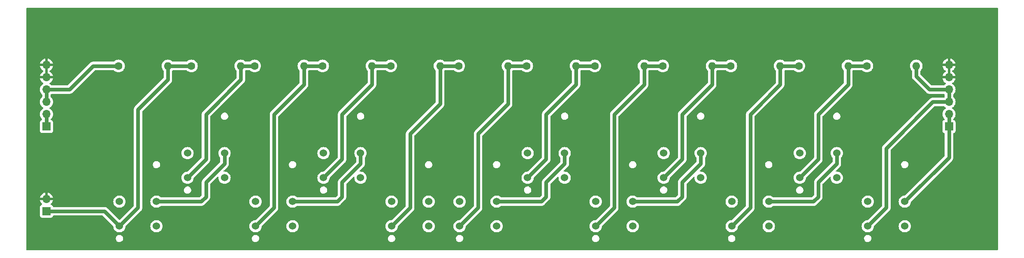
<source format=gbl>
%TF.GenerationSoftware,KiCad,Pcbnew,7.0.3*%
%TF.CreationDate,2023-06-01T18:05:34-04:00*%
%TF.ProjectId,KeyModule,4b65794d-6f64-4756-9c65-2e6b69636164,rev?*%
%TF.SameCoordinates,Original*%
%TF.FileFunction,Copper,L2,Bot*%
%TF.FilePolarity,Positive*%
%FSLAX46Y46*%
G04 Gerber Fmt 4.6, Leading zero omitted, Abs format (unit mm)*
G04 Created by KiCad (PCBNEW 7.0.3) date 2023-06-01 18:05:34*
%MOMM*%
%LPD*%
G01*
G04 APERTURE LIST*
%TA.AperFunction,ComponentPad*%
%ADD10C,1.524000*%
%TD*%
%TA.AperFunction,ComponentPad*%
%ADD11R,1.700000X1.700000*%
%TD*%
%TA.AperFunction,ComponentPad*%
%ADD12O,1.700000X1.700000*%
%TD*%
%TA.AperFunction,ComponentPad*%
%ADD13C,1.600000*%
%TD*%
%TA.AperFunction,ComponentPad*%
%ADD14O,1.600000X1.600000*%
%TD*%
%TA.AperFunction,Conductor*%
%ADD15C,0.750000*%
%TD*%
G04 APERTURE END LIST*
D10*
X131190000Y-30000000D03*
X131190000Y-35080000D03*
X138810000Y-30000000D03*
X138810000Y-35080000D03*
D11*
X189900000Y-24500000D03*
D12*
X189900000Y-21960000D03*
X189900000Y-19420000D03*
X189900000Y-16880000D03*
X189900000Y-14340000D03*
X189900000Y-11800000D03*
D13*
X34000000Y-12000000D03*
D14*
X44160000Y-12000000D03*
D10*
X47190000Y-40000000D03*
X47190000Y-45080000D03*
X54810000Y-40000000D03*
X54810000Y-45080000D03*
D13*
X103000000Y-12000000D03*
D14*
X113160000Y-12000000D03*
D13*
X173000000Y-12000000D03*
D14*
X183160000Y-12000000D03*
D13*
X131000000Y-12000000D03*
D14*
X141160000Y-12000000D03*
D13*
X117000000Y-12000000D03*
D14*
X127160000Y-12000000D03*
D10*
X117190000Y-40000000D03*
X117190000Y-45080000D03*
X124810000Y-40000000D03*
X124810000Y-45080000D03*
D13*
X47000000Y-12000000D03*
D14*
X57160000Y-12000000D03*
D10*
X61190000Y-30000000D03*
X61190000Y-35080000D03*
X68810000Y-30000000D03*
X68810000Y-35080000D03*
X75190000Y-40000000D03*
X75190000Y-45080000D03*
X82810000Y-40000000D03*
X82810000Y-45080000D03*
D13*
X159000000Y-12000000D03*
D14*
X169160000Y-12000000D03*
D10*
X89190000Y-40000000D03*
X89190000Y-45080000D03*
X96810000Y-40000000D03*
X96810000Y-45080000D03*
D13*
X61000000Y-12000000D03*
D14*
X71160000Y-12000000D03*
D13*
X19000000Y-12000000D03*
D14*
X29160000Y-12000000D03*
D13*
X89000000Y-12000000D03*
D14*
X99160000Y-12000000D03*
D10*
X103190000Y-30000000D03*
X103190000Y-35080000D03*
X110810000Y-30000000D03*
X110810000Y-35080000D03*
D13*
X75000000Y-12000000D03*
D14*
X85160000Y-12000000D03*
D10*
X33190000Y-30000000D03*
X33190000Y-35080000D03*
X40810000Y-30000000D03*
X40810000Y-35080000D03*
D11*
X4160000Y-42000000D03*
D12*
X4160000Y-39460000D03*
D10*
X173190000Y-40000000D03*
X173190000Y-45080000D03*
X180810000Y-40000000D03*
X180810000Y-45080000D03*
D13*
X145000000Y-12000000D03*
D14*
X155160000Y-12000000D03*
D10*
X19190000Y-40000000D03*
X19190000Y-45080000D03*
X26810000Y-40000000D03*
X26810000Y-45080000D03*
D11*
X4160000Y-24500000D03*
D12*
X4160000Y-21960000D03*
X4160000Y-19420000D03*
X4160000Y-16880000D03*
X4160000Y-14340000D03*
X4160000Y-11800000D03*
D10*
X159190000Y-30000000D03*
X159190000Y-35080000D03*
X166810000Y-30000000D03*
X166810000Y-35080000D03*
X145190000Y-40000000D03*
X145190000Y-45080000D03*
X152810000Y-40000000D03*
X152810000Y-45080000D03*
D15*
X185880000Y-16880000D02*
X183160000Y-14160000D01*
X189900000Y-19420000D02*
X189900000Y-16880000D01*
X183160000Y-14160000D02*
X183160000Y-12000000D01*
X189900000Y-16880000D02*
X185880000Y-16880000D01*
X177000000Y-41270000D02*
X177000000Y-29000000D01*
X186580000Y-19420000D02*
X189900000Y-19420000D01*
X177000000Y-29000000D02*
X186580000Y-19420000D01*
X173190000Y-45080000D02*
X177000000Y-41270000D01*
X29160000Y-14840000D02*
X29160000Y-12000000D01*
X23000000Y-41270000D02*
X23000000Y-21000000D01*
X19190000Y-45080000D02*
X23000000Y-41270000D01*
X29160000Y-12000000D02*
X34000000Y-12000000D01*
X4160000Y-42000000D02*
X16110000Y-42000000D01*
X23000000Y-21000000D02*
X29160000Y-14840000D01*
X16110000Y-42000000D02*
X19190000Y-45080000D01*
X37000000Y-31270000D02*
X37000000Y-22000000D01*
X37000000Y-22000000D02*
X44160000Y-14840000D01*
X47000000Y-12000000D02*
X44160000Y-12000000D01*
X44160000Y-14840000D02*
X44160000Y-12000000D01*
X33190000Y-35080000D02*
X37000000Y-31270000D01*
X57160000Y-12000000D02*
X61000000Y-12000000D01*
X51000000Y-22000000D02*
X57160000Y-15840000D01*
X51000000Y-41270000D02*
X51000000Y-22000000D01*
X47190000Y-45080000D02*
X51000000Y-41270000D01*
X57160000Y-15840000D02*
X57160000Y-12000000D01*
X75000000Y-12000000D02*
X71160000Y-12000000D01*
X71160000Y-15840000D02*
X71160000Y-12000000D01*
X65000000Y-22000000D02*
X71160000Y-15840000D01*
X61190000Y-35080000D02*
X65000000Y-31270000D01*
X65000000Y-31270000D02*
X65000000Y-22000000D01*
X79000000Y-41270000D02*
X79000000Y-26000000D01*
X85160000Y-12000000D02*
X89000000Y-12000000D01*
X75190000Y-45080000D02*
X79000000Y-41270000D01*
X85160000Y-19840000D02*
X85160000Y-12000000D01*
X79000000Y-26000000D02*
X85160000Y-19840000D01*
X103000000Y-12000000D02*
X99160000Y-12000000D01*
X99160000Y-19840000D02*
X99160000Y-12000000D01*
X89190000Y-45080000D02*
X93000000Y-41270000D01*
X93000000Y-41270000D02*
X93000000Y-26000000D01*
X93000000Y-26000000D02*
X99160000Y-19840000D01*
X107000000Y-22000000D02*
X113160000Y-15840000D01*
X113160000Y-12000000D02*
X117000000Y-12000000D01*
X113160000Y-15840000D02*
X113160000Y-12000000D01*
X107000000Y-31270000D02*
X107000000Y-22000000D01*
X103190000Y-35080000D02*
X107000000Y-31270000D01*
X127160000Y-12000000D02*
X131000000Y-12000000D01*
X117190000Y-45080000D02*
X121000000Y-41270000D01*
X127160000Y-15840000D02*
X127160000Y-12000000D01*
X121000000Y-41270000D02*
X121000000Y-22000000D01*
X121000000Y-22000000D02*
X127160000Y-15840000D01*
X131190000Y-35080000D02*
X135000000Y-31270000D01*
X135000000Y-22000000D02*
X141160000Y-15840000D01*
X135000000Y-31270000D02*
X135000000Y-22000000D01*
X141160000Y-12000000D02*
X145000000Y-12000000D01*
X141160000Y-15840000D02*
X141160000Y-12000000D01*
X149000000Y-41270000D02*
X149000000Y-22000000D01*
X145190000Y-45080000D02*
X149000000Y-41270000D01*
X155160000Y-15840000D02*
X155160000Y-12000000D01*
X149000000Y-22000000D02*
X155160000Y-15840000D01*
X159000000Y-12000000D02*
X155160000Y-12000000D01*
X163000000Y-31270000D02*
X163000000Y-22000000D01*
X169160000Y-15840000D02*
X169160000Y-12000000D01*
X159190000Y-35080000D02*
X163000000Y-31270000D01*
X163000000Y-22000000D02*
X169160000Y-15840000D01*
X173000000Y-12000000D02*
X169160000Y-12000000D01*
X65000000Y-39000000D02*
X65000000Y-36000000D01*
X4160000Y-21960000D02*
X4160000Y-24500000D01*
X36000000Y-40000000D02*
X37000000Y-39000000D01*
X96810000Y-40000000D02*
X106000000Y-40000000D01*
X107000000Y-36000000D02*
X110810000Y-32190000D01*
X189900000Y-24500000D02*
X189900000Y-30910000D01*
X68810000Y-32190000D02*
X65000000Y-36000000D01*
X166810000Y-30000000D02*
X166810000Y-32190000D01*
X189900000Y-30910000D02*
X180810000Y-40000000D01*
X110810000Y-32190000D02*
X110810000Y-30000000D01*
X134000000Y-40000000D02*
X135000000Y-39000000D01*
X37000000Y-39000000D02*
X37000000Y-36000000D01*
X166810000Y-32190000D02*
X163000000Y-36000000D01*
X106000000Y-40000000D02*
X107000000Y-39000000D01*
X54810000Y-40000000D02*
X64000000Y-40000000D01*
X135000000Y-36000000D02*
X138810000Y-32190000D01*
X162000000Y-40000000D02*
X163000000Y-39000000D01*
X26810000Y-40000000D02*
X36000000Y-40000000D01*
X138810000Y-32190000D02*
X138810000Y-30000000D01*
X152810000Y-40000000D02*
X162000000Y-40000000D01*
X68810000Y-30000000D02*
X68810000Y-32190000D01*
X189900000Y-24500000D02*
X189900000Y-21960000D01*
X135000000Y-39000000D02*
X135000000Y-36000000D01*
X124810000Y-40000000D02*
X134000000Y-40000000D01*
X163000000Y-39000000D02*
X163000000Y-36000000D01*
X107000000Y-39000000D02*
X107000000Y-36000000D01*
X37000000Y-36000000D02*
X40810000Y-32190000D01*
X40810000Y-32190000D02*
X40810000Y-30000000D01*
X64000000Y-40000000D02*
X65000000Y-39000000D01*
X13760000Y-12000000D02*
X19000000Y-12000000D01*
X4160000Y-19420000D02*
X4160000Y-16880000D01*
X8880000Y-16880000D02*
X13760000Y-12000000D01*
X4160000Y-16880000D02*
X8880000Y-16880000D01*
%TA.AperFunction,Conductor*%
G36*
X190150000Y-13904498D02*
G01*
X190042315Y-13855320D01*
X189935763Y-13840000D01*
X189864237Y-13840000D01*
X189757685Y-13855320D01*
X189650000Y-13904498D01*
X189650000Y-12235501D01*
X189757685Y-12284680D01*
X189864237Y-12300000D01*
X189935763Y-12300000D01*
X190042315Y-12284680D01*
X190150000Y-12235501D01*
X190150000Y-13904498D01*
G37*
%TD.AperFunction*%
%TA.AperFunction,Conductor*%
G36*
X4410000Y-13904498D02*
G01*
X4302315Y-13855320D01*
X4195763Y-13840000D01*
X4124237Y-13840000D01*
X4017685Y-13855320D01*
X3910000Y-13904498D01*
X3910000Y-12235501D01*
X4017685Y-12284680D01*
X4124237Y-12300000D01*
X4195763Y-12300000D01*
X4302315Y-12284680D01*
X4410000Y-12235501D01*
X4410000Y-13904498D01*
G37*
%TD.AperFunction*%
%TA.AperFunction,Conductor*%
G36*
X199942539Y-20185D02*
G01*
X199988294Y-72989D01*
X199999500Y-124500D01*
X199999500Y-49875500D01*
X199979815Y-49942539D01*
X199927011Y-49988294D01*
X199875500Y-49999500D01*
X124500Y-49999500D01*
X57461Y-49979815D01*
X11706Y-49927011D01*
X500Y-49875500D01*
X500Y-47663933D01*
X18435668Y-47663933D01*
X18451058Y-47751210D01*
X18466135Y-47836711D01*
X18535623Y-47997804D01*
X18535624Y-47997806D01*
X18535626Y-47997809D01*
X18590278Y-48071218D01*
X18640390Y-48138530D01*
X18774786Y-48251302D01*
X18852488Y-48290325D01*
X18931562Y-48330038D01*
X18931563Y-48330038D01*
X18931567Y-48330040D01*
X19102279Y-48370500D01*
X19102282Y-48370500D01*
X19233701Y-48370500D01*
X19233709Y-48370500D01*
X19364255Y-48355241D01*
X19529117Y-48295237D01*
X19675696Y-48198830D01*
X19796092Y-48071218D01*
X19883812Y-47919281D01*
X19934130Y-47751210D01*
X19939213Y-47663933D01*
X46435668Y-47663933D01*
X46451058Y-47751210D01*
X46466135Y-47836711D01*
X46535623Y-47997804D01*
X46535624Y-47997806D01*
X46535626Y-47997809D01*
X46590278Y-48071218D01*
X46640390Y-48138530D01*
X46774786Y-48251302D01*
X46852488Y-48290325D01*
X46931562Y-48330038D01*
X46931563Y-48330038D01*
X46931567Y-48330040D01*
X47102279Y-48370500D01*
X47102282Y-48370500D01*
X47233701Y-48370500D01*
X47233709Y-48370500D01*
X47364255Y-48355241D01*
X47529117Y-48295237D01*
X47675696Y-48198830D01*
X47796092Y-48071218D01*
X47883812Y-47919281D01*
X47934130Y-47751210D01*
X47939213Y-47663935D01*
X74435669Y-47663935D01*
X74466135Y-47836711D01*
X74535623Y-47997804D01*
X74535624Y-47997806D01*
X74535626Y-47997809D01*
X74590278Y-48071218D01*
X74640390Y-48138530D01*
X74774786Y-48251302D01*
X74852488Y-48290325D01*
X74931562Y-48330038D01*
X74931563Y-48330038D01*
X74931567Y-48330040D01*
X75102279Y-48370500D01*
X75102282Y-48370500D01*
X75233701Y-48370500D01*
X75233709Y-48370500D01*
X75364255Y-48355241D01*
X75529117Y-48295237D01*
X75675696Y-48198830D01*
X75796092Y-48071218D01*
X75883812Y-47919281D01*
X75934130Y-47751210D01*
X75939213Y-47663935D01*
X88435669Y-47663935D01*
X88466135Y-47836711D01*
X88535623Y-47997804D01*
X88535624Y-47997806D01*
X88535626Y-47997809D01*
X88590278Y-48071218D01*
X88640390Y-48138530D01*
X88774786Y-48251302D01*
X88852488Y-48290325D01*
X88931562Y-48330038D01*
X88931563Y-48330038D01*
X88931567Y-48330040D01*
X89102279Y-48370500D01*
X89102282Y-48370500D01*
X89233701Y-48370500D01*
X89233709Y-48370500D01*
X89364255Y-48355241D01*
X89529117Y-48295237D01*
X89675696Y-48198830D01*
X89796092Y-48071218D01*
X89883812Y-47919281D01*
X89934130Y-47751210D01*
X89939213Y-47663933D01*
X116435668Y-47663933D01*
X116451058Y-47751210D01*
X116466135Y-47836711D01*
X116535623Y-47997804D01*
X116535624Y-47997806D01*
X116535626Y-47997809D01*
X116590278Y-48071218D01*
X116640390Y-48138530D01*
X116774786Y-48251302D01*
X116852488Y-48290325D01*
X116931562Y-48330038D01*
X116931563Y-48330038D01*
X116931567Y-48330040D01*
X117102279Y-48370500D01*
X117102282Y-48370500D01*
X117233701Y-48370500D01*
X117233709Y-48370500D01*
X117364255Y-48355241D01*
X117529117Y-48295237D01*
X117675696Y-48198830D01*
X117796092Y-48071218D01*
X117883812Y-47919281D01*
X117934130Y-47751210D01*
X117939213Y-47663933D01*
X144435668Y-47663933D01*
X144451058Y-47751210D01*
X144466135Y-47836711D01*
X144535623Y-47997804D01*
X144535624Y-47997806D01*
X144535626Y-47997809D01*
X144590278Y-48071218D01*
X144640390Y-48138530D01*
X144774786Y-48251302D01*
X144852488Y-48290325D01*
X144931562Y-48330038D01*
X144931563Y-48330038D01*
X144931567Y-48330040D01*
X145102279Y-48370500D01*
X145102282Y-48370500D01*
X145233701Y-48370500D01*
X145233709Y-48370500D01*
X145364255Y-48355241D01*
X145529117Y-48295237D01*
X145675696Y-48198830D01*
X145796092Y-48071218D01*
X145883812Y-47919281D01*
X145934130Y-47751210D01*
X145939213Y-47663933D01*
X172435668Y-47663933D01*
X172451058Y-47751210D01*
X172466135Y-47836711D01*
X172535623Y-47997804D01*
X172535624Y-47997806D01*
X172535626Y-47997809D01*
X172590278Y-48071218D01*
X172640390Y-48138530D01*
X172774786Y-48251302D01*
X172852488Y-48290325D01*
X172931562Y-48330038D01*
X172931563Y-48330038D01*
X172931567Y-48330040D01*
X173102279Y-48370500D01*
X173102282Y-48370500D01*
X173233701Y-48370500D01*
X173233709Y-48370500D01*
X173364255Y-48355241D01*
X173529117Y-48295237D01*
X173675696Y-48198830D01*
X173796092Y-48071218D01*
X173883812Y-47919281D01*
X173934130Y-47751210D01*
X173944331Y-47576065D01*
X173913865Y-47403289D01*
X173844377Y-47242196D01*
X173739610Y-47101470D01*
X173667747Y-47041170D01*
X173605214Y-46988698D01*
X173605212Y-46988697D01*
X173448437Y-46909961D01*
X173448433Y-46909960D01*
X173277721Y-46869500D01*
X173146291Y-46869500D01*
X173041854Y-46881707D01*
X173015743Y-46884759D01*
X173015740Y-46884760D01*
X172850884Y-46944762D01*
X172850880Y-46944764D01*
X172704306Y-47041167D01*
X172704305Y-47041168D01*
X172583910Y-47168778D01*
X172496188Y-47320718D01*
X172445870Y-47488789D01*
X172445869Y-47488794D01*
X172435668Y-47663933D01*
X145939213Y-47663933D01*
X145944331Y-47576065D01*
X145913865Y-47403289D01*
X145844377Y-47242196D01*
X145739610Y-47101470D01*
X145667747Y-47041170D01*
X145605214Y-46988698D01*
X145605212Y-46988697D01*
X145448437Y-46909961D01*
X145448433Y-46909960D01*
X145277721Y-46869500D01*
X145146291Y-46869500D01*
X145041854Y-46881707D01*
X145015743Y-46884759D01*
X145015740Y-46884760D01*
X144850884Y-46944762D01*
X144850880Y-46944764D01*
X144704306Y-47041167D01*
X144704305Y-47041168D01*
X144583910Y-47168778D01*
X144496188Y-47320718D01*
X144445870Y-47488789D01*
X144445869Y-47488794D01*
X144435668Y-47663933D01*
X117939213Y-47663933D01*
X117944331Y-47576065D01*
X117913865Y-47403289D01*
X117844377Y-47242196D01*
X117739610Y-47101470D01*
X117667747Y-47041170D01*
X117605214Y-46988698D01*
X117605212Y-46988697D01*
X117448437Y-46909961D01*
X117448433Y-46909960D01*
X117277721Y-46869500D01*
X117146291Y-46869500D01*
X117041854Y-46881707D01*
X117015743Y-46884759D01*
X117015740Y-46884760D01*
X116850884Y-46944762D01*
X116850880Y-46944764D01*
X116704306Y-47041167D01*
X116704305Y-47041168D01*
X116583910Y-47168778D01*
X116496188Y-47320718D01*
X116445870Y-47488789D01*
X116445869Y-47488794D01*
X116435668Y-47663933D01*
X89939213Y-47663933D01*
X89944331Y-47576065D01*
X89913865Y-47403289D01*
X89844377Y-47242196D01*
X89739610Y-47101470D01*
X89667747Y-47041170D01*
X89605214Y-46988698D01*
X89605212Y-46988697D01*
X89448437Y-46909961D01*
X89448433Y-46909960D01*
X89277721Y-46869500D01*
X89146291Y-46869500D01*
X89041854Y-46881707D01*
X89015743Y-46884759D01*
X89015740Y-46884760D01*
X88850884Y-46944762D01*
X88850880Y-46944764D01*
X88704306Y-47041167D01*
X88704305Y-47041168D01*
X88583910Y-47168778D01*
X88496188Y-47320718D01*
X88445870Y-47488789D01*
X88445869Y-47488794D01*
X88435669Y-47663933D01*
X88435669Y-47663935D01*
X75939213Y-47663935D01*
X75944331Y-47576065D01*
X75913865Y-47403289D01*
X75844377Y-47242196D01*
X75739610Y-47101470D01*
X75667747Y-47041170D01*
X75605214Y-46988698D01*
X75605212Y-46988697D01*
X75448437Y-46909961D01*
X75448433Y-46909960D01*
X75277721Y-46869500D01*
X75146291Y-46869500D01*
X75041854Y-46881707D01*
X75015743Y-46884759D01*
X75015740Y-46884760D01*
X74850884Y-46944762D01*
X74850880Y-46944764D01*
X74704306Y-47041167D01*
X74704305Y-47041168D01*
X74583910Y-47168778D01*
X74496188Y-47320718D01*
X74445870Y-47488789D01*
X74445869Y-47488794D01*
X74435669Y-47663933D01*
X74435669Y-47663935D01*
X47939213Y-47663935D01*
X47944331Y-47576065D01*
X47913865Y-47403289D01*
X47844377Y-47242196D01*
X47739610Y-47101470D01*
X47667747Y-47041170D01*
X47605214Y-46988698D01*
X47605212Y-46988697D01*
X47448437Y-46909961D01*
X47448433Y-46909960D01*
X47277721Y-46869500D01*
X47146291Y-46869500D01*
X47041854Y-46881707D01*
X47015743Y-46884759D01*
X47015740Y-46884760D01*
X46850884Y-46944762D01*
X46850880Y-46944764D01*
X46704306Y-47041167D01*
X46704305Y-47041168D01*
X46583910Y-47168778D01*
X46496188Y-47320718D01*
X46445870Y-47488789D01*
X46445869Y-47488794D01*
X46435668Y-47663933D01*
X19939213Y-47663933D01*
X19944331Y-47576065D01*
X19913865Y-47403289D01*
X19844377Y-47242196D01*
X19739610Y-47101470D01*
X19667747Y-47041170D01*
X19605214Y-46988698D01*
X19605212Y-46988697D01*
X19448437Y-46909961D01*
X19448433Y-46909960D01*
X19277721Y-46869500D01*
X19146291Y-46869500D01*
X19041854Y-46881707D01*
X19015743Y-46884759D01*
X19015740Y-46884760D01*
X18850884Y-46944762D01*
X18850880Y-46944764D01*
X18704306Y-47041167D01*
X18704305Y-47041168D01*
X18583910Y-47168778D01*
X18496188Y-47320718D01*
X18445870Y-47488789D01*
X18445869Y-47488794D01*
X18435668Y-47663933D01*
X500Y-47663933D01*
X500Y-42897870D01*
X2809500Y-42897870D01*
X2809501Y-42897876D01*
X2815908Y-42957483D01*
X2866202Y-43092328D01*
X2866206Y-43092335D01*
X2952452Y-43207544D01*
X2952455Y-43207547D01*
X3067664Y-43293793D01*
X3067671Y-43293797D01*
X3202517Y-43344091D01*
X3202516Y-43344091D01*
X3209444Y-43344835D01*
X3262127Y-43350500D01*
X5057872Y-43350499D01*
X5117483Y-43344091D01*
X5252331Y-43293796D01*
X5367546Y-43207546D01*
X5453796Y-43092331D01*
X5504091Y-42957483D01*
X5504090Y-42957483D01*
X5504582Y-42956167D01*
X5546453Y-42900233D01*
X5611917Y-42875816D01*
X5620764Y-42875500D01*
X15695994Y-42875500D01*
X15763033Y-42895185D01*
X15783675Y-42911819D01*
X17887965Y-45016109D01*
X17921450Y-45077432D01*
X17923812Y-45092982D01*
X17941929Y-45300063D01*
X17941930Y-45300070D01*
X17999104Y-45513445D01*
X17999105Y-45513447D01*
X17999106Y-45513450D01*
X18092466Y-45713661D01*
X18092466Y-45713662D01*
X18092468Y-45713666D01*
X18219170Y-45894615D01*
X18219175Y-45894621D01*
X18375378Y-46050824D01*
X18375384Y-46050829D01*
X18556333Y-46177531D01*
X18556335Y-46177532D01*
X18556338Y-46177534D01*
X18756550Y-46270894D01*
X18969932Y-46328070D01*
X19127123Y-46341822D01*
X19189998Y-46347323D01*
X19190000Y-46347323D01*
X19190002Y-46347323D01*
X19245016Y-46342509D01*
X19410068Y-46328070D01*
X19623450Y-46270894D01*
X19823662Y-46177534D01*
X20004620Y-46050826D01*
X20160826Y-45894620D01*
X20287534Y-45713662D01*
X20380894Y-45513450D01*
X20438070Y-45300068D01*
X20456187Y-45092981D01*
X20461264Y-45080002D01*
X25542677Y-45080002D01*
X25561929Y-45300062D01*
X25561930Y-45300070D01*
X25619104Y-45513445D01*
X25619105Y-45513447D01*
X25619106Y-45513450D01*
X25712465Y-45713661D01*
X25712466Y-45713662D01*
X25712468Y-45713666D01*
X25839170Y-45894615D01*
X25839175Y-45894621D01*
X25995378Y-46050824D01*
X25995384Y-46050829D01*
X26176333Y-46177531D01*
X26176335Y-46177532D01*
X26176338Y-46177534D01*
X26376550Y-46270894D01*
X26589932Y-46328070D01*
X26747123Y-46341822D01*
X26809998Y-46347323D01*
X26810000Y-46347323D01*
X26810002Y-46347323D01*
X26865016Y-46342509D01*
X27030068Y-46328070D01*
X27243450Y-46270894D01*
X27443662Y-46177534D01*
X27624620Y-46050826D01*
X27780826Y-45894620D01*
X27907534Y-45713662D01*
X28000894Y-45513450D01*
X28058070Y-45300068D01*
X28077323Y-45080002D01*
X45922677Y-45080002D01*
X45941929Y-45300062D01*
X45941930Y-45300070D01*
X45999104Y-45513445D01*
X45999105Y-45513447D01*
X45999106Y-45513450D01*
X46092465Y-45713661D01*
X46092466Y-45713662D01*
X46092468Y-45713666D01*
X46219170Y-45894615D01*
X46219175Y-45894621D01*
X46375378Y-46050824D01*
X46375384Y-46050829D01*
X46556333Y-46177531D01*
X46556335Y-46177532D01*
X46556338Y-46177534D01*
X46756550Y-46270894D01*
X46969932Y-46328070D01*
X47127123Y-46341822D01*
X47189998Y-46347323D01*
X47190000Y-46347323D01*
X47190002Y-46347323D01*
X47245016Y-46342509D01*
X47410068Y-46328070D01*
X47623450Y-46270894D01*
X47823662Y-46177534D01*
X48004620Y-46050826D01*
X48160826Y-45894620D01*
X48287534Y-45713662D01*
X48380894Y-45513450D01*
X48438070Y-45300068D01*
X48456187Y-45092981D01*
X48461264Y-45080002D01*
X53542677Y-45080002D01*
X53561929Y-45300062D01*
X53561930Y-45300070D01*
X53619104Y-45513445D01*
X53619105Y-45513447D01*
X53619106Y-45513450D01*
X53712466Y-45713661D01*
X53712466Y-45713662D01*
X53712468Y-45713666D01*
X53839170Y-45894615D01*
X53839175Y-45894621D01*
X53995378Y-46050824D01*
X53995384Y-46050829D01*
X54176333Y-46177531D01*
X54176335Y-46177532D01*
X54176338Y-46177534D01*
X54376550Y-46270894D01*
X54589932Y-46328070D01*
X54747123Y-46341822D01*
X54809998Y-46347323D01*
X54810000Y-46347323D01*
X54810002Y-46347323D01*
X54865016Y-46342509D01*
X55030068Y-46328070D01*
X55243450Y-46270894D01*
X55443662Y-46177534D01*
X55624620Y-46050826D01*
X55780826Y-45894620D01*
X55907534Y-45713662D01*
X56000894Y-45513450D01*
X56058070Y-45300068D01*
X56077323Y-45080002D01*
X73922677Y-45080002D01*
X73941929Y-45300062D01*
X73941930Y-45300070D01*
X73999104Y-45513445D01*
X73999105Y-45513447D01*
X73999106Y-45513450D01*
X74092466Y-45713662D01*
X74092468Y-45713666D01*
X74219170Y-45894615D01*
X74219175Y-45894621D01*
X74375378Y-46050824D01*
X74375384Y-46050829D01*
X74556333Y-46177531D01*
X74556335Y-46177532D01*
X74556338Y-46177534D01*
X74756550Y-46270894D01*
X74969932Y-46328070D01*
X75127123Y-46341822D01*
X75189998Y-46347323D01*
X75190000Y-46347323D01*
X75190002Y-46347323D01*
X75245016Y-46342509D01*
X75410068Y-46328070D01*
X75623450Y-46270894D01*
X75823662Y-46177534D01*
X76004620Y-46050826D01*
X76160826Y-45894620D01*
X76287534Y-45713662D01*
X76380894Y-45513450D01*
X76438070Y-45300068D01*
X76456187Y-45092981D01*
X76461264Y-45080002D01*
X81542677Y-45080002D01*
X81561929Y-45300062D01*
X81561930Y-45300070D01*
X81619104Y-45513445D01*
X81619105Y-45513447D01*
X81619106Y-45513450D01*
X81712466Y-45713662D01*
X81712468Y-45713666D01*
X81839170Y-45894615D01*
X81839175Y-45894621D01*
X81995378Y-46050824D01*
X81995384Y-46050829D01*
X82176333Y-46177531D01*
X82176335Y-46177532D01*
X82176338Y-46177534D01*
X82376550Y-46270894D01*
X82589932Y-46328070D01*
X82747123Y-46341822D01*
X82809998Y-46347323D01*
X82810000Y-46347323D01*
X82810002Y-46347323D01*
X82865016Y-46342509D01*
X83030068Y-46328070D01*
X83243450Y-46270894D01*
X83443662Y-46177534D01*
X83624620Y-46050826D01*
X83780826Y-45894620D01*
X83907534Y-45713662D01*
X84000894Y-45513450D01*
X84058070Y-45300068D01*
X84077323Y-45080002D01*
X87922677Y-45080002D01*
X87941929Y-45300062D01*
X87941930Y-45300070D01*
X87999104Y-45513445D01*
X87999105Y-45513447D01*
X87999106Y-45513450D01*
X88092466Y-45713662D01*
X88092468Y-45713666D01*
X88219170Y-45894615D01*
X88219175Y-45894621D01*
X88375378Y-46050824D01*
X88375384Y-46050829D01*
X88556333Y-46177531D01*
X88556335Y-46177532D01*
X88556338Y-46177534D01*
X88756550Y-46270894D01*
X88969932Y-46328070D01*
X89127123Y-46341822D01*
X89189998Y-46347323D01*
X89190000Y-46347323D01*
X89190002Y-46347323D01*
X89245016Y-46342509D01*
X89410068Y-46328070D01*
X89623450Y-46270894D01*
X89823662Y-46177534D01*
X90004620Y-46050826D01*
X90160826Y-45894620D01*
X90287534Y-45713662D01*
X90380894Y-45513450D01*
X90438070Y-45300068D01*
X90456187Y-45092981D01*
X90461264Y-45080002D01*
X95542677Y-45080002D01*
X95561929Y-45300062D01*
X95561930Y-45300070D01*
X95619104Y-45513445D01*
X95619105Y-45513447D01*
X95619106Y-45513450D01*
X95712465Y-45713662D01*
X95712466Y-45713662D01*
X95712468Y-45713666D01*
X95839170Y-45894615D01*
X95839175Y-45894621D01*
X95995378Y-46050824D01*
X95995384Y-46050829D01*
X96176333Y-46177531D01*
X96176335Y-46177532D01*
X96176338Y-46177534D01*
X96376550Y-46270894D01*
X96589932Y-46328070D01*
X96747123Y-46341822D01*
X96809998Y-46347323D01*
X96810000Y-46347323D01*
X96810002Y-46347323D01*
X96865016Y-46342509D01*
X97030068Y-46328070D01*
X97243450Y-46270894D01*
X97443662Y-46177534D01*
X97624620Y-46050826D01*
X97780826Y-45894620D01*
X97907534Y-45713662D01*
X98000894Y-45513450D01*
X98058070Y-45300068D01*
X98077323Y-45080002D01*
X115922677Y-45080002D01*
X115941929Y-45300062D01*
X115941930Y-45300070D01*
X115999104Y-45513445D01*
X115999105Y-45513447D01*
X115999106Y-45513450D01*
X116092466Y-45713662D01*
X116092468Y-45713666D01*
X116219170Y-45894615D01*
X116219175Y-45894621D01*
X116375378Y-46050824D01*
X116375384Y-46050829D01*
X116556333Y-46177531D01*
X116556335Y-46177532D01*
X116556338Y-46177534D01*
X116756550Y-46270894D01*
X116969932Y-46328070D01*
X117127123Y-46341822D01*
X117189998Y-46347323D01*
X117190000Y-46347323D01*
X117190002Y-46347323D01*
X117245016Y-46342509D01*
X117410068Y-46328070D01*
X117623450Y-46270894D01*
X117823662Y-46177534D01*
X118004620Y-46050826D01*
X118160826Y-45894620D01*
X118287534Y-45713662D01*
X118380894Y-45513450D01*
X118438070Y-45300068D01*
X118456187Y-45092981D01*
X118461264Y-45080002D01*
X123542677Y-45080002D01*
X123561929Y-45300062D01*
X123561930Y-45300070D01*
X123619104Y-45513445D01*
X123619105Y-45513447D01*
X123619106Y-45513450D01*
X123712465Y-45713662D01*
X123712466Y-45713662D01*
X123712468Y-45713666D01*
X123839170Y-45894615D01*
X123839175Y-45894621D01*
X123995378Y-46050824D01*
X123995384Y-46050829D01*
X124176333Y-46177531D01*
X124176335Y-46177532D01*
X124176338Y-46177534D01*
X124376550Y-46270894D01*
X124589932Y-46328070D01*
X124747123Y-46341822D01*
X124809998Y-46347323D01*
X124810000Y-46347323D01*
X124810002Y-46347323D01*
X124865016Y-46342509D01*
X125030068Y-46328070D01*
X125243450Y-46270894D01*
X125443662Y-46177534D01*
X125624620Y-46050826D01*
X125780826Y-45894620D01*
X125907534Y-45713662D01*
X126000894Y-45513450D01*
X126058070Y-45300068D01*
X126077323Y-45080002D01*
X143922677Y-45080002D01*
X143941929Y-45300062D01*
X143941930Y-45300070D01*
X143999104Y-45513445D01*
X143999105Y-45513447D01*
X143999106Y-45513450D01*
X144092466Y-45713661D01*
X144092466Y-45713662D01*
X144092468Y-45713666D01*
X144219170Y-45894615D01*
X144219175Y-45894621D01*
X144375378Y-46050824D01*
X144375384Y-46050829D01*
X144556333Y-46177531D01*
X144556335Y-46177532D01*
X144556338Y-46177534D01*
X144756550Y-46270894D01*
X144969932Y-46328070D01*
X145127123Y-46341822D01*
X145189998Y-46347323D01*
X145190000Y-46347323D01*
X145190002Y-46347323D01*
X145245016Y-46342509D01*
X145410068Y-46328070D01*
X145623450Y-46270894D01*
X145823662Y-46177534D01*
X146004620Y-46050826D01*
X146160826Y-45894620D01*
X146287534Y-45713662D01*
X146380894Y-45513450D01*
X146438070Y-45300068D01*
X146456187Y-45092981D01*
X146461264Y-45080002D01*
X151542677Y-45080002D01*
X151561929Y-45300062D01*
X151561930Y-45300070D01*
X151619104Y-45513445D01*
X151619105Y-45513447D01*
X151619106Y-45513450D01*
X151712465Y-45713662D01*
X151712466Y-45713662D01*
X151712468Y-45713666D01*
X151839170Y-45894615D01*
X151839175Y-45894621D01*
X151995378Y-46050824D01*
X151995384Y-46050829D01*
X152176333Y-46177531D01*
X152176335Y-46177532D01*
X152176338Y-46177534D01*
X152376550Y-46270894D01*
X152589932Y-46328070D01*
X152747123Y-46341822D01*
X152809998Y-46347323D01*
X152810000Y-46347323D01*
X152810002Y-46347323D01*
X152865016Y-46342509D01*
X153030068Y-46328070D01*
X153243450Y-46270894D01*
X153443662Y-46177534D01*
X153624620Y-46050826D01*
X153780826Y-45894620D01*
X153907534Y-45713662D01*
X154000894Y-45513450D01*
X154058070Y-45300068D01*
X154077323Y-45080002D01*
X171922677Y-45080002D01*
X171941929Y-45300062D01*
X171941930Y-45300070D01*
X171999104Y-45513445D01*
X171999105Y-45513447D01*
X171999106Y-45513450D01*
X172092466Y-45713661D01*
X172092466Y-45713662D01*
X172092468Y-45713666D01*
X172219170Y-45894615D01*
X172219175Y-45894621D01*
X172375378Y-46050824D01*
X172375384Y-46050829D01*
X172556333Y-46177531D01*
X172556335Y-46177532D01*
X172556338Y-46177534D01*
X172756550Y-46270894D01*
X172969932Y-46328070D01*
X173127123Y-46341822D01*
X173189998Y-46347323D01*
X173190000Y-46347323D01*
X173190002Y-46347323D01*
X173245016Y-46342509D01*
X173410068Y-46328070D01*
X173623450Y-46270894D01*
X173823662Y-46177534D01*
X174004620Y-46050826D01*
X174160826Y-45894620D01*
X174287534Y-45713662D01*
X174380894Y-45513450D01*
X174438070Y-45300068D01*
X174456187Y-45092981D01*
X174461264Y-45080002D01*
X179542677Y-45080002D01*
X179561929Y-45300062D01*
X179561930Y-45300070D01*
X179619104Y-45513445D01*
X179619105Y-45513447D01*
X179619106Y-45513450D01*
X179712465Y-45713662D01*
X179712466Y-45713662D01*
X179712468Y-45713666D01*
X179839170Y-45894615D01*
X179839175Y-45894621D01*
X179995378Y-46050824D01*
X179995384Y-46050829D01*
X180176333Y-46177531D01*
X180176335Y-46177532D01*
X180176338Y-46177534D01*
X180376550Y-46270894D01*
X180589932Y-46328070D01*
X180747123Y-46341822D01*
X180809998Y-46347323D01*
X180810000Y-46347323D01*
X180810002Y-46347323D01*
X180865016Y-46342509D01*
X181030068Y-46328070D01*
X181243450Y-46270894D01*
X181443662Y-46177534D01*
X181624620Y-46050826D01*
X181780826Y-45894620D01*
X181907534Y-45713662D01*
X182000894Y-45513450D01*
X182058070Y-45300068D01*
X182077323Y-45080000D01*
X182058070Y-44859932D01*
X182000894Y-44646550D01*
X181907534Y-44446339D01*
X181780826Y-44265380D01*
X181624620Y-44109174D01*
X181624616Y-44109171D01*
X181624615Y-44109170D01*
X181443666Y-43982468D01*
X181443662Y-43982466D01*
X181443660Y-43982465D01*
X181243450Y-43889106D01*
X181243447Y-43889105D01*
X181243445Y-43889104D01*
X181030070Y-43831930D01*
X181030062Y-43831929D01*
X180810002Y-43812677D01*
X180809998Y-43812677D01*
X180589937Y-43831929D01*
X180589929Y-43831930D01*
X180376554Y-43889104D01*
X180376548Y-43889107D01*
X180176340Y-43982465D01*
X180176338Y-43982466D01*
X179995377Y-44109175D01*
X179839175Y-44265377D01*
X179712466Y-44446338D01*
X179712465Y-44446340D01*
X179619107Y-44646548D01*
X179619104Y-44646554D01*
X179561930Y-44859929D01*
X179561929Y-44859937D01*
X179542677Y-45079997D01*
X179542677Y-45080002D01*
X174461264Y-45080002D01*
X174481639Y-45027913D01*
X174492026Y-45016116D01*
X177592142Y-41916000D01*
X177595810Y-41912618D01*
X177639357Y-41875631D01*
X177689335Y-41809884D01*
X177690302Y-41808646D01*
X177742030Y-41744297D01*
X177742109Y-41744138D01*
X177754489Y-41724177D01*
X177754602Y-41724029D01*
X177789258Y-41649120D01*
X177789984Y-41647604D01*
X177826641Y-41573693D01*
X177826685Y-41573514D01*
X177834484Y-41551363D01*
X177834562Y-41551197D01*
X177852316Y-41470535D01*
X177852691Y-41468940D01*
X177868323Y-41406088D01*
X177872600Y-41388889D01*
X177872604Y-41388715D01*
X177875461Y-41365391D01*
X177875500Y-41365216D01*
X177875500Y-41282696D01*
X177875523Y-41281017D01*
X177876487Y-41245398D01*
X177877757Y-41198527D01*
X177877722Y-41198344D01*
X177875499Y-41174968D01*
X177875499Y-35300062D01*
X177875499Y-32423933D01*
X180055668Y-32423933D01*
X180081270Y-32569120D01*
X180086135Y-32596711D01*
X180155623Y-32757804D01*
X180155624Y-32757806D01*
X180155626Y-32757809D01*
X180213847Y-32836012D01*
X180260390Y-32898530D01*
X180394786Y-33011302D01*
X180472488Y-33050325D01*
X180551562Y-33090038D01*
X180551563Y-33090038D01*
X180551567Y-33090040D01*
X180722279Y-33130500D01*
X180722282Y-33130500D01*
X180853701Y-33130500D01*
X180853709Y-33130500D01*
X180984255Y-33115241D01*
X181149117Y-33055237D01*
X181295696Y-32958830D01*
X181416092Y-32831218D01*
X181503812Y-32679281D01*
X181554130Y-32511210D01*
X181564331Y-32336065D01*
X181533865Y-32163289D01*
X181464377Y-32002196D01*
X181359610Y-31861470D01*
X181318953Y-31827355D01*
X181225214Y-31748698D01*
X181225212Y-31748697D01*
X181068437Y-31669961D01*
X181068433Y-31669960D01*
X180897721Y-31629500D01*
X180766291Y-31629500D01*
X180661854Y-31641707D01*
X180635743Y-31644759D01*
X180635740Y-31644760D01*
X180470884Y-31704762D01*
X180470880Y-31704764D01*
X180324306Y-31801167D01*
X180324305Y-31801168D01*
X180203910Y-31928778D01*
X180116188Y-32080718D01*
X180065870Y-32248789D01*
X180065869Y-32248794D01*
X180055668Y-32423933D01*
X177875499Y-32423933D01*
X177875499Y-29414002D01*
X177895184Y-29346967D01*
X177911813Y-29326330D01*
X186906325Y-20331818D01*
X186967648Y-20298334D01*
X186994006Y-20295500D01*
X188814242Y-20295500D01*
X188881281Y-20315185D01*
X188901923Y-20331819D01*
X189028597Y-20458493D01*
X189028603Y-20458498D01*
X189214158Y-20588425D01*
X189257783Y-20643002D01*
X189264977Y-20712500D01*
X189233454Y-20774855D01*
X189214158Y-20791575D01*
X189028597Y-20921505D01*
X188861505Y-21088597D01*
X188725965Y-21282169D01*
X188725964Y-21282171D01*
X188626098Y-21496335D01*
X188626094Y-21496344D01*
X188564938Y-21724586D01*
X188564936Y-21724596D01*
X188544341Y-21959999D01*
X188544341Y-21960000D01*
X188564936Y-22195403D01*
X188564938Y-22195413D01*
X188626094Y-22423655D01*
X188626096Y-22423659D01*
X188626097Y-22423663D01*
X188626223Y-22423933D01*
X188725965Y-22637830D01*
X188725967Y-22637834D01*
X188809972Y-22757804D01*
X188861501Y-22831396D01*
X188861506Y-22831402D01*
X188983430Y-22953326D01*
X189016915Y-23014649D01*
X189011931Y-23084341D01*
X188970059Y-23140274D01*
X188939083Y-23157189D01*
X188807669Y-23206203D01*
X188807664Y-23206206D01*
X188692455Y-23292452D01*
X188692452Y-23292455D01*
X188606206Y-23407664D01*
X188606202Y-23407671D01*
X188555908Y-23542517D01*
X188549501Y-23602116D01*
X188549501Y-23602123D01*
X188549500Y-23602135D01*
X188549500Y-25397870D01*
X188549501Y-25397876D01*
X188555908Y-25457483D01*
X188606202Y-25592328D01*
X188606206Y-25592335D01*
X188692452Y-25707544D01*
X188692455Y-25707547D01*
X188807664Y-25793793D01*
X188807671Y-25793797D01*
X188943833Y-25844582D01*
X188999767Y-25886453D01*
X189024184Y-25951917D01*
X189024500Y-25960764D01*
X189024500Y-30495992D01*
X189004815Y-30563031D01*
X188988181Y-30583673D01*
X180873889Y-38697965D01*
X180812566Y-38731450D01*
X180797016Y-38733812D01*
X180589936Y-38751929D01*
X180589929Y-38751930D01*
X180376554Y-38809104D01*
X180376548Y-38809107D01*
X180176340Y-38902465D01*
X180176338Y-38902466D01*
X179995377Y-39029175D01*
X179839175Y-39185377D01*
X179712466Y-39366338D01*
X179712465Y-39366340D01*
X179619107Y-39566548D01*
X179619104Y-39566554D01*
X179561930Y-39779929D01*
X179561929Y-39779937D01*
X179542677Y-39999997D01*
X179542677Y-40000002D01*
X179561929Y-40220062D01*
X179561930Y-40220070D01*
X179619104Y-40433445D01*
X179619105Y-40433447D01*
X179619106Y-40433450D01*
X179678217Y-40560215D01*
X179712466Y-40633662D01*
X179712468Y-40633666D01*
X179839170Y-40814615D01*
X179839175Y-40814621D01*
X179995378Y-40970824D01*
X179995384Y-40970829D01*
X180176333Y-41097531D01*
X180176335Y-41097532D01*
X180176338Y-41097534D01*
X180376550Y-41190894D01*
X180589932Y-41248070D01*
X180747123Y-41261822D01*
X180809998Y-41267323D01*
X180810000Y-41267323D01*
X180810002Y-41267323D01*
X180865016Y-41262509D01*
X181030068Y-41248070D01*
X181243450Y-41190894D01*
X181443662Y-41097534D01*
X181624620Y-40970826D01*
X181780826Y-40814620D01*
X181907534Y-40633662D01*
X182000894Y-40433450D01*
X182058070Y-40220068D01*
X182076187Y-40012981D01*
X182101639Y-39947913D01*
X182112026Y-39936116D01*
X190492142Y-31556000D01*
X190495810Y-31552618D01*
X190539357Y-31515631D01*
X190589335Y-31449884D01*
X190590302Y-31448646D01*
X190642030Y-31384297D01*
X190642109Y-31384138D01*
X190654489Y-31364177D01*
X190654602Y-31364029D01*
X190689258Y-31289120D01*
X190689984Y-31287604D01*
X190726641Y-31213693D01*
X190726685Y-31213514D01*
X190734484Y-31191363D01*
X190734562Y-31191197D01*
X190752330Y-31110471D01*
X190752661Y-31109062D01*
X190772600Y-31028890D01*
X190772604Y-31028714D01*
X190775461Y-31005391D01*
X190775500Y-31005216D01*
X190775500Y-30922696D01*
X190775523Y-30921017D01*
X190777757Y-30838526D01*
X190777720Y-30838334D01*
X190775500Y-30814975D01*
X190775500Y-25960764D01*
X190795185Y-25893725D01*
X190847989Y-25847970D01*
X190856167Y-25844582D01*
X190992328Y-25793797D01*
X190992327Y-25793797D01*
X190992331Y-25793796D01*
X191107546Y-25707546D01*
X191193796Y-25592331D01*
X191244091Y-25457483D01*
X191250500Y-25397873D01*
X191250499Y-23602128D01*
X191244091Y-23542517D01*
X191193796Y-23407669D01*
X191193795Y-23407668D01*
X191193793Y-23407664D01*
X191107547Y-23292455D01*
X191107544Y-23292452D01*
X190992335Y-23206206D01*
X190992328Y-23206202D01*
X190860917Y-23157189D01*
X190804983Y-23115318D01*
X190780566Y-23049853D01*
X190795418Y-22981580D01*
X190816563Y-22953332D01*
X190938495Y-22831401D01*
X191074035Y-22637830D01*
X191173903Y-22423663D01*
X191235063Y-22195408D01*
X191255659Y-21960000D01*
X191235063Y-21724592D01*
X191173903Y-21496337D01*
X191074035Y-21282171D01*
X190942994Y-21095023D01*
X190938494Y-21088597D01*
X190771402Y-20921506D01*
X190771396Y-20921501D01*
X190585842Y-20791575D01*
X190542217Y-20736998D01*
X190535023Y-20667500D01*
X190566546Y-20605145D01*
X190585842Y-20588425D01*
X190675158Y-20525885D01*
X190771401Y-20458495D01*
X190938495Y-20291401D01*
X191074035Y-20097830D01*
X191173903Y-19883663D01*
X191235063Y-19655408D01*
X191255659Y-19420000D01*
X191235063Y-19184592D01*
X191173903Y-18956337D01*
X191074035Y-18742171D01*
X191068034Y-18733601D01*
X190938496Y-18548600D01*
X190811818Y-18421921D01*
X190778334Y-18360598D01*
X190775500Y-18334240D01*
X190775500Y-17965758D01*
X190795185Y-17898719D01*
X190811819Y-17878077D01*
X190811821Y-17878075D01*
X190938495Y-17751401D01*
X191074035Y-17557830D01*
X191173903Y-17343663D01*
X191235063Y-17115408D01*
X191255659Y-16880000D01*
X191235063Y-16644592D01*
X191188626Y-16471285D01*
X191173905Y-16416344D01*
X191173904Y-16416343D01*
X191173903Y-16416337D01*
X191074035Y-16202171D01*
X191033092Y-16143697D01*
X190938494Y-16008597D01*
X190771402Y-15841506D01*
X190771401Y-15841505D01*
X190585405Y-15711269D01*
X190541781Y-15656692D01*
X190534588Y-15587193D01*
X190566110Y-15524839D01*
X190585405Y-15508119D01*
X190771082Y-15378105D01*
X190938105Y-15211082D01*
X191073600Y-15017578D01*
X191173429Y-14803492D01*
X191173432Y-14803486D01*
X191230636Y-14590000D01*
X190333686Y-14590000D01*
X190359493Y-14549844D01*
X190400000Y-14411889D01*
X190400000Y-14268111D01*
X190359493Y-14130156D01*
X190333686Y-14090000D01*
X191230636Y-14090000D01*
X191230635Y-14089999D01*
X191173432Y-13876513D01*
X191173429Y-13876507D01*
X191073600Y-13662422D01*
X191073599Y-13662420D01*
X190938113Y-13468926D01*
X190938108Y-13468920D01*
X190771082Y-13301894D01*
X190584968Y-13171575D01*
X190541344Y-13116998D01*
X190534151Y-13047499D01*
X190565673Y-12985145D01*
X190584968Y-12968425D01*
X190771082Y-12838105D01*
X190938105Y-12671082D01*
X191073600Y-12477578D01*
X191173429Y-12263492D01*
X191173432Y-12263486D01*
X191230636Y-12050000D01*
X190333686Y-12050000D01*
X190359493Y-12009844D01*
X190400000Y-11871889D01*
X190400000Y-11728111D01*
X190359493Y-11590156D01*
X190333686Y-11550000D01*
X191230636Y-11550000D01*
X191230635Y-11549999D01*
X191173432Y-11336513D01*
X191173429Y-11336507D01*
X191073600Y-11122422D01*
X191073599Y-11122420D01*
X190938113Y-10928926D01*
X190938108Y-10928920D01*
X190771082Y-10761894D01*
X190577578Y-10626399D01*
X190363492Y-10526570D01*
X190363486Y-10526567D01*
X190150000Y-10469364D01*
X190150000Y-11364498D01*
X190042315Y-11315320D01*
X189935763Y-11300000D01*
X189864237Y-11300000D01*
X189757685Y-11315320D01*
X189650000Y-11364498D01*
X189650000Y-10469364D01*
X189649999Y-10469364D01*
X189436513Y-10526567D01*
X189436507Y-10526570D01*
X189222422Y-10626399D01*
X189222420Y-10626400D01*
X189028926Y-10761886D01*
X189028920Y-10761891D01*
X188861891Y-10928920D01*
X188861886Y-10928926D01*
X188726400Y-11122420D01*
X188726399Y-11122422D01*
X188626570Y-11336507D01*
X188626567Y-11336513D01*
X188569364Y-11549999D01*
X188569364Y-11550000D01*
X189466314Y-11550000D01*
X189440507Y-11590156D01*
X189400000Y-11728111D01*
X189400000Y-11871889D01*
X189440507Y-12009844D01*
X189466314Y-12050000D01*
X188569364Y-12050000D01*
X188626567Y-12263486D01*
X188626570Y-12263492D01*
X188726399Y-12477578D01*
X188861894Y-12671082D01*
X189028917Y-12838105D01*
X189215031Y-12968425D01*
X189258656Y-13023003D01*
X189265848Y-13092501D01*
X189234326Y-13154856D01*
X189215031Y-13171575D01*
X189028922Y-13301890D01*
X189028920Y-13301891D01*
X188861891Y-13468920D01*
X188861886Y-13468926D01*
X188726400Y-13662420D01*
X188726399Y-13662422D01*
X188626570Y-13876507D01*
X188626567Y-13876513D01*
X188569364Y-14089999D01*
X188569364Y-14090000D01*
X189466314Y-14090000D01*
X189440507Y-14130156D01*
X189400000Y-14268111D01*
X189400000Y-14411889D01*
X189440507Y-14549844D01*
X189466314Y-14590000D01*
X188569364Y-14590000D01*
X188626567Y-14803486D01*
X188626570Y-14803492D01*
X188726399Y-15017578D01*
X188861894Y-15211082D01*
X189028917Y-15378105D01*
X189214595Y-15508119D01*
X189258219Y-15562696D01*
X189265412Y-15632195D01*
X189233890Y-15694549D01*
X189214595Y-15711269D01*
X189028598Y-15841505D01*
X188965261Y-15904842D01*
X188901921Y-15968182D01*
X188840601Y-16001666D01*
X188814242Y-16004500D01*
X186294006Y-16004500D01*
X186226967Y-15984815D01*
X186206325Y-15968181D01*
X184071819Y-13833674D01*
X184038334Y-13772351D01*
X184035500Y-13745993D01*
X184035500Y-13015048D01*
X184055185Y-12948009D01*
X184071814Y-12927371D01*
X184160047Y-12839139D01*
X184290568Y-12652734D01*
X184386739Y-12446496D01*
X184445635Y-12226692D01*
X184465468Y-12000000D01*
X184445635Y-11773308D01*
X184386739Y-11553504D01*
X184290568Y-11347266D01*
X184160047Y-11160861D01*
X184160045Y-11160858D01*
X183999141Y-10999954D01*
X183812734Y-10869432D01*
X183812732Y-10869431D01*
X183606497Y-10773261D01*
X183606488Y-10773258D01*
X183386697Y-10714366D01*
X183386693Y-10714365D01*
X183386692Y-10714365D01*
X183386691Y-10714364D01*
X183386686Y-10714364D01*
X183160002Y-10694532D01*
X183159998Y-10694532D01*
X182933313Y-10714364D01*
X182933302Y-10714366D01*
X182713511Y-10773258D01*
X182713502Y-10773261D01*
X182507267Y-10869431D01*
X182507265Y-10869432D01*
X182320858Y-10999954D01*
X182159954Y-11160858D01*
X182029432Y-11347265D01*
X182029431Y-11347267D01*
X181933261Y-11553502D01*
X181933258Y-11553511D01*
X181874366Y-11773302D01*
X181874364Y-11773313D01*
X181854532Y-11999998D01*
X181854532Y-12000001D01*
X181874364Y-12226686D01*
X181874366Y-12226697D01*
X181933258Y-12446488D01*
X181933261Y-12446497D01*
X182029431Y-12652732D01*
X182029432Y-12652734D01*
X182159949Y-12839134D01*
X182159954Y-12839140D01*
X182248181Y-12927367D01*
X182281666Y-12988690D01*
X182284500Y-13015048D01*
X182284500Y-14121897D01*
X182284295Y-14126931D01*
X182279660Y-14183844D01*
X182290801Y-14265621D01*
X182291005Y-14267286D01*
X182299927Y-14349316D01*
X182299929Y-14349327D01*
X182299990Y-14349506D01*
X182305340Y-14372331D01*
X182305366Y-14372525D01*
X182305369Y-14372536D01*
X182333830Y-14450007D01*
X182334387Y-14451590D01*
X182360731Y-14529776D01*
X182360734Y-14529782D01*
X182360832Y-14529945D01*
X182370969Y-14551099D01*
X182371036Y-14551283D01*
X182371040Y-14551290D01*
X182415498Y-14620846D01*
X182416382Y-14622272D01*
X182458912Y-14692955D01*
X182459042Y-14693092D01*
X182473495Y-14711579D01*
X182473601Y-14711745D01*
X182531952Y-14770096D01*
X182533124Y-14771300D01*
X182589866Y-14831203D01*
X182589868Y-14831204D01*
X182589871Y-14831207D01*
X182590028Y-14831314D01*
X182608120Y-14846264D01*
X185233992Y-17472136D01*
X185237396Y-17475829D01*
X185274362Y-17519350D01*
X185274366Y-17519354D01*
X185274369Y-17519357D01*
X185340123Y-17569341D01*
X185341335Y-17570288D01*
X185378283Y-17599989D01*
X185405702Y-17622030D01*
X185405872Y-17622114D01*
X185425814Y-17634483D01*
X185425971Y-17634602D01*
X185500905Y-17669270D01*
X185502366Y-17669970D01*
X185576307Y-17706641D01*
X185576481Y-17706684D01*
X185598626Y-17714480D01*
X185598803Y-17714562D01*
X185598806Y-17714562D01*
X185598807Y-17714563D01*
X185611100Y-17717268D01*
X185679432Y-17732309D01*
X185681023Y-17732683D01*
X185708959Y-17739630D01*
X185761111Y-17752600D01*
X185761284Y-17752604D01*
X185784602Y-17755460D01*
X185784784Y-17755500D01*
X185867303Y-17755500D01*
X185868982Y-17755523D01*
X185904385Y-17756481D01*
X185951473Y-17757757D01*
X185951655Y-17757721D01*
X185975023Y-17755500D01*
X188814242Y-17755500D01*
X188881281Y-17775185D01*
X188901917Y-17791813D01*
X188988183Y-17878079D01*
X189021666Y-17939398D01*
X189024500Y-17965757D01*
X189024500Y-18334242D01*
X189004815Y-18401281D01*
X188988181Y-18421923D01*
X188901923Y-18508181D01*
X188840600Y-18541666D01*
X188814242Y-18544500D01*
X186618112Y-18544500D01*
X186613077Y-18544295D01*
X186556154Y-18539659D01*
X186474359Y-18550803D01*
X186472694Y-18551007D01*
X186390680Y-18559927D01*
X186390490Y-18559992D01*
X186367665Y-18565341D01*
X186367469Y-18565367D01*
X186367463Y-18565368D01*
X186367463Y-18565369D01*
X186347966Y-18572531D01*
X186289991Y-18593830D01*
X186288409Y-18594387D01*
X186210225Y-18620730D01*
X186210217Y-18620734D01*
X186210040Y-18620841D01*
X186188911Y-18630965D01*
X186188713Y-18631037D01*
X186119185Y-18675478D01*
X186117760Y-18676362D01*
X186047046Y-18718910D01*
X186047041Y-18718914D01*
X186046890Y-18719058D01*
X186028436Y-18733485D01*
X186028260Y-18733597D01*
X186028255Y-18733601D01*
X185969901Y-18791954D01*
X185968699Y-18793124D01*
X185908792Y-18849871D01*
X185908681Y-18850036D01*
X185893737Y-18868117D01*
X176407873Y-28353982D01*
X176404170Y-28357396D01*
X176360641Y-28394370D01*
X176310695Y-28460073D01*
X176309661Y-28461396D01*
X176257970Y-28525701D01*
X176257968Y-28525704D01*
X176257879Y-28525885D01*
X176245529Y-28545796D01*
X176245400Y-28545964D01*
X176245400Y-28545965D01*
X176210741Y-28620878D01*
X176210016Y-28622390D01*
X176173358Y-28696307D01*
X176173354Y-28696319D01*
X176173309Y-28696503D01*
X176165527Y-28718609D01*
X176165441Y-28718794D01*
X176165435Y-28718810D01*
X176147692Y-28799414D01*
X176147310Y-28801046D01*
X176127399Y-28881111D01*
X176127394Y-28881310D01*
X176124545Y-28904575D01*
X176124500Y-28904778D01*
X176124500Y-28987302D01*
X176124477Y-28988981D01*
X176122243Y-29071472D01*
X176122278Y-29071655D01*
X176124500Y-29095023D01*
X176124500Y-40855992D01*
X176104815Y-40923031D01*
X176088181Y-40943673D01*
X173253889Y-43777965D01*
X173192566Y-43811450D01*
X173177016Y-43813812D01*
X172969936Y-43831929D01*
X172969929Y-43831930D01*
X172756554Y-43889104D01*
X172756548Y-43889107D01*
X172556340Y-43982465D01*
X172556338Y-43982466D01*
X172375377Y-44109175D01*
X172219175Y-44265377D01*
X172092466Y-44446338D01*
X172092465Y-44446340D01*
X171999107Y-44646548D01*
X171999104Y-44646554D01*
X171941930Y-44859929D01*
X171941929Y-44859937D01*
X171922677Y-45079997D01*
X171922677Y-45080002D01*
X154077323Y-45080002D01*
X154077323Y-45080000D01*
X154077098Y-45077432D01*
X154058070Y-44859937D01*
X154058070Y-44859932D01*
X154000894Y-44646550D01*
X153907534Y-44446339D01*
X153780826Y-44265380D01*
X153624620Y-44109174D01*
X153624616Y-44109171D01*
X153624615Y-44109170D01*
X153443666Y-43982468D01*
X153443662Y-43982466D01*
X153443662Y-43982465D01*
X153243450Y-43889106D01*
X153243447Y-43889105D01*
X153243445Y-43889104D01*
X153030070Y-43831930D01*
X153030062Y-43831929D01*
X152810002Y-43812677D01*
X152809998Y-43812677D01*
X152589937Y-43831929D01*
X152589929Y-43831930D01*
X152376554Y-43889104D01*
X152376548Y-43889107D01*
X152176340Y-43982465D01*
X152176338Y-43982466D01*
X151995377Y-44109175D01*
X151839175Y-44265377D01*
X151712466Y-44446338D01*
X151712465Y-44446340D01*
X151619107Y-44646548D01*
X151619104Y-44646554D01*
X151561930Y-44859929D01*
X151561929Y-44859937D01*
X151542677Y-45079997D01*
X151542677Y-45080002D01*
X146461264Y-45080002D01*
X146481639Y-45027913D01*
X146492026Y-45016116D01*
X149592142Y-41916000D01*
X149595810Y-41912618D01*
X149639357Y-41875631D01*
X149689335Y-41809884D01*
X149690302Y-41808646D01*
X149742030Y-41744297D01*
X149742109Y-41744138D01*
X149754489Y-41724177D01*
X149754602Y-41724029D01*
X149789258Y-41649120D01*
X149789984Y-41647604D01*
X149826641Y-41573693D01*
X149826685Y-41573514D01*
X149834484Y-41551363D01*
X149834562Y-41551197D01*
X149852316Y-41470535D01*
X149852691Y-41468940D01*
X149868323Y-41406088D01*
X149872600Y-41388889D01*
X149872604Y-41388715D01*
X149875461Y-41365391D01*
X149875500Y-41365216D01*
X149875500Y-41282696D01*
X149875523Y-41281017D01*
X149877757Y-41198526D01*
X149877720Y-41198334D01*
X149875500Y-41174975D01*
X149875500Y-40000002D01*
X151542677Y-40000002D01*
X151561929Y-40220062D01*
X151561930Y-40220070D01*
X151619104Y-40433445D01*
X151619105Y-40433447D01*
X151619106Y-40433450D01*
X151678217Y-40560215D01*
X151712466Y-40633662D01*
X151712468Y-40633666D01*
X151839170Y-40814615D01*
X151839175Y-40814621D01*
X151995378Y-40970824D01*
X151995384Y-40970829D01*
X152176333Y-41097531D01*
X152176335Y-41097532D01*
X152176338Y-41097534D01*
X152376550Y-41190894D01*
X152589932Y-41248070D01*
X152747123Y-41261822D01*
X152809998Y-41267323D01*
X152810000Y-41267323D01*
X152810002Y-41267323D01*
X152865016Y-41262509D01*
X153030068Y-41248070D01*
X153243450Y-41190894D01*
X153443662Y-41097534D01*
X153624620Y-40970826D01*
X153683627Y-40911818D01*
X153744950Y-40878334D01*
X153771308Y-40875500D01*
X161961898Y-40875500D01*
X161966932Y-40875705D01*
X161989929Y-40877577D01*
X162023848Y-40880339D01*
X162090240Y-40871292D01*
X162105629Y-40869196D01*
X162107297Y-40868992D01*
X162129995Y-40866523D01*
X162189316Y-40860073D01*
X162189481Y-40860017D01*
X162212357Y-40854655D01*
X162212537Y-40854631D01*
X162290056Y-40826150D01*
X162291562Y-40825620D01*
X162369780Y-40799267D01*
X162369927Y-40799178D01*
X162391116Y-40789024D01*
X162391288Y-40788961D01*
X162460881Y-40744477D01*
X162462220Y-40743647D01*
X162532954Y-40701089D01*
X162533083Y-40700966D01*
X162551597Y-40686494D01*
X162551602Y-40686490D01*
X162551744Y-40686400D01*
X162610167Y-40627975D01*
X162611266Y-40626906D01*
X162671207Y-40570129D01*
X162671305Y-40569983D01*
X162686264Y-40551878D01*
X163238140Y-40000002D01*
X171922677Y-40000002D01*
X171941929Y-40220062D01*
X171941930Y-40220070D01*
X171999104Y-40433445D01*
X171999105Y-40433447D01*
X171999106Y-40433450D01*
X172058217Y-40560215D01*
X172092466Y-40633662D01*
X172092468Y-40633666D01*
X172219170Y-40814615D01*
X172219175Y-40814621D01*
X172375378Y-40970824D01*
X172375384Y-40970829D01*
X172556333Y-41097531D01*
X172556335Y-41097532D01*
X172556338Y-41097534D01*
X172756550Y-41190894D01*
X172969932Y-41248070D01*
X173127123Y-41261822D01*
X173189998Y-41267323D01*
X173190000Y-41267323D01*
X173190002Y-41267323D01*
X173245016Y-41262509D01*
X173410068Y-41248070D01*
X173623450Y-41190894D01*
X173823662Y-41097534D01*
X174004620Y-40970826D01*
X174160826Y-40814620D01*
X174287534Y-40633662D01*
X174380894Y-40433450D01*
X174438070Y-40220068D01*
X174457323Y-40000000D01*
X174438070Y-39779932D01*
X174380894Y-39566550D01*
X174287534Y-39366339D01*
X174178065Y-39210000D01*
X174160827Y-39185381D01*
X174094166Y-39118720D01*
X174004620Y-39029174D01*
X174004616Y-39029171D01*
X174004615Y-39029170D01*
X173823666Y-38902468D01*
X173823662Y-38902466D01*
X173823660Y-38902465D01*
X173623450Y-38809106D01*
X173623447Y-38809105D01*
X173623445Y-38809104D01*
X173410070Y-38751930D01*
X173410062Y-38751929D01*
X173190002Y-38732677D01*
X173189998Y-38732677D01*
X172969937Y-38751929D01*
X172969929Y-38751930D01*
X172756554Y-38809104D01*
X172756548Y-38809107D01*
X172556340Y-38902465D01*
X172556338Y-38902466D01*
X172375377Y-39029175D01*
X172219175Y-39185377D01*
X172092466Y-39366338D01*
X172092465Y-39366340D01*
X171999107Y-39566548D01*
X171999104Y-39566554D01*
X171941930Y-39779929D01*
X171941929Y-39779937D01*
X171922677Y-39999997D01*
X171922677Y-40000002D01*
X163238140Y-40000002D01*
X163592142Y-39646000D01*
X163595810Y-39642618D01*
X163639357Y-39605631D01*
X163689335Y-39539884D01*
X163690302Y-39538646D01*
X163742030Y-39474297D01*
X163742109Y-39474138D01*
X163754489Y-39454177D01*
X163754602Y-39454029D01*
X163789258Y-39379120D01*
X163789984Y-39377604D01*
X163826641Y-39303693D01*
X163826685Y-39303514D01*
X163834484Y-39281363D01*
X163834562Y-39281197D01*
X163852316Y-39200535D01*
X163852691Y-39198940D01*
X163856064Y-39185381D01*
X163872600Y-39118889D01*
X163872604Y-39118715D01*
X163875461Y-39095391D01*
X163875500Y-39095216D01*
X163875500Y-39012662D01*
X163875523Y-39011017D01*
X163877757Y-38928526D01*
X163877720Y-38928334D01*
X163875500Y-38904975D01*
X163875500Y-36414005D01*
X163895185Y-36346966D01*
X163911819Y-36326324D01*
X164617265Y-35620878D01*
X165338644Y-34899498D01*
X165399965Y-34866015D01*
X165469657Y-34870999D01*
X165525590Y-34912871D01*
X165550007Y-34978335D01*
X165549851Y-34997987D01*
X165542677Y-35079996D01*
X165542677Y-35080002D01*
X165561929Y-35300062D01*
X165561930Y-35300070D01*
X165619104Y-35513445D01*
X165619105Y-35513447D01*
X165619106Y-35513450D01*
X165704373Y-35696307D01*
X165712466Y-35713662D01*
X165712468Y-35713666D01*
X165839170Y-35894615D01*
X165839175Y-35894621D01*
X165995378Y-36050824D01*
X165995384Y-36050829D01*
X166176333Y-36177531D01*
X166176335Y-36177532D01*
X166176338Y-36177534D01*
X166376550Y-36270894D01*
X166589932Y-36328070D01*
X166747123Y-36341822D01*
X166809998Y-36347323D01*
X166810000Y-36347323D01*
X166810002Y-36347323D01*
X166865016Y-36342509D01*
X167030068Y-36328070D01*
X167243450Y-36270894D01*
X167443662Y-36177534D01*
X167624620Y-36050826D01*
X167780826Y-35894620D01*
X167907534Y-35713662D01*
X168000894Y-35513450D01*
X168058070Y-35300068D01*
X168077323Y-35080000D01*
X168058070Y-34859932D01*
X168000894Y-34646550D01*
X167907534Y-34446339D01*
X167780826Y-34265380D01*
X167624620Y-34109174D01*
X167624616Y-34109171D01*
X167624615Y-34109170D01*
X167443666Y-33982468D01*
X167443662Y-33982466D01*
X167443660Y-33982465D01*
X167243450Y-33889106D01*
X167243447Y-33889105D01*
X167243445Y-33889104D01*
X167030070Y-33831930D01*
X167030062Y-33831929D01*
X166810002Y-33812677D01*
X166809996Y-33812677D01*
X166727987Y-33819851D01*
X166659487Y-33806084D01*
X166609305Y-33757468D01*
X166593372Y-33689439D01*
X166616748Y-33623596D01*
X166629494Y-33608648D01*
X167402142Y-32836000D01*
X167405810Y-32832618D01*
X167449357Y-32795631D01*
X167499335Y-32729884D01*
X167500302Y-32728646D01*
X167552030Y-32664297D01*
X167552109Y-32664138D01*
X167564489Y-32644177D01*
X167564602Y-32644029D01*
X167599258Y-32569120D01*
X167599984Y-32567604D01*
X167636641Y-32493693D01*
X167636685Y-32493514D01*
X167644484Y-32471363D01*
X167644562Y-32471197D01*
X167662316Y-32390535D01*
X167662691Y-32388940D01*
X167682599Y-32308892D01*
X167682600Y-32308889D01*
X167682604Y-32308715D01*
X167685461Y-32285391D01*
X167685500Y-32285216D01*
X167685500Y-32202696D01*
X167685523Y-32201017D01*
X167687757Y-32118526D01*
X167687720Y-32118334D01*
X167685500Y-32094975D01*
X167685500Y-30961307D01*
X167705185Y-30894268D01*
X167721810Y-30873635D01*
X167780826Y-30814620D01*
X167907534Y-30633662D01*
X168000894Y-30433450D01*
X168058070Y-30220068D01*
X168077323Y-30000000D01*
X168058070Y-29779932D01*
X168000894Y-29566550D01*
X167907534Y-29366339D01*
X167780826Y-29185380D01*
X167624620Y-29029174D01*
X167624616Y-29029171D01*
X167624615Y-29029170D01*
X167443666Y-28902468D01*
X167443662Y-28902466D01*
X167423538Y-28893082D01*
X167243450Y-28809106D01*
X167243447Y-28809105D01*
X167243445Y-28809104D01*
X167030070Y-28751930D01*
X167030062Y-28751929D01*
X166810002Y-28732677D01*
X166809998Y-28732677D01*
X166589937Y-28751929D01*
X166589929Y-28751930D01*
X166376554Y-28809104D01*
X166376548Y-28809107D01*
X166176340Y-28902465D01*
X166176338Y-28902466D01*
X165995377Y-29029175D01*
X165839175Y-29185377D01*
X165712466Y-29366338D01*
X165712465Y-29366340D01*
X165619107Y-29566548D01*
X165619104Y-29566554D01*
X165561930Y-29779929D01*
X165561929Y-29779937D01*
X165542677Y-29999997D01*
X165542677Y-30000002D01*
X165561929Y-30220062D01*
X165561930Y-30220070D01*
X165619104Y-30433445D01*
X165619105Y-30433447D01*
X165619106Y-30433450D01*
X165689156Y-30583673D01*
X165712466Y-30633662D01*
X165712468Y-30633666D01*
X165839170Y-30814615D01*
X165839175Y-30814621D01*
X165898181Y-30873627D01*
X165931666Y-30934950D01*
X165934500Y-30961308D01*
X165934500Y-31775993D01*
X165914815Y-31843032D01*
X165898181Y-31863674D01*
X162407873Y-35353982D01*
X162404170Y-35357396D01*
X162360641Y-35394370D01*
X162310695Y-35460073D01*
X162309661Y-35461396D01*
X162257970Y-35525701D01*
X162257968Y-35525704D01*
X162257879Y-35525885D01*
X162245529Y-35545796D01*
X162245400Y-35545964D01*
X162245400Y-35545965D01*
X162210741Y-35620878D01*
X162210016Y-35622390D01*
X162173358Y-35696307D01*
X162173354Y-35696319D01*
X162173309Y-35696503D01*
X162165527Y-35718609D01*
X162165441Y-35718794D01*
X162165435Y-35718810D01*
X162147692Y-35799414D01*
X162147310Y-35801046D01*
X162127399Y-35881111D01*
X162127394Y-35881310D01*
X162124545Y-35904575D01*
X162124500Y-35904778D01*
X162124500Y-35987302D01*
X162124477Y-35988981D01*
X162122243Y-36071472D01*
X162122278Y-36071655D01*
X162124500Y-36095023D01*
X162124500Y-38585993D01*
X162104815Y-38653032D01*
X162088181Y-38673674D01*
X161673675Y-39088181D01*
X161612352Y-39121666D01*
X161585994Y-39124500D01*
X153771308Y-39124500D01*
X153704269Y-39104815D01*
X153683627Y-39088181D01*
X153624621Y-39029175D01*
X153624615Y-39029170D01*
X153443666Y-38902468D01*
X153443662Y-38902466D01*
X153443660Y-38902465D01*
X153243450Y-38809106D01*
X153243447Y-38809105D01*
X153243445Y-38809104D01*
X153030070Y-38751930D01*
X153030062Y-38751929D01*
X152810002Y-38732677D01*
X152809998Y-38732677D01*
X152589937Y-38751929D01*
X152589929Y-38751930D01*
X152376554Y-38809104D01*
X152376548Y-38809107D01*
X152176340Y-38902465D01*
X152176338Y-38902466D01*
X151995377Y-39029175D01*
X151839175Y-39185377D01*
X151712466Y-39366338D01*
X151712465Y-39366340D01*
X151619107Y-39566548D01*
X151619104Y-39566554D01*
X151561930Y-39779929D01*
X151561929Y-39779937D01*
X151542677Y-39999997D01*
X151542677Y-40000002D01*
X149875500Y-40000002D01*
X149875500Y-37663933D01*
X158435668Y-37663933D01*
X158451058Y-37751210D01*
X158466135Y-37836711D01*
X158535623Y-37997804D01*
X158535624Y-37997806D01*
X158535626Y-37997809D01*
X158590278Y-38071218D01*
X158640390Y-38138530D01*
X158774786Y-38251302D01*
X158844670Y-38286399D01*
X158931562Y-38330038D01*
X158931563Y-38330038D01*
X158931567Y-38330040D01*
X159102279Y-38370500D01*
X159102282Y-38370500D01*
X159233701Y-38370500D01*
X159233709Y-38370500D01*
X159364255Y-38355241D01*
X159529117Y-38295237D01*
X159675696Y-38198830D01*
X159796092Y-38071218D01*
X159883812Y-37919281D01*
X159934130Y-37751210D01*
X159944331Y-37576065D01*
X159913865Y-37403289D01*
X159844377Y-37242196D01*
X159739610Y-37101470D01*
X159667747Y-37041170D01*
X159605214Y-36988698D01*
X159605212Y-36988697D01*
X159448437Y-36909961D01*
X159448433Y-36909960D01*
X159277721Y-36869500D01*
X159146291Y-36869500D01*
X159041854Y-36881707D01*
X159015743Y-36884759D01*
X159015740Y-36884760D01*
X158850884Y-36944762D01*
X158850880Y-36944764D01*
X158704306Y-37041167D01*
X158704305Y-37041168D01*
X158583910Y-37168778D01*
X158496188Y-37320718D01*
X158445870Y-37488789D01*
X158445869Y-37488794D01*
X158435668Y-37663933D01*
X149875500Y-37663933D01*
X149875500Y-35080002D01*
X157922677Y-35080002D01*
X157941929Y-35300062D01*
X157941930Y-35300070D01*
X157999104Y-35513445D01*
X157999105Y-35513447D01*
X157999106Y-35513450D01*
X158084373Y-35696307D01*
X158092466Y-35713662D01*
X158092468Y-35713666D01*
X158219170Y-35894615D01*
X158219175Y-35894621D01*
X158375378Y-36050824D01*
X158375384Y-36050829D01*
X158556333Y-36177531D01*
X158556335Y-36177532D01*
X158556338Y-36177534D01*
X158756550Y-36270894D01*
X158969932Y-36328070D01*
X159127123Y-36341822D01*
X159189998Y-36347323D01*
X159190000Y-36347323D01*
X159190002Y-36347323D01*
X159245016Y-36342509D01*
X159410068Y-36328070D01*
X159623450Y-36270894D01*
X159823662Y-36177534D01*
X160004620Y-36050826D01*
X160160826Y-35894620D01*
X160287534Y-35713662D01*
X160380894Y-35513450D01*
X160438070Y-35300068D01*
X160456187Y-35092981D01*
X160481639Y-35027913D01*
X160492026Y-35016116D01*
X163592142Y-31916000D01*
X163595810Y-31912618D01*
X163639357Y-31875631D01*
X163689335Y-31809884D01*
X163690302Y-31808646D01*
X163742030Y-31744297D01*
X163742109Y-31744138D01*
X163754489Y-31724177D01*
X163754602Y-31724029D01*
X163763516Y-31704763D01*
X163789258Y-31649120D01*
X163789984Y-31647604D01*
X163826641Y-31573693D01*
X163826685Y-31573514D01*
X163834484Y-31551363D01*
X163834562Y-31551197D01*
X163852316Y-31470535D01*
X163852691Y-31468940D01*
X163872599Y-31388892D01*
X163872600Y-31388889D01*
X163872604Y-31388715D01*
X163875461Y-31365391D01*
X163875500Y-31365216D01*
X163875500Y-31282696D01*
X163875523Y-31281017D01*
X163877757Y-31198526D01*
X163877720Y-31198334D01*
X163875500Y-31174975D01*
X163875500Y-22423933D01*
X166055668Y-22423933D01*
X166071058Y-22511210D01*
X166086135Y-22596711D01*
X166155623Y-22757804D01*
X166155624Y-22757806D01*
X166155626Y-22757809D01*
X166210414Y-22831401D01*
X166260390Y-22898530D01*
X166394786Y-23011302D01*
X166471548Y-23049853D01*
X166551562Y-23090038D01*
X166551563Y-23090038D01*
X166551567Y-23090040D01*
X166722279Y-23130500D01*
X166722282Y-23130500D01*
X166853701Y-23130500D01*
X166853709Y-23130500D01*
X166984255Y-23115241D01*
X167149117Y-23055237D01*
X167295696Y-22958830D01*
X167416092Y-22831218D01*
X167503812Y-22679281D01*
X167554130Y-22511210D01*
X167564331Y-22336065D01*
X167533865Y-22163289D01*
X167464377Y-22002196D01*
X167432962Y-21959999D01*
X167359609Y-21861469D01*
X167225214Y-21748698D01*
X167225212Y-21748697D01*
X167068437Y-21669961D01*
X167068433Y-21669960D01*
X166897721Y-21629500D01*
X166766291Y-21629500D01*
X166661854Y-21641707D01*
X166635743Y-21644759D01*
X166635740Y-21644760D01*
X166470884Y-21704762D01*
X166470880Y-21704764D01*
X166324306Y-21801167D01*
X166324305Y-21801168D01*
X166203910Y-21928778D01*
X166116188Y-22080718D01*
X166065870Y-22248789D01*
X166065869Y-22248794D01*
X166055668Y-22423933D01*
X163875500Y-22423933D01*
X163875500Y-22414005D01*
X163895185Y-22346966D01*
X163911814Y-22326329D01*
X169752142Y-16486000D01*
X169755810Y-16482618D01*
X169799357Y-16445631D01*
X169849335Y-16379884D01*
X169850302Y-16378646D01*
X169902030Y-16314297D01*
X169902109Y-16314138D01*
X169914489Y-16294177D01*
X169914602Y-16294029D01*
X169949258Y-16219120D01*
X169949984Y-16217604D01*
X169986641Y-16143693D01*
X169986685Y-16143514D01*
X169994484Y-16121363D01*
X169994562Y-16121197D01*
X170012316Y-16040535D01*
X170012691Y-16038940D01*
X170020238Y-16008597D01*
X170032600Y-15958889D01*
X170032604Y-15958715D01*
X170035461Y-15935391D01*
X170035500Y-15935216D01*
X170035500Y-15852662D01*
X170035523Y-15851017D01*
X170037757Y-15768526D01*
X170037720Y-15768334D01*
X170035500Y-15744975D01*
X170035500Y-13015048D01*
X170055185Y-12948009D01*
X170071822Y-12927364D01*
X170087371Y-12911816D01*
X170148695Y-12878333D01*
X170175049Y-12875500D01*
X171984952Y-12875500D01*
X172051991Y-12895185D01*
X172072628Y-12911814D01*
X172160861Y-13000047D01*
X172347266Y-13130568D01*
X172553504Y-13226739D01*
X172773308Y-13285635D01*
X172935230Y-13299801D01*
X172999998Y-13305468D01*
X173000000Y-13305468D01*
X173000002Y-13305468D01*
X173056673Y-13300509D01*
X173226692Y-13285635D01*
X173446496Y-13226739D01*
X173652734Y-13130568D01*
X173839139Y-13000047D01*
X174000047Y-12839139D01*
X174130568Y-12652734D01*
X174226739Y-12446496D01*
X174285635Y-12226692D01*
X174305468Y-12000000D01*
X174285635Y-11773308D01*
X174226739Y-11553504D01*
X174130568Y-11347266D01*
X174000047Y-11160861D01*
X174000045Y-11160858D01*
X173839141Y-10999954D01*
X173652734Y-10869432D01*
X173652732Y-10869431D01*
X173446497Y-10773261D01*
X173446488Y-10773258D01*
X173226697Y-10714366D01*
X173226693Y-10714365D01*
X173226692Y-10714365D01*
X173226691Y-10714364D01*
X173226686Y-10714364D01*
X173000002Y-10694532D01*
X172999998Y-10694532D01*
X172773313Y-10714364D01*
X172773302Y-10714366D01*
X172553511Y-10773258D01*
X172553502Y-10773261D01*
X172347267Y-10869431D01*
X172347265Y-10869432D01*
X172160862Y-10999951D01*
X172116748Y-11044065D01*
X172072631Y-11088182D01*
X172011311Y-11121666D01*
X171984952Y-11124500D01*
X170175048Y-11124500D01*
X170108009Y-11104815D01*
X170087371Y-11088185D01*
X169999139Y-10999953D01*
X169999138Y-10999952D01*
X169999137Y-10999951D01*
X169812734Y-10869432D01*
X169812732Y-10869431D01*
X169606497Y-10773261D01*
X169606488Y-10773258D01*
X169386697Y-10714366D01*
X169386693Y-10714365D01*
X169386692Y-10714365D01*
X169386691Y-10714364D01*
X169386686Y-10714364D01*
X169160002Y-10694532D01*
X169159998Y-10694532D01*
X168933313Y-10714364D01*
X168933302Y-10714366D01*
X168713511Y-10773258D01*
X168713502Y-10773261D01*
X168507267Y-10869431D01*
X168507265Y-10869432D01*
X168320858Y-10999954D01*
X168159954Y-11160858D01*
X168029432Y-11347265D01*
X168029431Y-11347267D01*
X167933261Y-11553502D01*
X167933258Y-11553511D01*
X167874366Y-11773302D01*
X167874364Y-11773313D01*
X167854532Y-11999998D01*
X167854532Y-12000001D01*
X167874364Y-12226686D01*
X167874366Y-12226697D01*
X167933258Y-12446488D01*
X167933261Y-12446497D01*
X168029431Y-12652732D01*
X168029432Y-12652734D01*
X168159951Y-12839137D01*
X168159952Y-12839138D01*
X168159953Y-12839139D01*
X168248182Y-12927368D01*
X168281666Y-12988689D01*
X168284500Y-13015048D01*
X168284500Y-15425993D01*
X168264815Y-15493032D01*
X168248181Y-15513674D01*
X162407873Y-21353982D01*
X162404170Y-21357396D01*
X162360641Y-21394370D01*
X162310695Y-21460073D01*
X162309661Y-21461396D01*
X162257970Y-21525701D01*
X162257968Y-21525704D01*
X162257879Y-21525885D01*
X162245529Y-21545796D01*
X162245400Y-21545964D01*
X162245400Y-21545965D01*
X162210741Y-21620878D01*
X162210016Y-21622390D01*
X162173358Y-21696307D01*
X162173354Y-21696319D01*
X162173309Y-21696503D01*
X162165527Y-21718609D01*
X162165441Y-21718794D01*
X162165435Y-21718810D01*
X162147692Y-21799414D01*
X162147310Y-21801046D01*
X162127399Y-21881111D01*
X162127394Y-21881310D01*
X162124545Y-21904575D01*
X162124500Y-21904778D01*
X162124500Y-21987302D01*
X162124477Y-21988981D01*
X162122243Y-22071472D01*
X162122278Y-22071655D01*
X162124500Y-22095023D01*
X162124500Y-30855992D01*
X162104815Y-30923031D01*
X162088181Y-30943673D01*
X159253889Y-33777965D01*
X159192566Y-33811450D01*
X159177016Y-33813812D01*
X158969936Y-33831929D01*
X158969929Y-33831930D01*
X158756554Y-33889104D01*
X158756548Y-33889107D01*
X158556340Y-33982465D01*
X158556338Y-33982466D01*
X158375377Y-34109175D01*
X158219175Y-34265377D01*
X158092466Y-34446338D01*
X158092465Y-34446340D01*
X157999107Y-34646548D01*
X157999104Y-34646554D01*
X157941930Y-34859929D01*
X157941929Y-34859937D01*
X157922677Y-35079997D01*
X157922677Y-35080002D01*
X149875500Y-35080002D01*
X149875500Y-32423933D01*
X152055668Y-32423933D01*
X152081270Y-32569120D01*
X152086135Y-32596711D01*
X152155623Y-32757804D01*
X152155624Y-32757806D01*
X152155626Y-32757809D01*
X152213847Y-32836012D01*
X152260390Y-32898530D01*
X152394786Y-33011302D01*
X152472488Y-33050325D01*
X152551562Y-33090038D01*
X152551563Y-33090038D01*
X152551567Y-33090040D01*
X152722279Y-33130500D01*
X152722282Y-33130500D01*
X152853701Y-33130500D01*
X152853709Y-33130500D01*
X152984255Y-33115241D01*
X153149117Y-33055237D01*
X153295696Y-32958830D01*
X153416092Y-32831218D01*
X153503812Y-32679281D01*
X153554130Y-32511210D01*
X153564331Y-32336065D01*
X153533865Y-32163289D01*
X153464377Y-32002196D01*
X153359610Y-31861470D01*
X153318953Y-31827355D01*
X153225214Y-31748698D01*
X153225212Y-31748697D01*
X153068437Y-31669961D01*
X153068433Y-31669960D01*
X152897721Y-31629500D01*
X152766291Y-31629500D01*
X152661854Y-31641707D01*
X152635743Y-31644759D01*
X152635740Y-31644760D01*
X152470884Y-31704762D01*
X152470880Y-31704764D01*
X152324306Y-31801167D01*
X152324305Y-31801168D01*
X152203910Y-31928778D01*
X152116188Y-32080718D01*
X152065870Y-32248789D01*
X152065869Y-32248794D01*
X152055668Y-32423933D01*
X149875500Y-32423933D01*
X149875500Y-30000002D01*
X157922677Y-30000002D01*
X157941929Y-30220062D01*
X157941930Y-30220070D01*
X157999104Y-30433445D01*
X157999105Y-30433447D01*
X157999106Y-30433450D01*
X158069156Y-30583673D01*
X158092466Y-30633662D01*
X158092468Y-30633666D01*
X158219170Y-30814615D01*
X158219175Y-30814621D01*
X158375378Y-30970824D01*
X158375384Y-30970829D01*
X158556333Y-31097531D01*
X158556335Y-31097532D01*
X158556338Y-31097534D01*
X158756550Y-31190894D01*
X158969932Y-31248070D01*
X159127123Y-31261822D01*
X159189998Y-31267323D01*
X159190000Y-31267323D01*
X159190002Y-31267323D01*
X159245016Y-31262509D01*
X159410068Y-31248070D01*
X159623450Y-31190894D01*
X159823662Y-31097534D01*
X160004620Y-30970826D01*
X160160826Y-30814620D01*
X160287534Y-30633662D01*
X160380894Y-30433450D01*
X160438070Y-30220068D01*
X160457323Y-30000000D01*
X160438070Y-29779932D01*
X160380894Y-29566550D01*
X160287534Y-29366339D01*
X160160826Y-29185380D01*
X160004620Y-29029174D01*
X160004616Y-29029171D01*
X160004615Y-29029170D01*
X159823666Y-28902468D01*
X159823662Y-28902466D01*
X159803538Y-28893082D01*
X159623450Y-28809106D01*
X159623447Y-28809105D01*
X159623445Y-28809104D01*
X159410070Y-28751930D01*
X159410062Y-28751929D01*
X159190002Y-28732677D01*
X159189998Y-28732677D01*
X158969937Y-28751929D01*
X158969929Y-28751930D01*
X158756554Y-28809104D01*
X158756548Y-28809107D01*
X158556340Y-28902465D01*
X158556338Y-28902466D01*
X158375377Y-29029175D01*
X158219175Y-29185377D01*
X158092466Y-29366338D01*
X158092465Y-29366340D01*
X157999107Y-29566548D01*
X157999104Y-29566554D01*
X157941930Y-29779929D01*
X157941929Y-29779937D01*
X157922677Y-29999997D01*
X157922677Y-30000002D01*
X149875500Y-30000002D01*
X149875500Y-22414005D01*
X149895185Y-22346966D01*
X149911814Y-22326329D01*
X155752142Y-16486000D01*
X155755810Y-16482618D01*
X155799357Y-16445631D01*
X155849335Y-16379884D01*
X155850302Y-16378646D01*
X155902030Y-16314297D01*
X155902109Y-16314138D01*
X155914489Y-16294177D01*
X155914602Y-16294029D01*
X155949258Y-16219120D01*
X155949984Y-16217604D01*
X155986641Y-16143693D01*
X155986685Y-16143514D01*
X155994484Y-16121363D01*
X155994562Y-16121197D01*
X156012316Y-16040535D01*
X156012691Y-16038940D01*
X156020238Y-16008597D01*
X156032600Y-15958889D01*
X156032604Y-15958715D01*
X156035461Y-15935391D01*
X156035500Y-15935216D01*
X156035500Y-15852662D01*
X156035523Y-15851017D01*
X156037757Y-15768526D01*
X156037720Y-15768334D01*
X156035500Y-15744975D01*
X156035500Y-13015048D01*
X156055185Y-12948009D01*
X156071822Y-12927364D01*
X156087371Y-12911816D01*
X156148695Y-12878333D01*
X156175049Y-12875500D01*
X157984952Y-12875500D01*
X158051991Y-12895185D01*
X158072628Y-12911814D01*
X158160861Y-13000047D01*
X158347266Y-13130568D01*
X158553504Y-13226739D01*
X158773308Y-13285635D01*
X158935230Y-13299801D01*
X158999998Y-13305468D01*
X159000000Y-13305468D01*
X159000002Y-13305468D01*
X159056673Y-13300509D01*
X159226692Y-13285635D01*
X159446496Y-13226739D01*
X159652734Y-13130568D01*
X159839139Y-13000047D01*
X160000047Y-12839139D01*
X160130568Y-12652734D01*
X160226739Y-12446496D01*
X160285635Y-12226692D01*
X160305468Y-12000000D01*
X160285635Y-11773308D01*
X160226739Y-11553504D01*
X160130568Y-11347266D01*
X160000047Y-11160861D01*
X160000045Y-11160858D01*
X159839141Y-10999954D01*
X159652734Y-10869432D01*
X159652732Y-10869431D01*
X159446497Y-10773261D01*
X159446488Y-10773258D01*
X159226697Y-10714366D01*
X159226693Y-10714365D01*
X159226692Y-10714365D01*
X159226691Y-10714364D01*
X159226686Y-10714364D01*
X159000002Y-10694532D01*
X158999998Y-10694532D01*
X158773313Y-10714364D01*
X158773302Y-10714366D01*
X158553511Y-10773258D01*
X158553502Y-10773261D01*
X158347267Y-10869431D01*
X158347265Y-10869432D01*
X158160862Y-10999951D01*
X158116748Y-11044065D01*
X158072631Y-11088182D01*
X158011311Y-11121666D01*
X157984952Y-11124500D01*
X156175048Y-11124500D01*
X156108009Y-11104815D01*
X156087371Y-11088185D01*
X155999139Y-10999953D01*
X155999138Y-10999952D01*
X155999137Y-10999951D01*
X155812734Y-10869432D01*
X155812732Y-10869431D01*
X155606497Y-10773261D01*
X155606488Y-10773258D01*
X155386697Y-10714366D01*
X155386693Y-10714365D01*
X155386692Y-10714365D01*
X155386691Y-10714364D01*
X155386686Y-10714364D01*
X155160002Y-10694532D01*
X155159998Y-10694532D01*
X154933313Y-10714364D01*
X154933302Y-10714366D01*
X154713511Y-10773258D01*
X154713502Y-10773261D01*
X154507267Y-10869431D01*
X154507265Y-10869432D01*
X154320858Y-10999954D01*
X154159954Y-11160858D01*
X154029432Y-11347265D01*
X154029431Y-11347267D01*
X153933261Y-11553502D01*
X153933258Y-11553511D01*
X153874366Y-11773302D01*
X153874364Y-11773313D01*
X153854532Y-11999998D01*
X153854532Y-12000001D01*
X153874364Y-12226686D01*
X153874366Y-12226697D01*
X153933258Y-12446488D01*
X153933261Y-12446497D01*
X154029431Y-12652732D01*
X154029432Y-12652734D01*
X154159228Y-12838105D01*
X154159953Y-12839139D01*
X154248182Y-12927367D01*
X154281666Y-12988688D01*
X154284500Y-13015047D01*
X154284500Y-15425993D01*
X154264815Y-15493032D01*
X154248181Y-15513674D01*
X148407873Y-21353982D01*
X148404170Y-21357396D01*
X148360641Y-21394370D01*
X148310695Y-21460073D01*
X148309661Y-21461396D01*
X148257970Y-21525701D01*
X148257968Y-21525704D01*
X148257879Y-21525885D01*
X148245529Y-21545796D01*
X148245400Y-21545964D01*
X148245400Y-21545965D01*
X148210741Y-21620878D01*
X148210016Y-21622390D01*
X148173358Y-21696307D01*
X148173354Y-21696319D01*
X148173309Y-21696503D01*
X148165527Y-21718609D01*
X148165441Y-21718794D01*
X148165435Y-21718810D01*
X148147692Y-21799414D01*
X148147310Y-21801046D01*
X148127399Y-21881111D01*
X148127394Y-21881310D01*
X148124545Y-21904575D01*
X148124500Y-21904778D01*
X148124500Y-21987302D01*
X148124477Y-21988981D01*
X148122243Y-22071472D01*
X148122278Y-22071655D01*
X148124500Y-22095023D01*
X148124500Y-40855993D01*
X148104815Y-40923032D01*
X148088181Y-40943674D01*
X145253889Y-43777965D01*
X145192566Y-43811450D01*
X145177016Y-43813812D01*
X144969936Y-43831929D01*
X144969929Y-43831930D01*
X144756554Y-43889104D01*
X144756548Y-43889107D01*
X144556340Y-43982465D01*
X144556338Y-43982466D01*
X144375377Y-44109175D01*
X144219175Y-44265377D01*
X144092466Y-44446338D01*
X144092465Y-44446340D01*
X143999107Y-44646548D01*
X143999104Y-44646554D01*
X143941930Y-44859929D01*
X143941929Y-44859937D01*
X143922677Y-45079997D01*
X143922677Y-45080002D01*
X126077323Y-45080002D01*
X126077323Y-45080000D01*
X126077098Y-45077432D01*
X126058070Y-44859937D01*
X126058070Y-44859932D01*
X126000894Y-44646550D01*
X125907534Y-44446339D01*
X125780826Y-44265380D01*
X125624620Y-44109174D01*
X125624616Y-44109171D01*
X125624615Y-44109170D01*
X125443666Y-43982468D01*
X125443662Y-43982466D01*
X125443662Y-43982465D01*
X125243450Y-43889106D01*
X125243447Y-43889105D01*
X125243445Y-43889104D01*
X125030070Y-43831930D01*
X125030062Y-43831929D01*
X124810002Y-43812677D01*
X124809998Y-43812677D01*
X124589937Y-43831929D01*
X124589929Y-43831930D01*
X124376554Y-43889104D01*
X124376548Y-43889107D01*
X124176340Y-43982465D01*
X124176338Y-43982466D01*
X123995377Y-44109175D01*
X123839175Y-44265377D01*
X123712466Y-44446338D01*
X123712465Y-44446340D01*
X123619107Y-44646548D01*
X123619104Y-44646554D01*
X123561930Y-44859929D01*
X123561929Y-44859937D01*
X123542677Y-45079997D01*
X123542677Y-45080002D01*
X118461264Y-45080002D01*
X118481639Y-45027913D01*
X118492026Y-45016116D01*
X121592142Y-41916000D01*
X121595810Y-41912618D01*
X121639357Y-41875631D01*
X121689335Y-41809884D01*
X121690302Y-41808646D01*
X121742030Y-41744297D01*
X121742109Y-41744138D01*
X121754489Y-41724177D01*
X121754602Y-41724029D01*
X121789258Y-41649120D01*
X121789984Y-41647604D01*
X121826641Y-41573693D01*
X121826685Y-41573514D01*
X121834484Y-41551363D01*
X121834562Y-41551197D01*
X121852316Y-41470535D01*
X121852691Y-41468940D01*
X121868323Y-41406088D01*
X121872600Y-41388889D01*
X121872604Y-41388715D01*
X121875461Y-41365391D01*
X121875500Y-41365216D01*
X121875500Y-41282696D01*
X121875523Y-41281017D01*
X121876487Y-41245398D01*
X121877757Y-41198527D01*
X121877722Y-41198344D01*
X121875499Y-41174968D01*
X121875499Y-40000002D01*
X123542677Y-40000002D01*
X123561929Y-40220062D01*
X123561930Y-40220070D01*
X123619104Y-40433445D01*
X123619105Y-40433447D01*
X123619106Y-40433450D01*
X123678217Y-40560215D01*
X123712466Y-40633662D01*
X123712468Y-40633666D01*
X123839170Y-40814615D01*
X123839175Y-40814621D01*
X123995378Y-40970824D01*
X123995384Y-40970829D01*
X124176333Y-41097531D01*
X124176335Y-41097532D01*
X124176338Y-41097534D01*
X124376550Y-41190894D01*
X124589932Y-41248070D01*
X124747123Y-41261822D01*
X124809998Y-41267323D01*
X124810000Y-41267323D01*
X124810002Y-41267323D01*
X124865016Y-41262509D01*
X125030068Y-41248070D01*
X125243450Y-41190894D01*
X125443662Y-41097534D01*
X125624620Y-40970826D01*
X125683627Y-40911818D01*
X125744950Y-40878334D01*
X125771308Y-40875500D01*
X133961898Y-40875500D01*
X133966932Y-40875705D01*
X133989929Y-40877577D01*
X134023848Y-40880339D01*
X134090240Y-40871292D01*
X134105629Y-40869196D01*
X134107297Y-40868992D01*
X134129995Y-40866523D01*
X134189316Y-40860073D01*
X134189481Y-40860017D01*
X134212357Y-40854655D01*
X134212537Y-40854631D01*
X134290056Y-40826150D01*
X134291562Y-40825620D01*
X134369780Y-40799267D01*
X134369927Y-40799178D01*
X134391116Y-40789024D01*
X134391288Y-40788961D01*
X134460881Y-40744477D01*
X134462220Y-40743647D01*
X134532954Y-40701089D01*
X134533083Y-40700966D01*
X134551597Y-40686494D01*
X134551602Y-40686490D01*
X134551744Y-40686400D01*
X134610167Y-40627975D01*
X134611266Y-40626906D01*
X134671207Y-40570129D01*
X134671305Y-40569983D01*
X134686264Y-40551878D01*
X135238140Y-40000002D01*
X143922677Y-40000002D01*
X143941929Y-40220062D01*
X143941930Y-40220070D01*
X143999104Y-40433445D01*
X143999105Y-40433447D01*
X143999106Y-40433450D01*
X144058217Y-40560215D01*
X144092466Y-40633662D01*
X144092468Y-40633666D01*
X144219170Y-40814615D01*
X144219175Y-40814621D01*
X144375378Y-40970824D01*
X144375384Y-40970829D01*
X144556333Y-41097531D01*
X144556335Y-41097532D01*
X144556338Y-41097534D01*
X144756550Y-41190894D01*
X144969932Y-41248070D01*
X145127123Y-41261822D01*
X145189998Y-41267323D01*
X145190000Y-41267323D01*
X145190002Y-41267323D01*
X145245016Y-41262509D01*
X145410068Y-41248070D01*
X145623450Y-41190894D01*
X145823662Y-41097534D01*
X146004620Y-40970826D01*
X146160826Y-40814620D01*
X146287534Y-40633662D01*
X146380894Y-40433450D01*
X146438070Y-40220068D01*
X146457323Y-40000000D01*
X146438070Y-39779932D01*
X146380894Y-39566550D01*
X146287534Y-39366339D01*
X146178065Y-39210000D01*
X146160827Y-39185381D01*
X146094166Y-39118720D01*
X146004620Y-39029174D01*
X146004616Y-39029171D01*
X146004615Y-39029170D01*
X145823666Y-38902468D01*
X145823662Y-38902466D01*
X145823662Y-38902465D01*
X145623450Y-38809106D01*
X145623447Y-38809105D01*
X145623445Y-38809104D01*
X145410070Y-38751930D01*
X145410062Y-38751929D01*
X145190002Y-38732677D01*
X145189998Y-38732677D01*
X144969937Y-38751929D01*
X144969929Y-38751930D01*
X144756554Y-38809104D01*
X144756548Y-38809107D01*
X144556340Y-38902465D01*
X144556338Y-38902466D01*
X144375377Y-39029175D01*
X144219175Y-39185377D01*
X144092466Y-39366338D01*
X144092465Y-39366340D01*
X143999107Y-39566548D01*
X143999104Y-39566554D01*
X143941930Y-39779929D01*
X143941929Y-39779937D01*
X143922677Y-39999997D01*
X143922677Y-40000002D01*
X135238140Y-40000002D01*
X135592142Y-39646000D01*
X135595810Y-39642618D01*
X135639357Y-39605631D01*
X135689335Y-39539884D01*
X135690302Y-39538646D01*
X135742030Y-39474297D01*
X135742109Y-39474138D01*
X135754489Y-39454177D01*
X135754602Y-39454029D01*
X135789258Y-39379120D01*
X135789984Y-39377604D01*
X135826641Y-39303693D01*
X135826685Y-39303514D01*
X135834484Y-39281363D01*
X135834562Y-39281197D01*
X135852316Y-39200535D01*
X135852691Y-39198940D01*
X135856064Y-39185381D01*
X135872600Y-39118889D01*
X135872604Y-39118715D01*
X135875461Y-39095391D01*
X135875500Y-39095216D01*
X135875500Y-39012662D01*
X135875523Y-39011017D01*
X135877757Y-38928526D01*
X135877720Y-38928334D01*
X135875500Y-38904975D01*
X135875500Y-36414005D01*
X135895185Y-36346966D01*
X135911814Y-36326329D01*
X137338644Y-34899498D01*
X137399965Y-34866015D01*
X137469657Y-34870999D01*
X137525590Y-34912871D01*
X137550007Y-34978335D01*
X137549851Y-34997987D01*
X137542677Y-35079996D01*
X137542677Y-35080002D01*
X137561929Y-35300062D01*
X137561930Y-35300070D01*
X137619104Y-35513445D01*
X137619105Y-35513447D01*
X137619106Y-35513450D01*
X137704373Y-35696307D01*
X137712466Y-35713662D01*
X137712468Y-35713666D01*
X137839170Y-35894615D01*
X137839175Y-35894621D01*
X137995378Y-36050824D01*
X137995384Y-36050829D01*
X138176333Y-36177531D01*
X138176335Y-36177532D01*
X138176338Y-36177534D01*
X138376550Y-36270894D01*
X138589932Y-36328070D01*
X138747123Y-36341822D01*
X138809998Y-36347323D01*
X138810000Y-36347323D01*
X138810002Y-36347323D01*
X138865016Y-36342509D01*
X139030068Y-36328070D01*
X139243450Y-36270894D01*
X139443662Y-36177534D01*
X139624620Y-36050826D01*
X139780826Y-35894620D01*
X139907534Y-35713662D01*
X140000894Y-35513450D01*
X140058070Y-35300068D01*
X140077323Y-35080000D01*
X140058070Y-34859932D01*
X140000894Y-34646550D01*
X139907534Y-34446339D01*
X139780826Y-34265380D01*
X139624620Y-34109174D01*
X139624616Y-34109171D01*
X139624615Y-34109170D01*
X139443666Y-33982468D01*
X139443662Y-33982466D01*
X139443660Y-33982465D01*
X139243450Y-33889106D01*
X139243447Y-33889105D01*
X139243445Y-33889104D01*
X139030070Y-33831930D01*
X139030062Y-33831929D01*
X138810002Y-33812677D01*
X138809996Y-33812677D01*
X138727987Y-33819851D01*
X138659487Y-33806084D01*
X138609305Y-33757468D01*
X138593372Y-33689439D01*
X138616748Y-33623596D01*
X138629494Y-33608648D01*
X139402142Y-32836000D01*
X139405810Y-32832618D01*
X139449357Y-32795631D01*
X139499335Y-32729884D01*
X139500302Y-32728646D01*
X139552030Y-32664297D01*
X139552109Y-32664138D01*
X139564489Y-32644177D01*
X139564602Y-32644029D01*
X139599258Y-32569120D01*
X139599984Y-32567604D01*
X139636641Y-32493693D01*
X139636685Y-32493514D01*
X139644484Y-32471363D01*
X139644562Y-32471197D01*
X139662316Y-32390535D01*
X139662691Y-32388940D01*
X139682599Y-32308892D01*
X139682600Y-32308889D01*
X139682604Y-32308715D01*
X139685461Y-32285391D01*
X139685500Y-32285216D01*
X139685500Y-32202696D01*
X139685523Y-32201017D01*
X139687757Y-32118526D01*
X139687720Y-32118334D01*
X139685500Y-32094975D01*
X139685500Y-30961307D01*
X139705185Y-30894268D01*
X139721810Y-30873635D01*
X139780826Y-30814620D01*
X139907534Y-30633662D01*
X140000894Y-30433450D01*
X140058070Y-30220068D01*
X140077323Y-30000000D01*
X140058070Y-29779932D01*
X140000894Y-29566550D01*
X139907534Y-29366339D01*
X139780826Y-29185380D01*
X139624620Y-29029174D01*
X139624616Y-29029171D01*
X139624615Y-29029170D01*
X139443666Y-28902468D01*
X139443662Y-28902466D01*
X139423538Y-28893082D01*
X139243450Y-28809106D01*
X139243447Y-28809105D01*
X139243445Y-28809104D01*
X139030070Y-28751930D01*
X139030062Y-28751929D01*
X138810002Y-28732677D01*
X138809998Y-28732677D01*
X138589937Y-28751929D01*
X138589929Y-28751930D01*
X138376554Y-28809104D01*
X138376548Y-28809107D01*
X138176340Y-28902465D01*
X138176338Y-28902466D01*
X137995377Y-29029175D01*
X137839175Y-29185377D01*
X137712466Y-29366338D01*
X137712465Y-29366340D01*
X137619107Y-29566548D01*
X137619104Y-29566554D01*
X137561930Y-29779929D01*
X137561929Y-29779937D01*
X137542677Y-29999997D01*
X137542677Y-30000002D01*
X137561929Y-30220062D01*
X137561930Y-30220070D01*
X137619104Y-30433445D01*
X137619105Y-30433447D01*
X137619106Y-30433450D01*
X137689156Y-30583673D01*
X137712466Y-30633662D01*
X137712468Y-30633666D01*
X137839170Y-30814615D01*
X137839174Y-30814620D01*
X137898183Y-30873629D01*
X137931666Y-30934948D01*
X137934500Y-30961307D01*
X137934500Y-31775992D01*
X137914815Y-31843031D01*
X137898181Y-31863673D01*
X134407873Y-35353982D01*
X134404170Y-35357396D01*
X134360641Y-35394370D01*
X134310695Y-35460073D01*
X134309661Y-35461396D01*
X134257970Y-35525701D01*
X134257968Y-35525704D01*
X134257879Y-35525885D01*
X134245529Y-35545796D01*
X134245400Y-35545964D01*
X134245400Y-35545965D01*
X134210741Y-35620878D01*
X134210016Y-35622390D01*
X134173358Y-35696307D01*
X134173354Y-35696319D01*
X134173309Y-35696503D01*
X134165527Y-35718609D01*
X134165441Y-35718794D01*
X134165435Y-35718810D01*
X134147692Y-35799414D01*
X134147310Y-35801046D01*
X134127399Y-35881111D01*
X134127394Y-35881310D01*
X134124545Y-35904575D01*
X134124500Y-35904778D01*
X134124500Y-35987302D01*
X134124477Y-35988981D01*
X134122242Y-36071477D01*
X134122242Y-36071478D01*
X134122280Y-36071672D01*
X134124499Y-36095023D01*
X134124500Y-38585994D01*
X134104815Y-38653033D01*
X134088181Y-38673675D01*
X133673675Y-39088181D01*
X133612352Y-39121666D01*
X133585994Y-39124500D01*
X125771308Y-39124500D01*
X125704269Y-39104815D01*
X125683627Y-39088181D01*
X125624621Y-39029175D01*
X125624615Y-39029170D01*
X125443666Y-38902468D01*
X125443662Y-38902466D01*
X125443662Y-38902465D01*
X125243450Y-38809106D01*
X125243447Y-38809105D01*
X125243445Y-38809104D01*
X125030070Y-38751930D01*
X125030062Y-38751929D01*
X124810002Y-38732677D01*
X124809998Y-38732677D01*
X124589937Y-38751929D01*
X124589929Y-38751930D01*
X124376554Y-38809104D01*
X124376548Y-38809107D01*
X124176340Y-38902465D01*
X124176338Y-38902466D01*
X123995377Y-39029175D01*
X123839175Y-39185377D01*
X123712466Y-39366338D01*
X123712465Y-39366340D01*
X123619107Y-39566548D01*
X123619104Y-39566554D01*
X123561930Y-39779929D01*
X123561929Y-39779937D01*
X123542677Y-39999997D01*
X123542677Y-40000002D01*
X121875499Y-40000002D01*
X121875499Y-37663933D01*
X130435668Y-37663933D01*
X130451058Y-37751210D01*
X130466135Y-37836711D01*
X130535623Y-37997804D01*
X130535624Y-37997806D01*
X130535626Y-37997809D01*
X130590278Y-38071218D01*
X130640390Y-38138530D01*
X130774786Y-38251302D01*
X130844670Y-38286399D01*
X130931562Y-38330038D01*
X130931563Y-38330038D01*
X130931567Y-38330040D01*
X131102279Y-38370500D01*
X131102282Y-38370500D01*
X131233701Y-38370500D01*
X131233709Y-38370500D01*
X131364255Y-38355241D01*
X131529117Y-38295237D01*
X131675696Y-38198830D01*
X131796092Y-38071218D01*
X131883812Y-37919281D01*
X131934130Y-37751210D01*
X131944331Y-37576065D01*
X131913865Y-37403289D01*
X131844377Y-37242196D01*
X131739610Y-37101470D01*
X131667747Y-37041170D01*
X131605214Y-36988698D01*
X131605212Y-36988697D01*
X131448437Y-36909961D01*
X131448433Y-36909960D01*
X131277721Y-36869500D01*
X131146291Y-36869500D01*
X131041854Y-36881707D01*
X131015743Y-36884759D01*
X131015740Y-36884760D01*
X130850884Y-36944762D01*
X130850880Y-36944764D01*
X130704306Y-37041167D01*
X130704305Y-37041168D01*
X130583910Y-37168778D01*
X130496188Y-37320718D01*
X130445870Y-37488789D01*
X130445869Y-37488794D01*
X130435668Y-37663933D01*
X121875499Y-37663933D01*
X121875499Y-35080002D01*
X129922677Y-35080002D01*
X129941929Y-35300062D01*
X129941930Y-35300070D01*
X129999104Y-35513445D01*
X129999105Y-35513447D01*
X129999106Y-35513450D01*
X130084373Y-35696307D01*
X130092466Y-35713662D01*
X130092468Y-35713666D01*
X130219170Y-35894615D01*
X130219175Y-35894621D01*
X130375378Y-36050824D01*
X130375384Y-36050829D01*
X130556333Y-36177531D01*
X130556335Y-36177532D01*
X130556338Y-36177534D01*
X130756550Y-36270894D01*
X130969932Y-36328070D01*
X131127123Y-36341822D01*
X131189998Y-36347323D01*
X131190000Y-36347323D01*
X131190002Y-36347323D01*
X131245016Y-36342509D01*
X131410068Y-36328070D01*
X131623450Y-36270894D01*
X131823662Y-36177534D01*
X132004620Y-36050826D01*
X132160826Y-35894620D01*
X132287534Y-35713662D01*
X132380894Y-35513450D01*
X132438070Y-35300068D01*
X132456187Y-35092981D01*
X132481639Y-35027913D01*
X132492026Y-35016116D01*
X135592142Y-31916000D01*
X135595810Y-31912618D01*
X135639357Y-31875631D01*
X135689335Y-31809884D01*
X135690302Y-31808646D01*
X135742030Y-31744297D01*
X135742109Y-31744138D01*
X135754489Y-31724177D01*
X135754602Y-31724029D01*
X135763516Y-31704763D01*
X135789258Y-31649120D01*
X135789984Y-31647604D01*
X135826641Y-31573693D01*
X135826685Y-31573514D01*
X135834484Y-31551363D01*
X135834562Y-31551197D01*
X135852316Y-31470535D01*
X135852691Y-31468940D01*
X135872599Y-31388892D01*
X135872600Y-31388889D01*
X135872604Y-31388715D01*
X135875461Y-31365391D01*
X135875500Y-31365216D01*
X135875500Y-31282696D01*
X135875523Y-31281017D01*
X135877757Y-31198526D01*
X135877720Y-31198334D01*
X135875500Y-31174975D01*
X135875500Y-22423935D01*
X138055669Y-22423935D01*
X138086135Y-22596711D01*
X138155623Y-22757804D01*
X138155624Y-22757806D01*
X138155626Y-22757809D01*
X138210414Y-22831401D01*
X138260390Y-22898530D01*
X138394786Y-23011302D01*
X138471548Y-23049853D01*
X138551562Y-23090038D01*
X138551563Y-23090038D01*
X138551567Y-23090040D01*
X138722279Y-23130500D01*
X138722282Y-23130500D01*
X138853701Y-23130500D01*
X138853709Y-23130500D01*
X138984255Y-23115241D01*
X139149117Y-23055237D01*
X139295696Y-22958830D01*
X139416092Y-22831218D01*
X139503812Y-22679281D01*
X139554130Y-22511210D01*
X139564331Y-22336065D01*
X139533865Y-22163289D01*
X139464377Y-22002196D01*
X139432962Y-21959999D01*
X139359609Y-21861469D01*
X139225214Y-21748698D01*
X139225212Y-21748697D01*
X139068437Y-21669961D01*
X139068433Y-21669960D01*
X138897721Y-21629500D01*
X138766291Y-21629500D01*
X138661854Y-21641707D01*
X138635743Y-21644759D01*
X138635740Y-21644760D01*
X138470884Y-21704762D01*
X138470880Y-21704764D01*
X138324306Y-21801167D01*
X138324305Y-21801168D01*
X138203910Y-21928778D01*
X138116188Y-22080718D01*
X138065870Y-22248789D01*
X138065869Y-22248794D01*
X138056247Y-22414004D01*
X138055669Y-22423935D01*
X135875500Y-22423935D01*
X135875500Y-22414004D01*
X135895185Y-22346965D01*
X135911814Y-22326328D01*
X141752142Y-16486000D01*
X141755810Y-16482618D01*
X141799357Y-16445631D01*
X141849335Y-16379884D01*
X141850302Y-16378646D01*
X141902030Y-16314297D01*
X141902109Y-16314138D01*
X141914489Y-16294177D01*
X141914602Y-16294029D01*
X141949258Y-16219120D01*
X141949984Y-16217604D01*
X141986641Y-16143693D01*
X141986685Y-16143514D01*
X141994484Y-16121363D01*
X141994562Y-16121197D01*
X142012316Y-16040535D01*
X142012691Y-16038940D01*
X142020238Y-16008597D01*
X142032600Y-15958889D01*
X142032604Y-15958715D01*
X142035461Y-15935391D01*
X142035500Y-15935216D01*
X142035500Y-15852662D01*
X142035523Y-15851017D01*
X142037757Y-15768526D01*
X142037720Y-15768334D01*
X142035500Y-15744975D01*
X142035500Y-13015047D01*
X142055185Y-12948008D01*
X142071820Y-12927366D01*
X142087370Y-12911816D01*
X142148694Y-12878333D01*
X142175048Y-12875500D01*
X143984952Y-12875500D01*
X144051991Y-12895185D01*
X144072628Y-12911814D01*
X144160861Y-13000047D01*
X144347266Y-13130568D01*
X144553504Y-13226739D01*
X144773308Y-13285635D01*
X144935230Y-13299801D01*
X144999998Y-13305468D01*
X145000000Y-13305468D01*
X145000002Y-13305468D01*
X145056673Y-13300509D01*
X145226692Y-13285635D01*
X145446496Y-13226739D01*
X145652734Y-13130568D01*
X145839139Y-13000047D01*
X146000047Y-12839139D01*
X146130568Y-12652734D01*
X146226739Y-12446496D01*
X146285635Y-12226692D01*
X146305468Y-12000000D01*
X146285635Y-11773308D01*
X146226739Y-11553504D01*
X146130568Y-11347266D01*
X146000047Y-11160861D01*
X146000045Y-11160858D01*
X145839141Y-10999954D01*
X145652734Y-10869432D01*
X145652732Y-10869431D01*
X145446497Y-10773261D01*
X145446488Y-10773258D01*
X145226697Y-10714366D01*
X145226693Y-10714365D01*
X145226692Y-10714365D01*
X145226691Y-10714364D01*
X145226686Y-10714364D01*
X145000002Y-10694532D01*
X144999998Y-10694532D01*
X144773313Y-10714364D01*
X144773302Y-10714366D01*
X144553511Y-10773258D01*
X144553502Y-10773261D01*
X144347267Y-10869431D01*
X144347265Y-10869432D01*
X144160862Y-10999951D01*
X144116748Y-11044065D01*
X144072631Y-11088182D01*
X144011311Y-11121666D01*
X143984952Y-11124500D01*
X142175048Y-11124500D01*
X142108009Y-11104815D01*
X142087371Y-11088185D01*
X141999139Y-10999953D01*
X141999138Y-10999952D01*
X141999137Y-10999951D01*
X141812734Y-10869432D01*
X141812732Y-10869431D01*
X141606497Y-10773261D01*
X141606488Y-10773258D01*
X141386697Y-10714366D01*
X141386693Y-10714365D01*
X141386692Y-10714365D01*
X141386691Y-10714364D01*
X141386686Y-10714364D01*
X141160002Y-10694532D01*
X141159998Y-10694532D01*
X140933313Y-10714364D01*
X140933302Y-10714366D01*
X140713511Y-10773258D01*
X140713502Y-10773261D01*
X140507267Y-10869431D01*
X140507265Y-10869432D01*
X140320858Y-10999954D01*
X140159954Y-11160858D01*
X140029432Y-11347265D01*
X140029431Y-11347267D01*
X139933261Y-11553502D01*
X139933258Y-11553511D01*
X139874366Y-11773302D01*
X139874364Y-11773313D01*
X139854532Y-11999998D01*
X139854532Y-12000001D01*
X139874364Y-12226686D01*
X139874366Y-12226697D01*
X139933258Y-12446488D01*
X139933261Y-12446497D01*
X140029431Y-12652732D01*
X140029432Y-12652734D01*
X140159228Y-12838105D01*
X140159953Y-12839139D01*
X140248182Y-12927367D01*
X140281666Y-12988688D01*
X140284500Y-13015047D01*
X140284500Y-15425993D01*
X140264815Y-15493032D01*
X140248181Y-15513674D01*
X134407873Y-21353982D01*
X134404170Y-21357396D01*
X134360641Y-21394370D01*
X134310695Y-21460073D01*
X134309661Y-21461396D01*
X134257970Y-21525701D01*
X134257968Y-21525704D01*
X134257879Y-21525885D01*
X134245529Y-21545796D01*
X134245400Y-21545964D01*
X134245400Y-21545965D01*
X134210741Y-21620878D01*
X134210016Y-21622390D01*
X134173358Y-21696307D01*
X134173354Y-21696319D01*
X134173309Y-21696503D01*
X134165527Y-21718609D01*
X134165441Y-21718794D01*
X134165435Y-21718810D01*
X134147692Y-21799414D01*
X134147310Y-21801046D01*
X134127399Y-21881111D01*
X134127394Y-21881310D01*
X134124545Y-21904575D01*
X134124500Y-21904778D01*
X134124500Y-21987302D01*
X134124477Y-21988981D01*
X134122243Y-22071472D01*
X134122278Y-22071655D01*
X134124500Y-22095023D01*
X134124500Y-30855992D01*
X134104815Y-30923031D01*
X134088181Y-30943673D01*
X131253889Y-33777965D01*
X131192566Y-33811450D01*
X131177016Y-33813812D01*
X130969936Y-33831929D01*
X130969929Y-33831930D01*
X130756554Y-33889104D01*
X130756548Y-33889107D01*
X130556340Y-33982465D01*
X130556338Y-33982466D01*
X130375377Y-34109175D01*
X130219175Y-34265377D01*
X130092466Y-34446338D01*
X130092465Y-34446340D01*
X129999107Y-34646548D01*
X129999104Y-34646554D01*
X129941930Y-34859929D01*
X129941929Y-34859937D01*
X129922677Y-35079997D01*
X129922677Y-35080002D01*
X121875499Y-35080002D01*
X121875499Y-32423933D01*
X124055668Y-32423933D01*
X124081270Y-32569120D01*
X124086135Y-32596711D01*
X124155623Y-32757804D01*
X124155624Y-32757806D01*
X124155626Y-32757809D01*
X124213847Y-32836012D01*
X124260390Y-32898530D01*
X124394786Y-33011302D01*
X124472488Y-33050325D01*
X124551562Y-33090038D01*
X124551563Y-33090038D01*
X124551567Y-33090040D01*
X124722279Y-33130500D01*
X124722282Y-33130500D01*
X124853701Y-33130500D01*
X124853709Y-33130500D01*
X124984255Y-33115241D01*
X125149117Y-33055237D01*
X125295696Y-32958830D01*
X125416092Y-32831218D01*
X125503812Y-32679281D01*
X125554130Y-32511210D01*
X125564331Y-32336065D01*
X125533865Y-32163289D01*
X125464377Y-32002196D01*
X125359610Y-31861470D01*
X125318953Y-31827355D01*
X125225214Y-31748698D01*
X125225212Y-31748697D01*
X125068437Y-31669961D01*
X125068433Y-31669960D01*
X124897721Y-31629500D01*
X124766291Y-31629500D01*
X124661854Y-31641707D01*
X124635743Y-31644759D01*
X124635740Y-31644760D01*
X124470884Y-31704762D01*
X124470880Y-31704764D01*
X124324306Y-31801167D01*
X124324305Y-31801168D01*
X124203910Y-31928778D01*
X124116188Y-32080718D01*
X124065870Y-32248789D01*
X124065869Y-32248794D01*
X124055668Y-32423933D01*
X121875499Y-32423933D01*
X121875499Y-31775992D01*
X121875499Y-30000002D01*
X129922677Y-30000002D01*
X129941929Y-30220062D01*
X129941930Y-30220070D01*
X129999104Y-30433445D01*
X129999105Y-30433447D01*
X129999106Y-30433450D01*
X130069156Y-30583673D01*
X130092466Y-30633662D01*
X130092468Y-30633666D01*
X130219170Y-30814615D01*
X130219175Y-30814621D01*
X130375378Y-30970824D01*
X130375384Y-30970829D01*
X130556333Y-31097531D01*
X130556335Y-31097532D01*
X130556338Y-31097534D01*
X130756550Y-31190894D01*
X130969932Y-31248070D01*
X131127123Y-31261822D01*
X131189998Y-31267323D01*
X131190000Y-31267323D01*
X131190002Y-31267323D01*
X131245016Y-31262509D01*
X131410068Y-31248070D01*
X131623450Y-31190894D01*
X131823662Y-31097534D01*
X132004620Y-30970826D01*
X132160826Y-30814620D01*
X132287534Y-30633662D01*
X132380894Y-30433450D01*
X132438070Y-30220068D01*
X132457323Y-30000000D01*
X132438070Y-29779932D01*
X132380894Y-29566550D01*
X132287534Y-29366339D01*
X132160826Y-29185380D01*
X132004620Y-29029174D01*
X132004616Y-29029171D01*
X132004615Y-29029170D01*
X131823666Y-28902468D01*
X131823662Y-28902466D01*
X131803538Y-28893082D01*
X131623450Y-28809106D01*
X131623447Y-28809105D01*
X131623445Y-28809104D01*
X131410070Y-28751930D01*
X131410062Y-28751929D01*
X131190002Y-28732677D01*
X131189998Y-28732677D01*
X130969937Y-28751929D01*
X130969929Y-28751930D01*
X130756554Y-28809104D01*
X130756548Y-28809107D01*
X130556340Y-28902465D01*
X130556338Y-28902466D01*
X130375377Y-29029175D01*
X130219175Y-29185377D01*
X130092466Y-29366338D01*
X130092465Y-29366340D01*
X129999107Y-29566548D01*
X129999104Y-29566554D01*
X129941930Y-29779929D01*
X129941929Y-29779937D01*
X129922677Y-29999997D01*
X129922677Y-30000002D01*
X121875499Y-30000002D01*
X121875499Y-22414001D01*
X121895184Y-22346966D01*
X121911809Y-22326334D01*
X127752142Y-16486000D01*
X127755810Y-16482618D01*
X127799357Y-16445631D01*
X127849335Y-16379884D01*
X127850302Y-16378646D01*
X127902030Y-16314297D01*
X127902109Y-16314138D01*
X127914489Y-16294177D01*
X127914602Y-16294029D01*
X127949258Y-16219120D01*
X127949984Y-16217604D01*
X127986641Y-16143693D01*
X127986685Y-16143514D01*
X127994484Y-16121363D01*
X127994562Y-16121197D01*
X128012316Y-16040535D01*
X128012691Y-16038940D01*
X128020238Y-16008597D01*
X128032600Y-15958889D01*
X128032604Y-15958715D01*
X128035461Y-15935391D01*
X128035500Y-15935216D01*
X128035500Y-15852662D01*
X128035523Y-15851017D01*
X128037757Y-15768526D01*
X128037720Y-15768334D01*
X128035500Y-15744975D01*
X128035500Y-13015048D01*
X128055185Y-12948009D01*
X128071822Y-12927364D01*
X128087371Y-12911816D01*
X128148695Y-12878333D01*
X128175049Y-12875500D01*
X129984952Y-12875500D01*
X130051991Y-12895185D01*
X130072628Y-12911814D01*
X130160861Y-13000047D01*
X130347266Y-13130568D01*
X130553504Y-13226739D01*
X130773308Y-13285635D01*
X130935230Y-13299801D01*
X130999998Y-13305468D01*
X131000000Y-13305468D01*
X131000002Y-13305468D01*
X131056673Y-13300509D01*
X131226692Y-13285635D01*
X131446496Y-13226739D01*
X131652734Y-13130568D01*
X131839139Y-13000047D01*
X132000047Y-12839139D01*
X132130568Y-12652734D01*
X132226739Y-12446496D01*
X132285635Y-12226692D01*
X132305468Y-12000000D01*
X132285635Y-11773308D01*
X132226739Y-11553504D01*
X132130568Y-11347266D01*
X132000047Y-11160861D01*
X132000045Y-11160858D01*
X131839141Y-10999954D01*
X131652734Y-10869432D01*
X131652732Y-10869431D01*
X131446497Y-10773261D01*
X131446488Y-10773258D01*
X131226697Y-10714366D01*
X131226693Y-10714365D01*
X131226692Y-10714365D01*
X131226691Y-10714364D01*
X131226686Y-10714364D01*
X131000002Y-10694532D01*
X130999998Y-10694532D01*
X130773313Y-10714364D01*
X130773302Y-10714366D01*
X130553511Y-10773258D01*
X130553502Y-10773261D01*
X130347267Y-10869431D01*
X130347265Y-10869432D01*
X130160862Y-10999951D01*
X130116748Y-11044065D01*
X130072631Y-11088182D01*
X130011311Y-11121666D01*
X129984952Y-11124500D01*
X128175048Y-11124500D01*
X128108009Y-11104815D01*
X128087371Y-11088185D01*
X127999139Y-10999953D01*
X127999138Y-10999952D01*
X127999137Y-10999951D01*
X127812734Y-10869432D01*
X127812732Y-10869431D01*
X127606497Y-10773261D01*
X127606488Y-10773258D01*
X127386697Y-10714366D01*
X127386693Y-10714365D01*
X127386692Y-10714365D01*
X127386691Y-10714364D01*
X127386686Y-10714364D01*
X127160002Y-10694532D01*
X127159998Y-10694532D01*
X126933313Y-10714364D01*
X126933302Y-10714366D01*
X126713511Y-10773258D01*
X126713502Y-10773261D01*
X126507267Y-10869431D01*
X126507265Y-10869432D01*
X126320858Y-10999954D01*
X126159954Y-11160858D01*
X126029432Y-11347265D01*
X126029431Y-11347267D01*
X125933261Y-11553502D01*
X125933258Y-11553511D01*
X125874366Y-11773302D01*
X125874364Y-11773313D01*
X125854532Y-11999998D01*
X125854532Y-12000001D01*
X125874364Y-12226686D01*
X125874366Y-12226697D01*
X125933258Y-12446488D01*
X125933261Y-12446497D01*
X126029431Y-12652732D01*
X126029432Y-12652734D01*
X126159951Y-12839137D01*
X126159952Y-12839138D01*
X126159953Y-12839139D01*
X126248182Y-12927368D01*
X126281666Y-12988689D01*
X126284500Y-13015048D01*
X126284500Y-15425993D01*
X126264815Y-15493032D01*
X126248181Y-15513674D01*
X120407873Y-21353982D01*
X120404170Y-21357396D01*
X120360641Y-21394370D01*
X120310695Y-21460073D01*
X120309661Y-21461396D01*
X120257970Y-21525701D01*
X120257968Y-21525704D01*
X120257879Y-21525885D01*
X120245529Y-21545796D01*
X120245400Y-21545964D01*
X120245400Y-21545965D01*
X120210741Y-21620878D01*
X120210016Y-21622390D01*
X120173358Y-21696307D01*
X120173354Y-21696319D01*
X120173309Y-21696503D01*
X120165527Y-21718609D01*
X120165441Y-21718794D01*
X120165435Y-21718810D01*
X120147692Y-21799414D01*
X120147310Y-21801046D01*
X120127399Y-21881111D01*
X120127394Y-21881310D01*
X120124545Y-21904575D01*
X120124500Y-21904778D01*
X120124500Y-21987302D01*
X120124477Y-21988981D01*
X120122243Y-22071472D01*
X120122278Y-22071655D01*
X120124500Y-22095023D01*
X120124499Y-40855993D01*
X120104814Y-40923032D01*
X120088180Y-40943674D01*
X117253889Y-43777965D01*
X117192566Y-43811450D01*
X117177016Y-43813812D01*
X116969936Y-43831929D01*
X116969929Y-43831930D01*
X116756554Y-43889104D01*
X116756548Y-43889107D01*
X116556340Y-43982465D01*
X116556338Y-43982466D01*
X116375377Y-44109175D01*
X116219175Y-44265377D01*
X116092466Y-44446338D01*
X116092465Y-44446340D01*
X115999107Y-44646548D01*
X115999104Y-44646554D01*
X115941930Y-44859929D01*
X115941929Y-44859937D01*
X115922677Y-45079997D01*
X115922677Y-45080002D01*
X98077323Y-45080002D01*
X98077323Y-45080000D01*
X98077098Y-45077432D01*
X98058070Y-44859937D01*
X98058070Y-44859932D01*
X98000894Y-44646550D01*
X97907534Y-44446339D01*
X97780826Y-44265380D01*
X97624620Y-44109174D01*
X97624616Y-44109171D01*
X97624615Y-44109170D01*
X97443666Y-43982468D01*
X97443662Y-43982466D01*
X97443660Y-43982465D01*
X97243450Y-43889106D01*
X97243447Y-43889105D01*
X97243445Y-43889104D01*
X97030070Y-43831930D01*
X97030062Y-43831929D01*
X96810002Y-43812677D01*
X96809998Y-43812677D01*
X96589937Y-43831929D01*
X96589929Y-43831930D01*
X96376554Y-43889104D01*
X96376548Y-43889107D01*
X96176340Y-43982465D01*
X96176338Y-43982466D01*
X95995377Y-44109175D01*
X95839175Y-44265377D01*
X95712466Y-44446338D01*
X95712465Y-44446340D01*
X95619107Y-44646548D01*
X95619104Y-44646554D01*
X95561930Y-44859929D01*
X95561929Y-44859937D01*
X95542677Y-45079997D01*
X95542677Y-45080002D01*
X90461264Y-45080002D01*
X90481639Y-45027913D01*
X90492026Y-45016116D01*
X93592142Y-41916000D01*
X93595810Y-41912618D01*
X93639357Y-41875631D01*
X93689335Y-41809884D01*
X93690302Y-41808646D01*
X93742030Y-41744297D01*
X93742109Y-41744138D01*
X93754489Y-41724177D01*
X93754602Y-41724029D01*
X93789258Y-41649120D01*
X93789984Y-41647604D01*
X93826641Y-41573693D01*
X93826685Y-41573514D01*
X93834484Y-41551363D01*
X93834562Y-41551197D01*
X93852316Y-41470535D01*
X93852691Y-41468940D01*
X93868323Y-41406088D01*
X93872600Y-41388889D01*
X93872604Y-41388715D01*
X93875461Y-41365391D01*
X93875500Y-41365216D01*
X93875500Y-41282696D01*
X93875523Y-41281017D01*
X93876525Y-41243983D01*
X93877757Y-41198527D01*
X93877720Y-41198334D01*
X93875500Y-41174985D01*
X93875500Y-40000002D01*
X95542677Y-40000002D01*
X95561929Y-40220062D01*
X95561930Y-40220070D01*
X95619104Y-40433445D01*
X95619105Y-40433447D01*
X95619106Y-40433450D01*
X95678217Y-40560215D01*
X95712466Y-40633662D01*
X95712468Y-40633666D01*
X95839170Y-40814615D01*
X95839175Y-40814621D01*
X95995378Y-40970824D01*
X95995384Y-40970829D01*
X96176333Y-41097531D01*
X96176335Y-41097532D01*
X96176338Y-41097534D01*
X96376550Y-41190894D01*
X96589932Y-41248070D01*
X96747123Y-41261822D01*
X96809998Y-41267323D01*
X96810000Y-41267323D01*
X96810002Y-41267323D01*
X96865016Y-41262509D01*
X97030068Y-41248070D01*
X97243450Y-41190894D01*
X97443662Y-41097534D01*
X97624620Y-40970826D01*
X97683626Y-40911819D01*
X97744950Y-40878334D01*
X97771308Y-40875500D01*
X105961898Y-40875500D01*
X105966932Y-40875705D01*
X105989929Y-40877577D01*
X106023848Y-40880339D01*
X106090240Y-40871292D01*
X106105629Y-40869196D01*
X106107297Y-40868992D01*
X106129995Y-40866523D01*
X106189316Y-40860073D01*
X106189481Y-40860017D01*
X106212357Y-40854655D01*
X106212537Y-40854631D01*
X106290056Y-40826150D01*
X106291562Y-40825620D01*
X106369780Y-40799267D01*
X106369927Y-40799178D01*
X106391116Y-40789024D01*
X106391288Y-40788961D01*
X106460881Y-40744477D01*
X106462220Y-40743647D01*
X106532954Y-40701089D01*
X106533083Y-40700966D01*
X106551597Y-40686494D01*
X106551602Y-40686490D01*
X106551744Y-40686400D01*
X106610167Y-40627975D01*
X106611266Y-40626906D01*
X106671207Y-40570129D01*
X106671305Y-40569983D01*
X106686264Y-40551878D01*
X107238140Y-40000002D01*
X115922677Y-40000002D01*
X115941929Y-40220062D01*
X115941930Y-40220070D01*
X115999104Y-40433445D01*
X115999105Y-40433447D01*
X115999106Y-40433450D01*
X116058217Y-40560215D01*
X116092466Y-40633662D01*
X116092468Y-40633666D01*
X116219170Y-40814615D01*
X116219175Y-40814621D01*
X116375378Y-40970824D01*
X116375384Y-40970829D01*
X116556333Y-41097531D01*
X116556335Y-41097532D01*
X116556338Y-41097534D01*
X116756550Y-41190894D01*
X116969932Y-41248070D01*
X117127123Y-41261822D01*
X117189998Y-41267323D01*
X117190000Y-41267323D01*
X117190002Y-41267323D01*
X117245016Y-41262509D01*
X117410068Y-41248070D01*
X117623450Y-41190894D01*
X117823662Y-41097534D01*
X118004620Y-40970826D01*
X118160826Y-40814620D01*
X118287534Y-40633662D01*
X118380894Y-40433450D01*
X118438070Y-40220068D01*
X118457323Y-40000000D01*
X118438070Y-39779932D01*
X118380894Y-39566550D01*
X118287534Y-39366339D01*
X118178065Y-39210000D01*
X118160827Y-39185381D01*
X118094166Y-39118720D01*
X118004620Y-39029174D01*
X118004616Y-39029171D01*
X118004615Y-39029170D01*
X117823666Y-38902468D01*
X117823662Y-38902466D01*
X117823662Y-38902465D01*
X117623450Y-38809106D01*
X117623447Y-38809105D01*
X117623445Y-38809104D01*
X117410070Y-38751930D01*
X117410062Y-38751929D01*
X117190002Y-38732677D01*
X117189998Y-38732677D01*
X116969937Y-38751929D01*
X116969929Y-38751930D01*
X116756554Y-38809104D01*
X116756548Y-38809107D01*
X116556340Y-38902465D01*
X116556338Y-38902466D01*
X116375377Y-39029175D01*
X116219175Y-39185377D01*
X116092466Y-39366338D01*
X116092465Y-39366340D01*
X115999107Y-39566548D01*
X115999104Y-39566554D01*
X115941930Y-39779929D01*
X115941929Y-39779937D01*
X115922677Y-39999997D01*
X115922677Y-40000002D01*
X107238140Y-40000002D01*
X107592142Y-39646000D01*
X107595810Y-39642618D01*
X107639357Y-39605631D01*
X107689335Y-39539884D01*
X107690302Y-39538646D01*
X107742030Y-39474297D01*
X107742109Y-39474138D01*
X107754489Y-39454177D01*
X107754602Y-39454029D01*
X107789258Y-39379120D01*
X107789984Y-39377604D01*
X107826641Y-39303693D01*
X107826685Y-39303514D01*
X107834484Y-39281363D01*
X107834562Y-39281197D01*
X107852316Y-39200535D01*
X107852691Y-39198940D01*
X107856064Y-39185381D01*
X107872600Y-39118889D01*
X107872604Y-39118713D01*
X107875461Y-39095392D01*
X107875500Y-39095216D01*
X107875499Y-39012661D01*
X107875522Y-39010981D01*
X107875915Y-38996507D01*
X107877757Y-38928527D01*
X107877719Y-38928333D01*
X107875500Y-38904976D01*
X107875500Y-36414005D01*
X107895185Y-36346966D01*
X107911814Y-36326329D01*
X109338644Y-34899498D01*
X109399965Y-34866015D01*
X109469657Y-34870999D01*
X109525590Y-34912871D01*
X109550007Y-34978335D01*
X109549851Y-34997987D01*
X109542677Y-35079996D01*
X109542677Y-35080002D01*
X109561929Y-35300062D01*
X109561930Y-35300070D01*
X109619104Y-35513445D01*
X109619105Y-35513447D01*
X109619106Y-35513450D01*
X109704373Y-35696307D01*
X109712466Y-35713662D01*
X109712468Y-35713666D01*
X109839170Y-35894615D01*
X109839175Y-35894621D01*
X109995378Y-36050824D01*
X109995384Y-36050829D01*
X110176333Y-36177531D01*
X110176335Y-36177532D01*
X110176338Y-36177534D01*
X110376550Y-36270894D01*
X110589932Y-36328070D01*
X110747123Y-36341822D01*
X110809998Y-36347323D01*
X110810000Y-36347323D01*
X110810002Y-36347323D01*
X110865016Y-36342509D01*
X111030068Y-36328070D01*
X111243450Y-36270894D01*
X111443662Y-36177534D01*
X111624620Y-36050826D01*
X111780826Y-35894620D01*
X111907534Y-35713662D01*
X112000894Y-35513450D01*
X112058070Y-35300068D01*
X112077323Y-35080000D01*
X112058070Y-34859932D01*
X112000894Y-34646550D01*
X111907534Y-34446339D01*
X111780826Y-34265380D01*
X111624620Y-34109174D01*
X111624616Y-34109171D01*
X111624615Y-34109170D01*
X111443666Y-33982468D01*
X111443662Y-33982466D01*
X111443662Y-33982465D01*
X111243450Y-33889106D01*
X111243447Y-33889105D01*
X111243445Y-33889104D01*
X111030070Y-33831930D01*
X111030062Y-33831929D01*
X110810002Y-33812677D01*
X110809996Y-33812677D01*
X110727987Y-33819851D01*
X110659487Y-33806084D01*
X110609305Y-33757468D01*
X110593372Y-33689439D01*
X110616748Y-33623596D01*
X110629494Y-33608648D01*
X111402142Y-32836000D01*
X111405810Y-32832618D01*
X111449357Y-32795631D01*
X111499335Y-32729884D01*
X111500302Y-32728646D01*
X111552030Y-32664297D01*
X111552109Y-32664138D01*
X111564489Y-32644177D01*
X111564602Y-32644029D01*
X111599258Y-32569120D01*
X111599984Y-32567604D01*
X111636641Y-32493693D01*
X111636685Y-32493514D01*
X111644484Y-32471363D01*
X111644562Y-32471197D01*
X111662316Y-32390535D01*
X111662691Y-32388940D01*
X111682599Y-32308892D01*
X111682600Y-32308889D01*
X111682604Y-32308715D01*
X111685461Y-32285391D01*
X111685500Y-32285216D01*
X111685500Y-32202696D01*
X111685523Y-32201017D01*
X111686544Y-32163287D01*
X111687757Y-32118527D01*
X111687722Y-32118344D01*
X111685499Y-32094968D01*
X111685499Y-31515631D01*
X111685499Y-30961304D01*
X111705184Y-30894269D01*
X111721809Y-30873636D01*
X111780826Y-30814620D01*
X111907534Y-30633662D01*
X112000894Y-30433450D01*
X112058070Y-30220068D01*
X112077323Y-30000000D01*
X112058070Y-29779932D01*
X112000894Y-29566550D01*
X111907534Y-29366339D01*
X111780826Y-29185380D01*
X111624620Y-29029174D01*
X111624616Y-29029171D01*
X111624615Y-29029170D01*
X111443666Y-28902468D01*
X111443662Y-28902466D01*
X111423538Y-28893082D01*
X111243450Y-28809106D01*
X111243447Y-28809105D01*
X111243445Y-28809104D01*
X111030070Y-28751930D01*
X111030062Y-28751929D01*
X110810002Y-28732677D01*
X110809998Y-28732677D01*
X110589937Y-28751929D01*
X110589929Y-28751930D01*
X110376554Y-28809104D01*
X110376548Y-28809107D01*
X110176340Y-28902465D01*
X110176338Y-28902466D01*
X109995377Y-29029175D01*
X109839175Y-29185377D01*
X109712466Y-29366338D01*
X109712465Y-29366340D01*
X109619107Y-29566548D01*
X109619104Y-29566554D01*
X109561930Y-29779929D01*
X109561929Y-29779937D01*
X109542677Y-29999997D01*
X109542677Y-30000002D01*
X109561929Y-30220062D01*
X109561930Y-30220070D01*
X109619104Y-30433445D01*
X109619105Y-30433447D01*
X109619106Y-30433450D01*
X109689156Y-30583673D01*
X109712466Y-30633662D01*
X109712468Y-30633666D01*
X109839170Y-30814615D01*
X109839175Y-30814621D01*
X109898181Y-30873627D01*
X109931666Y-30934950D01*
X109934500Y-30961308D01*
X109934499Y-31775993D01*
X109914814Y-31843033D01*
X109898180Y-31863674D01*
X106407873Y-35353982D01*
X106404170Y-35357396D01*
X106360641Y-35394370D01*
X106310695Y-35460073D01*
X106309661Y-35461396D01*
X106257970Y-35525701D01*
X106257968Y-35525704D01*
X106257879Y-35525885D01*
X106245529Y-35545796D01*
X106245400Y-35545964D01*
X106245400Y-35545965D01*
X106210741Y-35620878D01*
X106210016Y-35622390D01*
X106173358Y-35696307D01*
X106173354Y-35696319D01*
X106173309Y-35696503D01*
X106165527Y-35718609D01*
X106165441Y-35718794D01*
X106165435Y-35718810D01*
X106147692Y-35799414D01*
X106147310Y-35801046D01*
X106127399Y-35881111D01*
X106127394Y-35881310D01*
X106124545Y-35904575D01*
X106124500Y-35904778D01*
X106124500Y-35987302D01*
X106124477Y-35988981D01*
X106122243Y-36071472D01*
X106122278Y-36071655D01*
X106124500Y-36095023D01*
X106124500Y-38585993D01*
X106104815Y-38653032D01*
X106088181Y-38673674D01*
X105673675Y-39088181D01*
X105612352Y-39121666D01*
X105585994Y-39124500D01*
X97771308Y-39124500D01*
X97704269Y-39104815D01*
X97683627Y-39088181D01*
X97624621Y-39029175D01*
X97624615Y-39029170D01*
X97443666Y-38902468D01*
X97443662Y-38902466D01*
X97443661Y-38902465D01*
X97243450Y-38809106D01*
X97243447Y-38809105D01*
X97243445Y-38809104D01*
X97030070Y-38751930D01*
X97030062Y-38751929D01*
X96810002Y-38732677D01*
X96809998Y-38732677D01*
X96589937Y-38751929D01*
X96589929Y-38751930D01*
X96376554Y-38809104D01*
X96376548Y-38809107D01*
X96176340Y-38902465D01*
X96176338Y-38902466D01*
X95995377Y-39029175D01*
X95839175Y-39185377D01*
X95712466Y-39366338D01*
X95712465Y-39366340D01*
X95619107Y-39566548D01*
X95619104Y-39566554D01*
X95561930Y-39779929D01*
X95561929Y-39779937D01*
X95542677Y-39999997D01*
X95542677Y-40000002D01*
X93875500Y-40000002D01*
X93875500Y-37663933D01*
X102435668Y-37663933D01*
X102451058Y-37751210D01*
X102466135Y-37836711D01*
X102535623Y-37997804D01*
X102535624Y-37997806D01*
X102535626Y-37997809D01*
X102590278Y-38071218D01*
X102640390Y-38138530D01*
X102774786Y-38251302D01*
X102844670Y-38286399D01*
X102931562Y-38330038D01*
X102931563Y-38330038D01*
X102931567Y-38330040D01*
X103102279Y-38370500D01*
X103102282Y-38370500D01*
X103233701Y-38370500D01*
X103233709Y-38370500D01*
X103364255Y-38355241D01*
X103529117Y-38295237D01*
X103675696Y-38198830D01*
X103796092Y-38071218D01*
X103883812Y-37919281D01*
X103934130Y-37751210D01*
X103944331Y-37576065D01*
X103913865Y-37403289D01*
X103844377Y-37242196D01*
X103739610Y-37101470D01*
X103667747Y-37041170D01*
X103605214Y-36988698D01*
X103605212Y-36988697D01*
X103448437Y-36909961D01*
X103448433Y-36909960D01*
X103277721Y-36869500D01*
X103146291Y-36869500D01*
X103041854Y-36881707D01*
X103015743Y-36884759D01*
X103015740Y-36884760D01*
X102850884Y-36944762D01*
X102850880Y-36944764D01*
X102704306Y-37041167D01*
X102704305Y-37041168D01*
X102583910Y-37168778D01*
X102496188Y-37320718D01*
X102445870Y-37488789D01*
X102445869Y-37488794D01*
X102435668Y-37663933D01*
X93875500Y-37663933D01*
X93875500Y-35080002D01*
X101922677Y-35080002D01*
X101941929Y-35300062D01*
X101941930Y-35300070D01*
X101999104Y-35513445D01*
X101999105Y-35513447D01*
X101999106Y-35513450D01*
X102084373Y-35696307D01*
X102092466Y-35713662D01*
X102092468Y-35713666D01*
X102219170Y-35894615D01*
X102219175Y-35894621D01*
X102375378Y-36050824D01*
X102375384Y-36050829D01*
X102556333Y-36177531D01*
X102556335Y-36177532D01*
X102556338Y-36177534D01*
X102756550Y-36270894D01*
X102969932Y-36328070D01*
X103127123Y-36341822D01*
X103189998Y-36347323D01*
X103190000Y-36347323D01*
X103190002Y-36347323D01*
X103245016Y-36342509D01*
X103410068Y-36328070D01*
X103623450Y-36270894D01*
X103823662Y-36177534D01*
X104004620Y-36050826D01*
X104160826Y-35894620D01*
X104287534Y-35713662D01*
X104380894Y-35513450D01*
X104438070Y-35300068D01*
X104456187Y-35092981D01*
X104481639Y-35027913D01*
X104492026Y-35016116D01*
X107592142Y-31916000D01*
X107595810Y-31912618D01*
X107639357Y-31875631D01*
X107689335Y-31809884D01*
X107690302Y-31808646D01*
X107742030Y-31744297D01*
X107742109Y-31744138D01*
X107754489Y-31724177D01*
X107754602Y-31724029D01*
X107763516Y-31704763D01*
X107789258Y-31649120D01*
X107789984Y-31647604D01*
X107826641Y-31573693D01*
X107826685Y-31573514D01*
X107834484Y-31551363D01*
X107834562Y-31551197D01*
X107852316Y-31470535D01*
X107852691Y-31468940D01*
X107872599Y-31388892D01*
X107872600Y-31388889D01*
X107872604Y-31388715D01*
X107875461Y-31365391D01*
X107875500Y-31365216D01*
X107875500Y-31282696D01*
X107875523Y-31281017D01*
X107877757Y-31198526D01*
X107877720Y-31198334D01*
X107875500Y-31174975D01*
X107875500Y-28353982D01*
X107875500Y-22423933D01*
X110055668Y-22423933D01*
X110071058Y-22511210D01*
X110086135Y-22596711D01*
X110155623Y-22757804D01*
X110155624Y-22757806D01*
X110155626Y-22757809D01*
X110210414Y-22831401D01*
X110260390Y-22898530D01*
X110394786Y-23011302D01*
X110471548Y-23049853D01*
X110551562Y-23090038D01*
X110551563Y-23090038D01*
X110551567Y-23090040D01*
X110722279Y-23130500D01*
X110722282Y-23130500D01*
X110853701Y-23130500D01*
X110853709Y-23130500D01*
X110984255Y-23115241D01*
X111149117Y-23055237D01*
X111295696Y-22958830D01*
X111416092Y-22831218D01*
X111503812Y-22679281D01*
X111554130Y-22511210D01*
X111564331Y-22336065D01*
X111533865Y-22163289D01*
X111464377Y-22002196D01*
X111432962Y-21959999D01*
X111359609Y-21861469D01*
X111225214Y-21748698D01*
X111225212Y-21748697D01*
X111068437Y-21669961D01*
X111068433Y-21669960D01*
X110897721Y-21629500D01*
X110766291Y-21629500D01*
X110661854Y-21641707D01*
X110635743Y-21644759D01*
X110635740Y-21644760D01*
X110470884Y-21704762D01*
X110470880Y-21704764D01*
X110324306Y-21801167D01*
X110324305Y-21801168D01*
X110203910Y-21928778D01*
X110116188Y-22080718D01*
X110065870Y-22248789D01*
X110065869Y-22248794D01*
X110055668Y-22423933D01*
X107875500Y-22423933D01*
X107875500Y-22414001D01*
X107895184Y-22346966D01*
X107911809Y-22326334D01*
X113752142Y-16486000D01*
X113755810Y-16482618D01*
X113799357Y-16445631D01*
X113849335Y-16379884D01*
X113850302Y-16378646D01*
X113902030Y-16314297D01*
X113902109Y-16314138D01*
X113914489Y-16294177D01*
X113914602Y-16294029D01*
X113949258Y-16219120D01*
X113949984Y-16217604D01*
X113986641Y-16143693D01*
X113986685Y-16143514D01*
X113994484Y-16121363D01*
X113994562Y-16121197D01*
X114012316Y-16040535D01*
X114012691Y-16038940D01*
X114020238Y-16008597D01*
X114032600Y-15958889D01*
X114032604Y-15958713D01*
X114035461Y-15935392D01*
X114035500Y-15935216D01*
X114035499Y-15852661D01*
X114035522Y-15850981D01*
X114037757Y-15768531D01*
X114037756Y-15768530D01*
X114037757Y-15768527D01*
X114037719Y-15768333D01*
X114035500Y-15744976D01*
X114035500Y-13015048D01*
X114055185Y-12948009D01*
X114071822Y-12927364D01*
X114087371Y-12911816D01*
X114148695Y-12878333D01*
X114175049Y-12875500D01*
X115984952Y-12875500D01*
X116051991Y-12895185D01*
X116072628Y-12911814D01*
X116160861Y-13000047D01*
X116347266Y-13130568D01*
X116553504Y-13226739D01*
X116773308Y-13285635D01*
X116935230Y-13299801D01*
X116999998Y-13305468D01*
X117000000Y-13305468D01*
X117000002Y-13305468D01*
X117056673Y-13300509D01*
X117226692Y-13285635D01*
X117446496Y-13226739D01*
X117652734Y-13130568D01*
X117839139Y-13000047D01*
X118000047Y-12839139D01*
X118130568Y-12652734D01*
X118226739Y-12446496D01*
X118285635Y-12226692D01*
X118305468Y-12000000D01*
X118285635Y-11773308D01*
X118226739Y-11553504D01*
X118130568Y-11347266D01*
X118000047Y-11160861D01*
X118000045Y-11160858D01*
X117839141Y-10999954D01*
X117652734Y-10869432D01*
X117652732Y-10869431D01*
X117446497Y-10773261D01*
X117446488Y-10773258D01*
X117226697Y-10714366D01*
X117226693Y-10714365D01*
X117226692Y-10714365D01*
X117226691Y-10714364D01*
X117226686Y-10714364D01*
X117000002Y-10694532D01*
X116999998Y-10694532D01*
X116773313Y-10714364D01*
X116773302Y-10714366D01*
X116553511Y-10773258D01*
X116553502Y-10773261D01*
X116347267Y-10869431D01*
X116347265Y-10869432D01*
X116160862Y-10999951D01*
X116116748Y-11044065D01*
X116072631Y-11088182D01*
X116011311Y-11121666D01*
X115984952Y-11124500D01*
X114175048Y-11124500D01*
X114108009Y-11104815D01*
X114087371Y-11088185D01*
X113999139Y-10999953D01*
X113999138Y-10999952D01*
X113999137Y-10999951D01*
X113812734Y-10869432D01*
X113812732Y-10869431D01*
X113606497Y-10773261D01*
X113606488Y-10773258D01*
X113386697Y-10714366D01*
X113386693Y-10714365D01*
X113386692Y-10714365D01*
X113386691Y-10714364D01*
X113386686Y-10714364D01*
X113160002Y-10694532D01*
X113159998Y-10694532D01*
X112933313Y-10714364D01*
X112933302Y-10714366D01*
X112713511Y-10773258D01*
X112713502Y-10773261D01*
X112507267Y-10869431D01*
X112507265Y-10869432D01*
X112320858Y-10999954D01*
X112159954Y-11160858D01*
X112029432Y-11347265D01*
X112029431Y-11347267D01*
X111933261Y-11553502D01*
X111933258Y-11553511D01*
X111874366Y-11773302D01*
X111874364Y-11773313D01*
X111854532Y-11999998D01*
X111854532Y-12000001D01*
X111874364Y-12226686D01*
X111874366Y-12226697D01*
X111933258Y-12446488D01*
X111933261Y-12446497D01*
X112029431Y-12652732D01*
X112029432Y-12652734D01*
X112159951Y-12839137D01*
X112159952Y-12839138D01*
X112159953Y-12839139D01*
X112248182Y-12927368D01*
X112281666Y-12988689D01*
X112284500Y-13015048D01*
X112284500Y-15425993D01*
X112264815Y-15493032D01*
X112248181Y-15513674D01*
X106407873Y-21353982D01*
X106404170Y-21357396D01*
X106360641Y-21394370D01*
X106310695Y-21460073D01*
X106309661Y-21461396D01*
X106257970Y-21525701D01*
X106257968Y-21525704D01*
X106257879Y-21525885D01*
X106245529Y-21545796D01*
X106245400Y-21545964D01*
X106245400Y-21545965D01*
X106210741Y-21620878D01*
X106210016Y-21622390D01*
X106173358Y-21696307D01*
X106173354Y-21696319D01*
X106173309Y-21696503D01*
X106165527Y-21718609D01*
X106165441Y-21718794D01*
X106165435Y-21718810D01*
X106147692Y-21799414D01*
X106147310Y-21801046D01*
X106127399Y-21881111D01*
X106127394Y-21881310D01*
X106124545Y-21904575D01*
X106124500Y-21904778D01*
X106124500Y-21987302D01*
X106124477Y-21988981D01*
X106122243Y-22071472D01*
X106122278Y-22071655D01*
X106124500Y-22095023D01*
X106124500Y-30855992D01*
X106104815Y-30923031D01*
X106088181Y-30943673D01*
X103253889Y-33777965D01*
X103192566Y-33811450D01*
X103177016Y-33813812D01*
X102969936Y-33831929D01*
X102969929Y-33831930D01*
X102756554Y-33889104D01*
X102756548Y-33889107D01*
X102556340Y-33982465D01*
X102556338Y-33982466D01*
X102375377Y-34109175D01*
X102219175Y-34265377D01*
X102092466Y-34446338D01*
X102092465Y-34446340D01*
X101999107Y-34646548D01*
X101999104Y-34646554D01*
X101941930Y-34859929D01*
X101941929Y-34859937D01*
X101922677Y-35079997D01*
X101922677Y-35080002D01*
X93875500Y-35080002D01*
X93875500Y-32423933D01*
X96055668Y-32423933D01*
X96081270Y-32569120D01*
X96086135Y-32596711D01*
X96155623Y-32757804D01*
X96155624Y-32757806D01*
X96155626Y-32757809D01*
X96213847Y-32836012D01*
X96260390Y-32898530D01*
X96394786Y-33011302D01*
X96472488Y-33050325D01*
X96551562Y-33090038D01*
X96551563Y-33090038D01*
X96551567Y-33090040D01*
X96722279Y-33130500D01*
X96722282Y-33130500D01*
X96853701Y-33130500D01*
X96853709Y-33130500D01*
X96984255Y-33115241D01*
X97149117Y-33055237D01*
X97295696Y-32958830D01*
X97416092Y-32831218D01*
X97503812Y-32679281D01*
X97554130Y-32511210D01*
X97564331Y-32336065D01*
X97533865Y-32163289D01*
X97464377Y-32002196D01*
X97359610Y-31861470D01*
X97318953Y-31827355D01*
X97225214Y-31748698D01*
X97225212Y-31748697D01*
X97068437Y-31669961D01*
X97068433Y-31669960D01*
X96897721Y-31629500D01*
X96766291Y-31629500D01*
X96661854Y-31641707D01*
X96635743Y-31644759D01*
X96635740Y-31644760D01*
X96470884Y-31704762D01*
X96470880Y-31704764D01*
X96324306Y-31801167D01*
X96324305Y-31801168D01*
X96203910Y-31928778D01*
X96116188Y-32080718D01*
X96065870Y-32248789D01*
X96065869Y-32248794D01*
X96055668Y-32423933D01*
X93875500Y-32423933D01*
X93875500Y-30000002D01*
X101922677Y-30000002D01*
X101941929Y-30220062D01*
X101941930Y-30220070D01*
X101999104Y-30433445D01*
X101999105Y-30433447D01*
X101999106Y-30433450D01*
X102069156Y-30583673D01*
X102092466Y-30633662D01*
X102092468Y-30633666D01*
X102219170Y-30814615D01*
X102219175Y-30814621D01*
X102375378Y-30970824D01*
X102375384Y-30970829D01*
X102556333Y-31097531D01*
X102556335Y-31097532D01*
X102556338Y-31097534D01*
X102756550Y-31190894D01*
X102969932Y-31248070D01*
X103127123Y-31261822D01*
X103189998Y-31267323D01*
X103190000Y-31267323D01*
X103190002Y-31267323D01*
X103245016Y-31262509D01*
X103410068Y-31248070D01*
X103623450Y-31190894D01*
X103823662Y-31097534D01*
X104004620Y-30970826D01*
X104160826Y-30814620D01*
X104287534Y-30633662D01*
X104380894Y-30433450D01*
X104438070Y-30220068D01*
X104457323Y-30000000D01*
X104438070Y-29779932D01*
X104380894Y-29566550D01*
X104287534Y-29366339D01*
X104160826Y-29185380D01*
X104004620Y-29029174D01*
X104004616Y-29029171D01*
X104004615Y-29029170D01*
X103823666Y-28902468D01*
X103823662Y-28902466D01*
X103803538Y-28893082D01*
X103623450Y-28809106D01*
X103623447Y-28809105D01*
X103623445Y-28809104D01*
X103410070Y-28751930D01*
X103410062Y-28751929D01*
X103190002Y-28732677D01*
X103189998Y-28732677D01*
X102969937Y-28751929D01*
X102969929Y-28751930D01*
X102756554Y-28809104D01*
X102756548Y-28809107D01*
X102556340Y-28902465D01*
X102556338Y-28902466D01*
X102375377Y-29029175D01*
X102219175Y-29185377D01*
X102092466Y-29366338D01*
X102092465Y-29366340D01*
X101999107Y-29566548D01*
X101999104Y-29566554D01*
X101941930Y-29779929D01*
X101941929Y-29779937D01*
X101922677Y-29999997D01*
X101922677Y-30000002D01*
X93875500Y-30000002D01*
X93875500Y-26414004D01*
X93895185Y-26346966D01*
X93911814Y-26326329D01*
X99752142Y-20486000D01*
X99755810Y-20482618D01*
X99799357Y-20445631D01*
X99849335Y-20379884D01*
X99850302Y-20378646D01*
X99902030Y-20314297D01*
X99902109Y-20314138D01*
X99914489Y-20294177D01*
X99914602Y-20294029D01*
X99915818Y-20291402D01*
X99949258Y-20219120D01*
X99949984Y-20217604D01*
X99986641Y-20143693D01*
X99986685Y-20143514D01*
X99994484Y-20121363D01*
X99994562Y-20121197D01*
X100012316Y-20040535D01*
X100012691Y-20038940D01*
X100032599Y-19958892D01*
X100032600Y-19958889D01*
X100032604Y-19958715D01*
X100035461Y-19935391D01*
X100035500Y-19935216D01*
X100035500Y-19852696D01*
X100035523Y-19851017D01*
X100037757Y-19768526D01*
X100037720Y-19768334D01*
X100035500Y-19744975D01*
X100035500Y-13015048D01*
X100055185Y-12948009D01*
X100071822Y-12927364D01*
X100087371Y-12911816D01*
X100148695Y-12878333D01*
X100175049Y-12875500D01*
X101984952Y-12875500D01*
X102051991Y-12895185D01*
X102072628Y-12911814D01*
X102160861Y-13000047D01*
X102347266Y-13130568D01*
X102553504Y-13226739D01*
X102773308Y-13285635D01*
X102935230Y-13299801D01*
X102999998Y-13305468D01*
X103000000Y-13305468D01*
X103000002Y-13305468D01*
X103056673Y-13300509D01*
X103226692Y-13285635D01*
X103446496Y-13226739D01*
X103652734Y-13130568D01*
X103839139Y-13000047D01*
X104000047Y-12839139D01*
X104130568Y-12652734D01*
X104226739Y-12446496D01*
X104285635Y-12226692D01*
X104305468Y-12000000D01*
X104285635Y-11773308D01*
X104226739Y-11553504D01*
X104130568Y-11347266D01*
X104000047Y-11160861D01*
X104000045Y-11160858D01*
X103839141Y-10999954D01*
X103652734Y-10869432D01*
X103652732Y-10869431D01*
X103446497Y-10773261D01*
X103446488Y-10773258D01*
X103226697Y-10714366D01*
X103226693Y-10714365D01*
X103226692Y-10714365D01*
X103226691Y-10714364D01*
X103226686Y-10714364D01*
X103000002Y-10694532D01*
X102999998Y-10694532D01*
X102773313Y-10714364D01*
X102773302Y-10714366D01*
X102553511Y-10773258D01*
X102553502Y-10773261D01*
X102347267Y-10869431D01*
X102347265Y-10869432D01*
X102160862Y-10999951D01*
X102116748Y-11044065D01*
X102072631Y-11088182D01*
X102011311Y-11121666D01*
X101984952Y-11124500D01*
X100175048Y-11124500D01*
X100108009Y-11104815D01*
X100087371Y-11088185D01*
X99999139Y-10999953D01*
X99999138Y-10999952D01*
X99999137Y-10999951D01*
X99812734Y-10869432D01*
X99812732Y-10869431D01*
X99606497Y-10773261D01*
X99606488Y-10773258D01*
X99386697Y-10714366D01*
X99386693Y-10714365D01*
X99386692Y-10714365D01*
X99386691Y-10714364D01*
X99386686Y-10714364D01*
X99160002Y-10694532D01*
X99159998Y-10694532D01*
X98933313Y-10714364D01*
X98933302Y-10714366D01*
X98713511Y-10773258D01*
X98713502Y-10773261D01*
X98507267Y-10869431D01*
X98507265Y-10869432D01*
X98320858Y-10999954D01*
X98159954Y-11160858D01*
X98029432Y-11347265D01*
X98029431Y-11347267D01*
X97933261Y-11553502D01*
X97933258Y-11553511D01*
X97874366Y-11773302D01*
X97874364Y-11773313D01*
X97854532Y-11999998D01*
X97854532Y-12000001D01*
X97874364Y-12226686D01*
X97874366Y-12226697D01*
X97933258Y-12446488D01*
X97933261Y-12446497D01*
X98029431Y-12652732D01*
X98029432Y-12652734D01*
X98159949Y-12839134D01*
X98159954Y-12839140D01*
X98248181Y-12927367D01*
X98281666Y-12988690D01*
X98284500Y-13015048D01*
X98284500Y-19425993D01*
X98264815Y-19493032D01*
X98248181Y-19513674D01*
X92407873Y-25353982D01*
X92404170Y-25357396D01*
X92360641Y-25394370D01*
X92310695Y-25460073D01*
X92309661Y-25461396D01*
X92257970Y-25525701D01*
X92257968Y-25525704D01*
X92257879Y-25525885D01*
X92245529Y-25545796D01*
X92245400Y-25545964D01*
X92245400Y-25545965D01*
X92210741Y-25620878D01*
X92210016Y-25622390D01*
X92173358Y-25696307D01*
X92173354Y-25696319D01*
X92173309Y-25696503D01*
X92165527Y-25718609D01*
X92165441Y-25718794D01*
X92165435Y-25718810D01*
X92147692Y-25799414D01*
X92147310Y-25801046D01*
X92127399Y-25881111D01*
X92127394Y-25881310D01*
X92124545Y-25904575D01*
X92124500Y-25904778D01*
X92124500Y-25987302D01*
X92124477Y-25988981D01*
X92122243Y-26071472D01*
X92122278Y-26071655D01*
X92124500Y-26095023D01*
X92124500Y-40855993D01*
X92104815Y-40923032D01*
X92088181Y-40943674D01*
X89253889Y-43777965D01*
X89192566Y-43811450D01*
X89177016Y-43813812D01*
X88969936Y-43831929D01*
X88969929Y-43831930D01*
X88756554Y-43889104D01*
X88756548Y-43889107D01*
X88556340Y-43982465D01*
X88556338Y-43982466D01*
X88375377Y-44109175D01*
X88219175Y-44265377D01*
X88092466Y-44446338D01*
X88092465Y-44446340D01*
X87999107Y-44646548D01*
X87999104Y-44646554D01*
X87941930Y-44859929D01*
X87941929Y-44859937D01*
X87922677Y-45079997D01*
X87922677Y-45080002D01*
X84077323Y-45080002D01*
X84077323Y-45080000D01*
X84077098Y-45077432D01*
X84058070Y-44859937D01*
X84058070Y-44859932D01*
X84000894Y-44646550D01*
X83907534Y-44446339D01*
X83780826Y-44265380D01*
X83624620Y-44109174D01*
X83624616Y-44109171D01*
X83624615Y-44109170D01*
X83443666Y-43982468D01*
X83443662Y-43982466D01*
X83443661Y-43982465D01*
X83243450Y-43889106D01*
X83243447Y-43889105D01*
X83243445Y-43889104D01*
X83030070Y-43831930D01*
X83030062Y-43831929D01*
X82810002Y-43812677D01*
X82809998Y-43812677D01*
X82589937Y-43831929D01*
X82589929Y-43831930D01*
X82376554Y-43889104D01*
X82376548Y-43889107D01*
X82176340Y-43982465D01*
X82176338Y-43982466D01*
X81995377Y-44109175D01*
X81839175Y-44265377D01*
X81712466Y-44446338D01*
X81712465Y-44446340D01*
X81619107Y-44646548D01*
X81619104Y-44646554D01*
X81561930Y-44859929D01*
X81561929Y-44859937D01*
X81542677Y-45079997D01*
X81542677Y-45080002D01*
X76461264Y-45080002D01*
X76481639Y-45027913D01*
X76492026Y-45016116D01*
X79592142Y-41916000D01*
X79595810Y-41912618D01*
X79639357Y-41875631D01*
X79689335Y-41809884D01*
X79690302Y-41808646D01*
X79742030Y-41744297D01*
X79742109Y-41744138D01*
X79754489Y-41724177D01*
X79754602Y-41724029D01*
X79789258Y-41649120D01*
X79789984Y-41647604D01*
X79826641Y-41573693D01*
X79826685Y-41573514D01*
X79834484Y-41551363D01*
X79834562Y-41551197D01*
X79852316Y-41470535D01*
X79852691Y-41468940D01*
X79868323Y-41406088D01*
X79872600Y-41388889D01*
X79872604Y-41388715D01*
X79875461Y-41365391D01*
X79875500Y-41365216D01*
X79875500Y-41282696D01*
X79875523Y-41281017D01*
X79877757Y-41198526D01*
X79877720Y-41198334D01*
X79875500Y-41174975D01*
X79875500Y-40000002D01*
X81542677Y-40000002D01*
X81561929Y-40220062D01*
X81561930Y-40220070D01*
X81619104Y-40433445D01*
X81619105Y-40433447D01*
X81619106Y-40433450D01*
X81678217Y-40560215D01*
X81712466Y-40633662D01*
X81712468Y-40633666D01*
X81839170Y-40814615D01*
X81839175Y-40814621D01*
X81995378Y-40970824D01*
X81995384Y-40970829D01*
X82176333Y-41097531D01*
X82176335Y-41097532D01*
X82176338Y-41097534D01*
X82376550Y-41190894D01*
X82589932Y-41248070D01*
X82747123Y-41261822D01*
X82809998Y-41267323D01*
X82810000Y-41267323D01*
X82810002Y-41267323D01*
X82865016Y-41262509D01*
X83030068Y-41248070D01*
X83243450Y-41190894D01*
X83443662Y-41097534D01*
X83624620Y-40970826D01*
X83780826Y-40814620D01*
X83907534Y-40633662D01*
X84000894Y-40433450D01*
X84058070Y-40220068D01*
X84077323Y-40000002D01*
X87922677Y-40000002D01*
X87941929Y-40220062D01*
X87941930Y-40220070D01*
X87999104Y-40433445D01*
X87999105Y-40433447D01*
X87999106Y-40433450D01*
X88058217Y-40560215D01*
X88092466Y-40633662D01*
X88092468Y-40633666D01*
X88219170Y-40814615D01*
X88219175Y-40814621D01*
X88375378Y-40970824D01*
X88375384Y-40970829D01*
X88556333Y-41097531D01*
X88556335Y-41097532D01*
X88556338Y-41097534D01*
X88756550Y-41190894D01*
X88969932Y-41248070D01*
X89127123Y-41261822D01*
X89189998Y-41267323D01*
X89190000Y-41267323D01*
X89190002Y-41267323D01*
X89245016Y-41262509D01*
X89410068Y-41248070D01*
X89623450Y-41190894D01*
X89823662Y-41097534D01*
X90004620Y-40970826D01*
X90160826Y-40814620D01*
X90287534Y-40633662D01*
X90380894Y-40433450D01*
X90438070Y-40220068D01*
X90457323Y-40000000D01*
X90438070Y-39779932D01*
X90380894Y-39566550D01*
X90287534Y-39366339D01*
X90178065Y-39210000D01*
X90160827Y-39185381D01*
X90094166Y-39118720D01*
X90004620Y-39029174D01*
X90004616Y-39029171D01*
X90004615Y-39029170D01*
X89823666Y-38902468D01*
X89823662Y-38902466D01*
X89823660Y-38902465D01*
X89623450Y-38809106D01*
X89623447Y-38809105D01*
X89623445Y-38809104D01*
X89410070Y-38751930D01*
X89410062Y-38751929D01*
X89190002Y-38732677D01*
X89189998Y-38732677D01*
X88969937Y-38751929D01*
X88969929Y-38751930D01*
X88756554Y-38809104D01*
X88756548Y-38809107D01*
X88556340Y-38902465D01*
X88556338Y-38902466D01*
X88375377Y-39029175D01*
X88219175Y-39185377D01*
X88092466Y-39366338D01*
X88092465Y-39366340D01*
X87999107Y-39566548D01*
X87999104Y-39566554D01*
X87941930Y-39779929D01*
X87941929Y-39779937D01*
X87922677Y-39999997D01*
X87922677Y-40000002D01*
X84077323Y-40000002D01*
X84077323Y-40000000D01*
X84058070Y-39779932D01*
X84000894Y-39566550D01*
X83907534Y-39366339D01*
X83798065Y-39210000D01*
X83780827Y-39185381D01*
X83714166Y-39118720D01*
X83624620Y-39029174D01*
X83624616Y-39029171D01*
X83624615Y-39029170D01*
X83443666Y-38902468D01*
X83443662Y-38902466D01*
X83443660Y-38902465D01*
X83243450Y-38809106D01*
X83243447Y-38809105D01*
X83243445Y-38809104D01*
X83030070Y-38751930D01*
X83030062Y-38751929D01*
X82810002Y-38732677D01*
X82809998Y-38732677D01*
X82589937Y-38751929D01*
X82589929Y-38751930D01*
X82376554Y-38809104D01*
X82376548Y-38809107D01*
X82176340Y-38902465D01*
X82176338Y-38902466D01*
X81995377Y-39029175D01*
X81839175Y-39185377D01*
X81712466Y-39366338D01*
X81712465Y-39366340D01*
X81619107Y-39566548D01*
X81619104Y-39566554D01*
X81561930Y-39779929D01*
X81561929Y-39779937D01*
X81542677Y-39999997D01*
X81542677Y-40000002D01*
X79875500Y-40000002D01*
X79875500Y-32423933D01*
X82055668Y-32423933D01*
X82081270Y-32569120D01*
X82086135Y-32596711D01*
X82155623Y-32757804D01*
X82155624Y-32757806D01*
X82155626Y-32757809D01*
X82213847Y-32836012D01*
X82260390Y-32898530D01*
X82394786Y-33011302D01*
X82472488Y-33050325D01*
X82551562Y-33090038D01*
X82551563Y-33090038D01*
X82551567Y-33090040D01*
X82722279Y-33130500D01*
X82722282Y-33130500D01*
X82853701Y-33130500D01*
X82853709Y-33130500D01*
X82984255Y-33115241D01*
X83149117Y-33055237D01*
X83295696Y-32958830D01*
X83416092Y-32831218D01*
X83503812Y-32679281D01*
X83554130Y-32511210D01*
X83564331Y-32336065D01*
X83533865Y-32163289D01*
X83464377Y-32002196D01*
X83359610Y-31861470D01*
X83318953Y-31827355D01*
X83225214Y-31748698D01*
X83225212Y-31748697D01*
X83068437Y-31669961D01*
X83068433Y-31669960D01*
X82897721Y-31629500D01*
X82766291Y-31629500D01*
X82661854Y-31641707D01*
X82635743Y-31644759D01*
X82635740Y-31644760D01*
X82470884Y-31704762D01*
X82470880Y-31704764D01*
X82324306Y-31801167D01*
X82324305Y-31801168D01*
X82203910Y-31928778D01*
X82116188Y-32080718D01*
X82065870Y-32248789D01*
X82065869Y-32248794D01*
X82055668Y-32423933D01*
X79875500Y-32423933D01*
X79875500Y-26414005D01*
X79895185Y-26346966D01*
X79911814Y-26326329D01*
X85752142Y-20486000D01*
X85755810Y-20482618D01*
X85799357Y-20445631D01*
X85849335Y-20379884D01*
X85850302Y-20378646D01*
X85902030Y-20314297D01*
X85902109Y-20314138D01*
X85914489Y-20294177D01*
X85914602Y-20294029D01*
X85915818Y-20291402D01*
X85949258Y-20219120D01*
X85949984Y-20217604D01*
X85986641Y-20143693D01*
X85986685Y-20143514D01*
X85994484Y-20121363D01*
X85994562Y-20121197D01*
X86012316Y-20040535D01*
X86012691Y-20038940D01*
X86032599Y-19958892D01*
X86032600Y-19958889D01*
X86032604Y-19958715D01*
X86035461Y-19935391D01*
X86035500Y-19935216D01*
X86035500Y-19852696D01*
X86035523Y-19851017D01*
X86037757Y-19768526D01*
X86037720Y-19768334D01*
X86035500Y-19744975D01*
X86035500Y-13015048D01*
X86055185Y-12948009D01*
X86071822Y-12927364D01*
X86087371Y-12911816D01*
X86148695Y-12878333D01*
X86175049Y-12875500D01*
X87984952Y-12875500D01*
X88051991Y-12895185D01*
X88072628Y-12911814D01*
X88160861Y-13000047D01*
X88347266Y-13130568D01*
X88553504Y-13226739D01*
X88773308Y-13285635D01*
X88935230Y-13299801D01*
X88999998Y-13305468D01*
X89000000Y-13305468D01*
X89000002Y-13305468D01*
X89056673Y-13300509D01*
X89226692Y-13285635D01*
X89446496Y-13226739D01*
X89652734Y-13130568D01*
X89839139Y-13000047D01*
X90000047Y-12839139D01*
X90130568Y-12652734D01*
X90226739Y-12446496D01*
X90285635Y-12226692D01*
X90305468Y-12000000D01*
X90285635Y-11773308D01*
X90226739Y-11553504D01*
X90130568Y-11347266D01*
X90000047Y-11160861D01*
X90000045Y-11160858D01*
X89839141Y-10999954D01*
X89652734Y-10869432D01*
X89652732Y-10869431D01*
X89446497Y-10773261D01*
X89446488Y-10773258D01*
X89226697Y-10714366D01*
X89226693Y-10714365D01*
X89226692Y-10714365D01*
X89226691Y-10714364D01*
X89226686Y-10714364D01*
X89000002Y-10694532D01*
X88999998Y-10694532D01*
X88773313Y-10714364D01*
X88773302Y-10714366D01*
X88553511Y-10773258D01*
X88553502Y-10773261D01*
X88347267Y-10869431D01*
X88347265Y-10869432D01*
X88160862Y-10999951D01*
X88116747Y-11044066D01*
X88072631Y-11088182D01*
X88011311Y-11121666D01*
X87984952Y-11124500D01*
X86175048Y-11124500D01*
X86108009Y-11104815D01*
X86087371Y-11088185D01*
X85999139Y-10999953D01*
X85999138Y-10999952D01*
X85999137Y-10999951D01*
X85812734Y-10869432D01*
X85812732Y-10869431D01*
X85606497Y-10773261D01*
X85606488Y-10773258D01*
X85386697Y-10714366D01*
X85386693Y-10714365D01*
X85386692Y-10714365D01*
X85386691Y-10714364D01*
X85386686Y-10714364D01*
X85160002Y-10694532D01*
X85159998Y-10694532D01*
X84933313Y-10714364D01*
X84933302Y-10714366D01*
X84713511Y-10773258D01*
X84713502Y-10773261D01*
X84507267Y-10869431D01*
X84507265Y-10869432D01*
X84320858Y-10999954D01*
X84159954Y-11160858D01*
X84029432Y-11347265D01*
X84029431Y-11347267D01*
X83933261Y-11553502D01*
X83933258Y-11553511D01*
X83874366Y-11773302D01*
X83874364Y-11773313D01*
X83854532Y-11999998D01*
X83854532Y-12000001D01*
X83874364Y-12226686D01*
X83874366Y-12226697D01*
X83933258Y-12446488D01*
X83933261Y-12446497D01*
X84029431Y-12652732D01*
X84029432Y-12652734D01*
X84159228Y-12838105D01*
X84159953Y-12839139D01*
X84248182Y-12927367D01*
X84281666Y-12988688D01*
X84284500Y-13015047D01*
X84284500Y-19425993D01*
X84264815Y-19493032D01*
X84248181Y-19513674D01*
X78407873Y-25353982D01*
X78404170Y-25357396D01*
X78360641Y-25394370D01*
X78310695Y-25460073D01*
X78309661Y-25461396D01*
X78257970Y-25525701D01*
X78257968Y-25525704D01*
X78257879Y-25525885D01*
X78245529Y-25545796D01*
X78245400Y-25545964D01*
X78245400Y-25545965D01*
X78210741Y-25620878D01*
X78210016Y-25622390D01*
X78173358Y-25696307D01*
X78173354Y-25696319D01*
X78173309Y-25696503D01*
X78165527Y-25718609D01*
X78165441Y-25718794D01*
X78165435Y-25718810D01*
X78147692Y-25799414D01*
X78147310Y-25801046D01*
X78127399Y-25881111D01*
X78127394Y-25881310D01*
X78124545Y-25904575D01*
X78124500Y-25904778D01*
X78124500Y-25987302D01*
X78124477Y-25988981D01*
X78122243Y-26071472D01*
X78122278Y-26071655D01*
X78124500Y-26095023D01*
X78124500Y-40855993D01*
X78104815Y-40923032D01*
X78088181Y-40943674D01*
X75253889Y-43777965D01*
X75192566Y-43811450D01*
X75177016Y-43813812D01*
X74969936Y-43831929D01*
X74969929Y-43831930D01*
X74756554Y-43889104D01*
X74756548Y-43889107D01*
X74556340Y-43982465D01*
X74556338Y-43982466D01*
X74375377Y-44109175D01*
X74219175Y-44265377D01*
X74092466Y-44446338D01*
X74092465Y-44446340D01*
X73999107Y-44646548D01*
X73999104Y-44646554D01*
X73941930Y-44859929D01*
X73941929Y-44859937D01*
X73922677Y-45079997D01*
X73922677Y-45080002D01*
X56077323Y-45080002D01*
X56077323Y-45080000D01*
X56077098Y-45077432D01*
X56058070Y-44859937D01*
X56058070Y-44859932D01*
X56000894Y-44646550D01*
X55907534Y-44446339D01*
X55780826Y-44265380D01*
X55624620Y-44109174D01*
X55624616Y-44109171D01*
X55624615Y-44109170D01*
X55443666Y-43982468D01*
X55443662Y-43982466D01*
X55443662Y-43982465D01*
X55243450Y-43889106D01*
X55243447Y-43889105D01*
X55243445Y-43889104D01*
X55030070Y-43831930D01*
X55030062Y-43831929D01*
X54810002Y-43812677D01*
X54809998Y-43812677D01*
X54589937Y-43831929D01*
X54589929Y-43831930D01*
X54376554Y-43889104D01*
X54376548Y-43889107D01*
X54176340Y-43982465D01*
X54176338Y-43982466D01*
X53995377Y-44109175D01*
X53839175Y-44265377D01*
X53712466Y-44446338D01*
X53712465Y-44446340D01*
X53619107Y-44646548D01*
X53619104Y-44646554D01*
X53561930Y-44859929D01*
X53561929Y-44859937D01*
X53542677Y-45079997D01*
X53542677Y-45080002D01*
X48461264Y-45080002D01*
X48481639Y-45027913D01*
X48492026Y-45016116D01*
X51592142Y-41916000D01*
X51595810Y-41912618D01*
X51639357Y-41875631D01*
X51689335Y-41809884D01*
X51690302Y-41808646D01*
X51742030Y-41744297D01*
X51742109Y-41744138D01*
X51754489Y-41724177D01*
X51754602Y-41724029D01*
X51789258Y-41649120D01*
X51789984Y-41647604D01*
X51826641Y-41573693D01*
X51826685Y-41573514D01*
X51834484Y-41551363D01*
X51834562Y-41551197D01*
X51852316Y-41470535D01*
X51852691Y-41468940D01*
X51868323Y-41406088D01*
X51872600Y-41388889D01*
X51872604Y-41388715D01*
X51875461Y-41365391D01*
X51875500Y-41365216D01*
X51875500Y-41282696D01*
X51875523Y-41281017D01*
X51877757Y-41198526D01*
X51877720Y-41198334D01*
X51875500Y-41174975D01*
X51875500Y-40000002D01*
X53542677Y-40000002D01*
X53561929Y-40220062D01*
X53561930Y-40220070D01*
X53619104Y-40433445D01*
X53619105Y-40433447D01*
X53619106Y-40433450D01*
X53678217Y-40560215D01*
X53712466Y-40633662D01*
X53712468Y-40633666D01*
X53839170Y-40814615D01*
X53839175Y-40814621D01*
X53995378Y-40970824D01*
X53995384Y-40970829D01*
X54176333Y-41097531D01*
X54176335Y-41097532D01*
X54176338Y-41097534D01*
X54376550Y-41190894D01*
X54589932Y-41248070D01*
X54747123Y-41261822D01*
X54809998Y-41267323D01*
X54810000Y-41267323D01*
X54810002Y-41267323D01*
X54865016Y-41262509D01*
X55030068Y-41248070D01*
X55243450Y-41190894D01*
X55443662Y-41097534D01*
X55624620Y-40970826D01*
X55683626Y-40911819D01*
X55744950Y-40878334D01*
X55771308Y-40875500D01*
X63961898Y-40875500D01*
X63966932Y-40875705D01*
X63989929Y-40877577D01*
X64023848Y-40880339D01*
X64090240Y-40871292D01*
X64105629Y-40869196D01*
X64107297Y-40868992D01*
X64129995Y-40866523D01*
X64189316Y-40860073D01*
X64189481Y-40860017D01*
X64212357Y-40854655D01*
X64212537Y-40854631D01*
X64290056Y-40826150D01*
X64291562Y-40825620D01*
X64369780Y-40799267D01*
X64369927Y-40799178D01*
X64391116Y-40789024D01*
X64391288Y-40788961D01*
X64460881Y-40744477D01*
X64462220Y-40743647D01*
X64532954Y-40701089D01*
X64533083Y-40700966D01*
X64551597Y-40686494D01*
X64551602Y-40686490D01*
X64551744Y-40686400D01*
X64610167Y-40627975D01*
X64611266Y-40626906D01*
X64671207Y-40570129D01*
X64671305Y-40569983D01*
X64686264Y-40551878D01*
X65238140Y-40000002D01*
X73922677Y-40000002D01*
X73941929Y-40220062D01*
X73941930Y-40220070D01*
X73999104Y-40433445D01*
X73999105Y-40433447D01*
X73999106Y-40433450D01*
X74058217Y-40560215D01*
X74092466Y-40633662D01*
X74092468Y-40633666D01*
X74219170Y-40814615D01*
X74219175Y-40814621D01*
X74375378Y-40970824D01*
X74375384Y-40970829D01*
X74556333Y-41097531D01*
X74556335Y-41097532D01*
X74556338Y-41097534D01*
X74756550Y-41190894D01*
X74969932Y-41248070D01*
X75127123Y-41261822D01*
X75189998Y-41267323D01*
X75190000Y-41267323D01*
X75190002Y-41267323D01*
X75245016Y-41262509D01*
X75410068Y-41248070D01*
X75623450Y-41190894D01*
X75823662Y-41097534D01*
X76004620Y-40970826D01*
X76160826Y-40814620D01*
X76287534Y-40633662D01*
X76380894Y-40433450D01*
X76438070Y-40220068D01*
X76457323Y-40000000D01*
X76438070Y-39779932D01*
X76380894Y-39566550D01*
X76287534Y-39366339D01*
X76178065Y-39210000D01*
X76160827Y-39185381D01*
X76094166Y-39118720D01*
X76004620Y-39029174D01*
X76004616Y-39029171D01*
X76004615Y-39029170D01*
X75823666Y-38902468D01*
X75823662Y-38902466D01*
X75823660Y-38902465D01*
X75623450Y-38809106D01*
X75623447Y-38809105D01*
X75623445Y-38809104D01*
X75410070Y-38751930D01*
X75410062Y-38751929D01*
X75190002Y-38732677D01*
X75189998Y-38732677D01*
X74969937Y-38751929D01*
X74969929Y-38751930D01*
X74756554Y-38809104D01*
X74756548Y-38809107D01*
X74556340Y-38902465D01*
X74556338Y-38902466D01*
X74375377Y-39029175D01*
X74219175Y-39185377D01*
X74092466Y-39366338D01*
X74092465Y-39366340D01*
X73999107Y-39566548D01*
X73999104Y-39566554D01*
X73941930Y-39779929D01*
X73941929Y-39779937D01*
X73922677Y-39999997D01*
X73922677Y-40000002D01*
X65238140Y-40000002D01*
X65592142Y-39646000D01*
X65595810Y-39642618D01*
X65639357Y-39605631D01*
X65689335Y-39539884D01*
X65690302Y-39538646D01*
X65742030Y-39474297D01*
X65742109Y-39474138D01*
X65754489Y-39454177D01*
X65754602Y-39454029D01*
X65789258Y-39379120D01*
X65789984Y-39377604D01*
X65826641Y-39303693D01*
X65826685Y-39303514D01*
X65834484Y-39281363D01*
X65834562Y-39281197D01*
X65852316Y-39200535D01*
X65852691Y-39198940D01*
X65856064Y-39185381D01*
X65872600Y-39118889D01*
X65872604Y-39118715D01*
X65875461Y-39095391D01*
X65875500Y-39095216D01*
X65875500Y-39012662D01*
X65875523Y-39011017D01*
X65876904Y-38960000D01*
X65877757Y-38928527D01*
X65877722Y-38928344D01*
X65875499Y-38904968D01*
X65875499Y-37663933D01*
X65875499Y-36414002D01*
X65895183Y-36346967D01*
X65911812Y-36326330D01*
X67338644Y-34899498D01*
X67399965Y-34866015D01*
X67469657Y-34870999D01*
X67525590Y-34912871D01*
X67550007Y-34978335D01*
X67549851Y-34997987D01*
X67542677Y-35079996D01*
X67542677Y-35080002D01*
X67561929Y-35300062D01*
X67561930Y-35300070D01*
X67619104Y-35513445D01*
X67619105Y-35513447D01*
X67619106Y-35513450D01*
X67704373Y-35696307D01*
X67712466Y-35713662D01*
X67712468Y-35713666D01*
X67839170Y-35894615D01*
X67839175Y-35894621D01*
X67995378Y-36050824D01*
X67995384Y-36050829D01*
X68176333Y-36177531D01*
X68176335Y-36177532D01*
X68176338Y-36177534D01*
X68376550Y-36270894D01*
X68589932Y-36328070D01*
X68747123Y-36341822D01*
X68809998Y-36347323D01*
X68810000Y-36347323D01*
X68810002Y-36347323D01*
X68865016Y-36342509D01*
X69030068Y-36328070D01*
X69243450Y-36270894D01*
X69443662Y-36177534D01*
X69624620Y-36050826D01*
X69780826Y-35894620D01*
X69907534Y-35713662D01*
X70000894Y-35513450D01*
X70058070Y-35300068D01*
X70077323Y-35080000D01*
X70058070Y-34859932D01*
X70000894Y-34646550D01*
X69907534Y-34446339D01*
X69780826Y-34265380D01*
X69624620Y-34109174D01*
X69624616Y-34109171D01*
X69624615Y-34109170D01*
X69443666Y-33982468D01*
X69443662Y-33982466D01*
X69443660Y-33982465D01*
X69243450Y-33889106D01*
X69243447Y-33889105D01*
X69243445Y-33889104D01*
X69030070Y-33831930D01*
X69030062Y-33831929D01*
X68810002Y-33812677D01*
X68809996Y-33812677D01*
X68727987Y-33819851D01*
X68659487Y-33806084D01*
X68609305Y-33757468D01*
X68593372Y-33689439D01*
X68616748Y-33623596D01*
X68629494Y-33608648D01*
X69402142Y-32836000D01*
X69405810Y-32832618D01*
X69449357Y-32795631D01*
X69499335Y-32729884D01*
X69500302Y-32728646D01*
X69552030Y-32664297D01*
X69552109Y-32664138D01*
X69564489Y-32644177D01*
X69564602Y-32644029D01*
X69599258Y-32569120D01*
X69599984Y-32567604D01*
X69636641Y-32493693D01*
X69636685Y-32493514D01*
X69644484Y-32471363D01*
X69644562Y-32471197D01*
X69662316Y-32390535D01*
X69662691Y-32388940D01*
X69682599Y-32308892D01*
X69682600Y-32308889D01*
X69682604Y-32308715D01*
X69685461Y-32285391D01*
X69685500Y-32285216D01*
X69685500Y-32202696D01*
X69685523Y-32201017D01*
X69687757Y-32118526D01*
X69687720Y-32118334D01*
X69685500Y-32094975D01*
X69685500Y-30961307D01*
X69705185Y-30894268D01*
X69721810Y-30873635D01*
X69780826Y-30814620D01*
X69907534Y-30633662D01*
X70000894Y-30433450D01*
X70058070Y-30220068D01*
X70077323Y-30000000D01*
X70058070Y-29779932D01*
X70000894Y-29566550D01*
X69907534Y-29366339D01*
X69780826Y-29185380D01*
X69624620Y-29029174D01*
X69624616Y-29029171D01*
X69624615Y-29029170D01*
X69443666Y-28902468D01*
X69443662Y-28902466D01*
X69423538Y-28893082D01*
X69243450Y-28809106D01*
X69243447Y-28809105D01*
X69243445Y-28809104D01*
X69030070Y-28751930D01*
X69030062Y-28751929D01*
X68810002Y-28732677D01*
X68809998Y-28732677D01*
X68589937Y-28751929D01*
X68589929Y-28751930D01*
X68376554Y-28809104D01*
X68376548Y-28809107D01*
X68176340Y-28902465D01*
X68176338Y-28902466D01*
X67995377Y-29029175D01*
X67839175Y-29185377D01*
X67712466Y-29366338D01*
X67712465Y-29366340D01*
X67619107Y-29566548D01*
X67619104Y-29566554D01*
X67561930Y-29779929D01*
X67561929Y-29779937D01*
X67542677Y-29999997D01*
X67542677Y-30000002D01*
X67561929Y-30220062D01*
X67561930Y-30220070D01*
X67619104Y-30433445D01*
X67619105Y-30433447D01*
X67619106Y-30433450D01*
X67689156Y-30583673D01*
X67712466Y-30633662D01*
X67712468Y-30633666D01*
X67839170Y-30814615D01*
X67839175Y-30814621D01*
X67898181Y-30873627D01*
X67931666Y-30934950D01*
X67934500Y-30961308D01*
X67934500Y-31775993D01*
X67914815Y-31843032D01*
X67898181Y-31863674D01*
X64407873Y-35353982D01*
X64404170Y-35357396D01*
X64360641Y-35394370D01*
X64310695Y-35460073D01*
X64309661Y-35461396D01*
X64257970Y-35525701D01*
X64257968Y-35525704D01*
X64257879Y-35525885D01*
X64245529Y-35545796D01*
X64245400Y-35545964D01*
X64245400Y-35545965D01*
X64210741Y-35620878D01*
X64210016Y-35622390D01*
X64173358Y-35696307D01*
X64173354Y-35696319D01*
X64173309Y-35696503D01*
X64165527Y-35718609D01*
X64165441Y-35718794D01*
X64165435Y-35718810D01*
X64147692Y-35799414D01*
X64147310Y-35801046D01*
X64127399Y-35881111D01*
X64127394Y-35881310D01*
X64124545Y-35904575D01*
X64124500Y-35904778D01*
X64124500Y-35987302D01*
X64124477Y-35988981D01*
X64122243Y-36071472D01*
X64122278Y-36071655D01*
X64124500Y-36095023D01*
X64124500Y-38585994D01*
X64104815Y-38653033D01*
X64088181Y-38673675D01*
X63673675Y-39088181D01*
X63612352Y-39121666D01*
X63585994Y-39124500D01*
X55771308Y-39124500D01*
X55704269Y-39104815D01*
X55683627Y-39088181D01*
X55624621Y-39029175D01*
X55624615Y-39029170D01*
X55443666Y-38902468D01*
X55443662Y-38902466D01*
X55443662Y-38902465D01*
X55243450Y-38809106D01*
X55243447Y-38809105D01*
X55243445Y-38809104D01*
X55030070Y-38751930D01*
X55030062Y-38751929D01*
X54810002Y-38732677D01*
X54809998Y-38732677D01*
X54589937Y-38751929D01*
X54589929Y-38751930D01*
X54376554Y-38809104D01*
X54376548Y-38809107D01*
X54176340Y-38902465D01*
X54176338Y-38902466D01*
X53995377Y-39029175D01*
X53839175Y-39185377D01*
X53712466Y-39366338D01*
X53712465Y-39366340D01*
X53619107Y-39566548D01*
X53619104Y-39566554D01*
X53561930Y-39779929D01*
X53561929Y-39779937D01*
X53542677Y-39999997D01*
X53542677Y-40000002D01*
X51875500Y-40000002D01*
X51875500Y-37663933D01*
X60435668Y-37663933D01*
X60451058Y-37751210D01*
X60466135Y-37836711D01*
X60535623Y-37997804D01*
X60535624Y-37997806D01*
X60535626Y-37997809D01*
X60590278Y-38071218D01*
X60640390Y-38138530D01*
X60774786Y-38251302D01*
X60844670Y-38286399D01*
X60931562Y-38330038D01*
X60931563Y-38330038D01*
X60931567Y-38330040D01*
X61102279Y-38370500D01*
X61102282Y-38370500D01*
X61233701Y-38370500D01*
X61233709Y-38370500D01*
X61364255Y-38355241D01*
X61529117Y-38295237D01*
X61675696Y-38198830D01*
X61796092Y-38071218D01*
X61883812Y-37919281D01*
X61934130Y-37751210D01*
X61944331Y-37576065D01*
X61913865Y-37403289D01*
X61844377Y-37242196D01*
X61739610Y-37101470D01*
X61667747Y-37041170D01*
X61605214Y-36988698D01*
X61605212Y-36988697D01*
X61448437Y-36909961D01*
X61448433Y-36909960D01*
X61277721Y-36869500D01*
X61146291Y-36869500D01*
X61041854Y-36881707D01*
X61015743Y-36884759D01*
X61015740Y-36884760D01*
X60850884Y-36944762D01*
X60850880Y-36944764D01*
X60704306Y-37041167D01*
X60704305Y-37041168D01*
X60583910Y-37168778D01*
X60496188Y-37320718D01*
X60445870Y-37488789D01*
X60445869Y-37488794D01*
X60435668Y-37663933D01*
X51875500Y-37663933D01*
X51875500Y-35080002D01*
X59922677Y-35080002D01*
X59941929Y-35300062D01*
X59941930Y-35300070D01*
X59999104Y-35513445D01*
X59999105Y-35513447D01*
X59999106Y-35513450D01*
X60084373Y-35696307D01*
X60092466Y-35713662D01*
X60092468Y-35713666D01*
X60219170Y-35894615D01*
X60219175Y-35894621D01*
X60375378Y-36050824D01*
X60375384Y-36050829D01*
X60556333Y-36177531D01*
X60556335Y-36177532D01*
X60556338Y-36177534D01*
X60756550Y-36270894D01*
X60969932Y-36328070D01*
X61127123Y-36341822D01*
X61189998Y-36347323D01*
X61190000Y-36347323D01*
X61190002Y-36347323D01*
X61245016Y-36342509D01*
X61410068Y-36328070D01*
X61623450Y-36270894D01*
X61823662Y-36177534D01*
X62004620Y-36050826D01*
X62160826Y-35894620D01*
X62287534Y-35713662D01*
X62380894Y-35513450D01*
X62438070Y-35300068D01*
X62456187Y-35092981D01*
X62481639Y-35027913D01*
X62492026Y-35016116D01*
X65592142Y-31916000D01*
X65595810Y-31912618D01*
X65639357Y-31875631D01*
X65689335Y-31809884D01*
X65690302Y-31808646D01*
X65742030Y-31744297D01*
X65742109Y-31744138D01*
X65754489Y-31724177D01*
X65754602Y-31724029D01*
X65763516Y-31704763D01*
X65789258Y-31649120D01*
X65789984Y-31647604D01*
X65826641Y-31573693D01*
X65826685Y-31573514D01*
X65834484Y-31551363D01*
X65834562Y-31551197D01*
X65852316Y-31470535D01*
X65852691Y-31468940D01*
X65872599Y-31388892D01*
X65872600Y-31388889D01*
X65872604Y-31388715D01*
X65875461Y-31365391D01*
X65875500Y-31365216D01*
X65875500Y-31282696D01*
X65875523Y-31281017D01*
X65876431Y-31247457D01*
X65877757Y-31198527D01*
X65877722Y-31198344D01*
X65875499Y-31174968D01*
X65875499Y-28353982D01*
X65875499Y-22423935D01*
X68055669Y-22423935D01*
X68086135Y-22596711D01*
X68155623Y-22757804D01*
X68155624Y-22757806D01*
X68155626Y-22757809D01*
X68210414Y-22831401D01*
X68260390Y-22898530D01*
X68394786Y-23011302D01*
X68471548Y-23049853D01*
X68551562Y-23090038D01*
X68551563Y-23090038D01*
X68551567Y-23090040D01*
X68722279Y-23130500D01*
X68722282Y-23130500D01*
X68853701Y-23130500D01*
X68853709Y-23130500D01*
X68984255Y-23115241D01*
X69149117Y-23055237D01*
X69295696Y-22958830D01*
X69416092Y-22831218D01*
X69503812Y-22679281D01*
X69554130Y-22511210D01*
X69564331Y-22336065D01*
X69533865Y-22163289D01*
X69464377Y-22002196D01*
X69432962Y-21959999D01*
X69359609Y-21861469D01*
X69225214Y-21748698D01*
X69225212Y-21748697D01*
X69068437Y-21669961D01*
X69068433Y-21669960D01*
X68897721Y-21629500D01*
X68766291Y-21629500D01*
X68661854Y-21641707D01*
X68635743Y-21644759D01*
X68635740Y-21644760D01*
X68470884Y-21704762D01*
X68470880Y-21704764D01*
X68324306Y-21801167D01*
X68324305Y-21801168D01*
X68203910Y-21928778D01*
X68116188Y-22080718D01*
X68065870Y-22248789D01*
X68065869Y-22248794D01*
X68056247Y-22414004D01*
X68055669Y-22423935D01*
X65875499Y-22423935D01*
X65875499Y-22414001D01*
X65895184Y-22346966D01*
X65911809Y-22326334D01*
X71752142Y-16486000D01*
X71755810Y-16482618D01*
X71799357Y-16445631D01*
X71849335Y-16379884D01*
X71850302Y-16378646D01*
X71902030Y-16314297D01*
X71902109Y-16314138D01*
X71914489Y-16294177D01*
X71914602Y-16294029D01*
X71949258Y-16219120D01*
X71949984Y-16217604D01*
X71986641Y-16143693D01*
X71986685Y-16143514D01*
X71994484Y-16121363D01*
X71994562Y-16121197D01*
X72012316Y-16040535D01*
X72012691Y-16038940D01*
X72020238Y-16008597D01*
X72032600Y-15958889D01*
X72032604Y-15958715D01*
X72035461Y-15935391D01*
X72035500Y-15935216D01*
X72035500Y-15852662D01*
X72035523Y-15851017D01*
X72037757Y-15768526D01*
X72037720Y-15768334D01*
X72035500Y-15744975D01*
X72035500Y-13015047D01*
X72055185Y-12948008D01*
X72071820Y-12927366D01*
X72087370Y-12911815D01*
X72148694Y-12878333D01*
X72175048Y-12875500D01*
X73984952Y-12875500D01*
X74051991Y-12895185D01*
X74072628Y-12911814D01*
X74160861Y-13000047D01*
X74347266Y-13130568D01*
X74553504Y-13226739D01*
X74773308Y-13285635D01*
X74935230Y-13299801D01*
X74999998Y-13305468D01*
X75000000Y-13305468D01*
X75000002Y-13305468D01*
X75056673Y-13300509D01*
X75226692Y-13285635D01*
X75446496Y-13226739D01*
X75652734Y-13130568D01*
X75839139Y-13000047D01*
X76000047Y-12839139D01*
X76130568Y-12652734D01*
X76226739Y-12446496D01*
X76285635Y-12226692D01*
X76305468Y-12000000D01*
X76285635Y-11773308D01*
X76226739Y-11553504D01*
X76130568Y-11347266D01*
X76000047Y-11160861D01*
X76000045Y-11160858D01*
X75839141Y-10999954D01*
X75652734Y-10869432D01*
X75652732Y-10869431D01*
X75446497Y-10773261D01*
X75446488Y-10773258D01*
X75226697Y-10714366D01*
X75226693Y-10714365D01*
X75226692Y-10714365D01*
X75226691Y-10714364D01*
X75226686Y-10714364D01*
X75000002Y-10694532D01*
X74999998Y-10694532D01*
X74773313Y-10714364D01*
X74773302Y-10714366D01*
X74553511Y-10773258D01*
X74553502Y-10773261D01*
X74347267Y-10869431D01*
X74347265Y-10869432D01*
X74160862Y-10999951D01*
X74116747Y-11044066D01*
X74072631Y-11088182D01*
X74011311Y-11121666D01*
X73984952Y-11124500D01*
X72175048Y-11124500D01*
X72108009Y-11104815D01*
X72087371Y-11088185D01*
X71999139Y-10999953D01*
X71999138Y-10999952D01*
X71999137Y-10999951D01*
X71812734Y-10869432D01*
X71812732Y-10869431D01*
X71606497Y-10773261D01*
X71606488Y-10773258D01*
X71386697Y-10714366D01*
X71386693Y-10714365D01*
X71386692Y-10714365D01*
X71386691Y-10714364D01*
X71386686Y-10714364D01*
X71160002Y-10694532D01*
X71159998Y-10694532D01*
X70933313Y-10714364D01*
X70933302Y-10714366D01*
X70713511Y-10773258D01*
X70713502Y-10773261D01*
X70507267Y-10869431D01*
X70507265Y-10869432D01*
X70320858Y-10999954D01*
X70159954Y-11160858D01*
X70029432Y-11347265D01*
X70029431Y-11347267D01*
X69933261Y-11553502D01*
X69933258Y-11553511D01*
X69874366Y-11773302D01*
X69874364Y-11773313D01*
X69854532Y-11999998D01*
X69854532Y-12000001D01*
X69874364Y-12226686D01*
X69874366Y-12226697D01*
X69933258Y-12446488D01*
X69933261Y-12446497D01*
X70029431Y-12652732D01*
X70029432Y-12652734D01*
X70159951Y-12839137D01*
X70159952Y-12839138D01*
X70159953Y-12839139D01*
X70248182Y-12927368D01*
X70281666Y-12988689D01*
X70284500Y-13015048D01*
X70284500Y-15425993D01*
X70264815Y-15493032D01*
X70248181Y-15513674D01*
X64407873Y-21353982D01*
X64404170Y-21357396D01*
X64360641Y-21394370D01*
X64310695Y-21460073D01*
X64309661Y-21461396D01*
X64257970Y-21525701D01*
X64257968Y-21525704D01*
X64257879Y-21525885D01*
X64245529Y-21545796D01*
X64245400Y-21545964D01*
X64245400Y-21545965D01*
X64210741Y-21620878D01*
X64210016Y-21622390D01*
X64173358Y-21696307D01*
X64173354Y-21696319D01*
X64173309Y-21696503D01*
X64165527Y-21718609D01*
X64165441Y-21718794D01*
X64165435Y-21718810D01*
X64147692Y-21799414D01*
X64147310Y-21801046D01*
X64127399Y-21881111D01*
X64127394Y-21881310D01*
X64124545Y-21904575D01*
X64124500Y-21904778D01*
X64124500Y-21987302D01*
X64124477Y-21988981D01*
X64122243Y-22071472D01*
X64122278Y-22071655D01*
X64124500Y-22095023D01*
X64124500Y-30855993D01*
X64104815Y-30923032D01*
X64088181Y-30943674D01*
X61253889Y-33777965D01*
X61192566Y-33811450D01*
X61177016Y-33813812D01*
X60969936Y-33831929D01*
X60969929Y-33831930D01*
X60756554Y-33889104D01*
X60756548Y-33889107D01*
X60556340Y-33982465D01*
X60556338Y-33982466D01*
X60375377Y-34109175D01*
X60219175Y-34265377D01*
X60092466Y-34446338D01*
X60092465Y-34446340D01*
X59999107Y-34646548D01*
X59999104Y-34646554D01*
X59941930Y-34859929D01*
X59941929Y-34859937D01*
X59922677Y-35079997D01*
X59922677Y-35080002D01*
X51875500Y-35080002D01*
X51875500Y-32423933D01*
X54055668Y-32423933D01*
X54081270Y-32569120D01*
X54086135Y-32596711D01*
X54155623Y-32757804D01*
X54155624Y-32757806D01*
X54155626Y-32757809D01*
X54213847Y-32836012D01*
X54260390Y-32898530D01*
X54394786Y-33011302D01*
X54472488Y-33050325D01*
X54551562Y-33090038D01*
X54551563Y-33090038D01*
X54551567Y-33090040D01*
X54722279Y-33130500D01*
X54722282Y-33130500D01*
X54853701Y-33130500D01*
X54853709Y-33130500D01*
X54984255Y-33115241D01*
X55149117Y-33055237D01*
X55295696Y-32958830D01*
X55416092Y-32831218D01*
X55503812Y-32679281D01*
X55554130Y-32511210D01*
X55564331Y-32336065D01*
X55533865Y-32163289D01*
X55464377Y-32002196D01*
X55359610Y-31861470D01*
X55318953Y-31827355D01*
X55225214Y-31748698D01*
X55225212Y-31748697D01*
X55068437Y-31669961D01*
X55068433Y-31669960D01*
X54897721Y-31629500D01*
X54766291Y-31629500D01*
X54661854Y-31641707D01*
X54635743Y-31644759D01*
X54635740Y-31644760D01*
X54470884Y-31704762D01*
X54470880Y-31704764D01*
X54324306Y-31801167D01*
X54324305Y-31801168D01*
X54203910Y-31928778D01*
X54116188Y-32080718D01*
X54065870Y-32248789D01*
X54065869Y-32248794D01*
X54055668Y-32423933D01*
X51875500Y-32423933D01*
X51875500Y-30000002D01*
X59922677Y-30000002D01*
X59941929Y-30220062D01*
X59941930Y-30220070D01*
X59999104Y-30433445D01*
X59999105Y-30433447D01*
X59999106Y-30433450D01*
X60069156Y-30583673D01*
X60092466Y-30633662D01*
X60092468Y-30633666D01*
X60219170Y-30814615D01*
X60219175Y-30814621D01*
X60375378Y-30970824D01*
X60375384Y-30970829D01*
X60556333Y-31097531D01*
X60556335Y-31097532D01*
X60556338Y-31097534D01*
X60756550Y-31190894D01*
X60969932Y-31248070D01*
X61127123Y-31261822D01*
X61189998Y-31267323D01*
X61190000Y-31267323D01*
X61190002Y-31267323D01*
X61245016Y-31262509D01*
X61410068Y-31248070D01*
X61623450Y-31190894D01*
X61823662Y-31097534D01*
X62004620Y-30970826D01*
X62160826Y-30814620D01*
X62287534Y-30633662D01*
X62380894Y-30433450D01*
X62438070Y-30220068D01*
X62457323Y-30000000D01*
X62438070Y-29779932D01*
X62380894Y-29566550D01*
X62287534Y-29366339D01*
X62160826Y-29185380D01*
X62004620Y-29029174D01*
X62004616Y-29029171D01*
X62004615Y-29029170D01*
X61823666Y-28902468D01*
X61823662Y-28902466D01*
X61803538Y-28893082D01*
X61623450Y-28809106D01*
X61623447Y-28809105D01*
X61623445Y-28809104D01*
X61410070Y-28751930D01*
X61410062Y-28751929D01*
X61190002Y-28732677D01*
X61189998Y-28732677D01*
X60969937Y-28751929D01*
X60969929Y-28751930D01*
X60756554Y-28809104D01*
X60756548Y-28809107D01*
X60556340Y-28902465D01*
X60556338Y-28902466D01*
X60375377Y-29029175D01*
X60219175Y-29185377D01*
X60092466Y-29366338D01*
X60092465Y-29366340D01*
X59999107Y-29566548D01*
X59999104Y-29566554D01*
X59941930Y-29779929D01*
X59941929Y-29779937D01*
X59922677Y-29999997D01*
X59922677Y-30000002D01*
X51875500Y-30000002D01*
X51875500Y-22414005D01*
X51895185Y-22346966D01*
X51911814Y-22326329D01*
X57752142Y-16486000D01*
X57755810Y-16482618D01*
X57799357Y-16445631D01*
X57849335Y-16379884D01*
X57850302Y-16378646D01*
X57902030Y-16314297D01*
X57902109Y-16314138D01*
X57914489Y-16294177D01*
X57914602Y-16294029D01*
X57949258Y-16219120D01*
X57949984Y-16217604D01*
X57986641Y-16143693D01*
X57986685Y-16143514D01*
X57994484Y-16121363D01*
X57994562Y-16121197D01*
X58012316Y-16040535D01*
X58012691Y-16038940D01*
X58020238Y-16008597D01*
X58032600Y-15958889D01*
X58032604Y-15958715D01*
X58035461Y-15935391D01*
X58035500Y-15935216D01*
X58035500Y-15852662D01*
X58035523Y-15851017D01*
X58037757Y-15768526D01*
X58037720Y-15768334D01*
X58035500Y-15744975D01*
X58035500Y-13015047D01*
X58055185Y-12948008D01*
X58071820Y-12927366D01*
X58087370Y-12911815D01*
X58148694Y-12878333D01*
X58175048Y-12875500D01*
X59984952Y-12875500D01*
X60051991Y-12895185D01*
X60072628Y-12911814D01*
X60160861Y-13000047D01*
X60347266Y-13130568D01*
X60553504Y-13226739D01*
X60773308Y-13285635D01*
X60935230Y-13299801D01*
X60999998Y-13305468D01*
X61000000Y-13305468D01*
X61000002Y-13305468D01*
X61056673Y-13300509D01*
X61226692Y-13285635D01*
X61446496Y-13226739D01*
X61652734Y-13130568D01*
X61839139Y-13000047D01*
X62000047Y-12839139D01*
X62130568Y-12652734D01*
X62226739Y-12446496D01*
X62285635Y-12226692D01*
X62305468Y-12000000D01*
X62285635Y-11773308D01*
X62226739Y-11553504D01*
X62130568Y-11347266D01*
X62000047Y-11160861D01*
X62000045Y-11160858D01*
X61839141Y-10999954D01*
X61652734Y-10869432D01*
X61652732Y-10869431D01*
X61446497Y-10773261D01*
X61446488Y-10773258D01*
X61226697Y-10714366D01*
X61226693Y-10714365D01*
X61226692Y-10714365D01*
X61226691Y-10714364D01*
X61226686Y-10714364D01*
X61000002Y-10694532D01*
X60999998Y-10694532D01*
X60773313Y-10714364D01*
X60773302Y-10714366D01*
X60553511Y-10773258D01*
X60553502Y-10773261D01*
X60347267Y-10869431D01*
X60347265Y-10869432D01*
X60160862Y-10999951D01*
X60116747Y-11044066D01*
X60072631Y-11088182D01*
X60011311Y-11121666D01*
X59984952Y-11124500D01*
X58175048Y-11124500D01*
X58108009Y-11104815D01*
X58087371Y-11088185D01*
X57999139Y-10999953D01*
X57999138Y-10999952D01*
X57999137Y-10999951D01*
X57812734Y-10869432D01*
X57812732Y-10869431D01*
X57606497Y-10773261D01*
X57606488Y-10773258D01*
X57386697Y-10714366D01*
X57386693Y-10714365D01*
X57386692Y-10714365D01*
X57386691Y-10714364D01*
X57386686Y-10714364D01*
X57160002Y-10694532D01*
X57159998Y-10694532D01*
X56933313Y-10714364D01*
X56933302Y-10714366D01*
X56713511Y-10773258D01*
X56713502Y-10773261D01*
X56507267Y-10869431D01*
X56507265Y-10869432D01*
X56320858Y-10999954D01*
X56159954Y-11160858D01*
X56029432Y-11347265D01*
X56029431Y-11347267D01*
X55933261Y-11553502D01*
X55933258Y-11553511D01*
X55874366Y-11773302D01*
X55874364Y-11773313D01*
X55854532Y-11999998D01*
X55854532Y-12000001D01*
X55874364Y-12226686D01*
X55874366Y-12226697D01*
X55933258Y-12446488D01*
X55933261Y-12446497D01*
X56029431Y-12652732D01*
X56029432Y-12652734D01*
X56159228Y-12838105D01*
X56159953Y-12839139D01*
X56248182Y-12927367D01*
X56281666Y-12988688D01*
X56284500Y-13015047D01*
X56284500Y-15425993D01*
X56264815Y-15493032D01*
X56248181Y-15513674D01*
X50407873Y-21353982D01*
X50404170Y-21357396D01*
X50360641Y-21394370D01*
X50310695Y-21460073D01*
X50309661Y-21461396D01*
X50257970Y-21525701D01*
X50257968Y-21525704D01*
X50257879Y-21525885D01*
X50245529Y-21545796D01*
X50245400Y-21545964D01*
X50245400Y-21545965D01*
X50210741Y-21620878D01*
X50210016Y-21622390D01*
X50173358Y-21696307D01*
X50173354Y-21696319D01*
X50173309Y-21696503D01*
X50165527Y-21718609D01*
X50165441Y-21718794D01*
X50165435Y-21718810D01*
X50147692Y-21799414D01*
X50147310Y-21801046D01*
X50127399Y-21881111D01*
X50127394Y-21881310D01*
X50124545Y-21904575D01*
X50124500Y-21904778D01*
X50124500Y-21987302D01*
X50124477Y-21988981D01*
X50122243Y-22071472D01*
X50122278Y-22071655D01*
X50124500Y-22095023D01*
X50124500Y-40855993D01*
X50104815Y-40923032D01*
X50088181Y-40943674D01*
X47253889Y-43777965D01*
X47192566Y-43811450D01*
X47177016Y-43813812D01*
X46969936Y-43831929D01*
X46969929Y-43831930D01*
X46756554Y-43889104D01*
X46756548Y-43889107D01*
X46556340Y-43982465D01*
X46556338Y-43982466D01*
X46375377Y-44109175D01*
X46219175Y-44265377D01*
X46092466Y-44446338D01*
X46092465Y-44446340D01*
X45999107Y-44646548D01*
X45999104Y-44646554D01*
X45941930Y-44859929D01*
X45941929Y-44859937D01*
X45922677Y-45079997D01*
X45922677Y-45080002D01*
X28077323Y-45080002D01*
X28077323Y-45080000D01*
X28077098Y-45077432D01*
X28058070Y-44859937D01*
X28058070Y-44859932D01*
X28000894Y-44646550D01*
X27907534Y-44446339D01*
X27780826Y-44265380D01*
X27624620Y-44109174D01*
X27624616Y-44109171D01*
X27624615Y-44109170D01*
X27443666Y-43982468D01*
X27443662Y-43982466D01*
X27443660Y-43982465D01*
X27243450Y-43889106D01*
X27243447Y-43889105D01*
X27243445Y-43889104D01*
X27030070Y-43831930D01*
X27030062Y-43831929D01*
X26810002Y-43812677D01*
X26809998Y-43812677D01*
X26589937Y-43831929D01*
X26589929Y-43831930D01*
X26376554Y-43889104D01*
X26376548Y-43889107D01*
X26176340Y-43982465D01*
X26176338Y-43982466D01*
X25995377Y-44109175D01*
X25839175Y-44265377D01*
X25712466Y-44446338D01*
X25712465Y-44446340D01*
X25619107Y-44646548D01*
X25619104Y-44646554D01*
X25561930Y-44859929D01*
X25561929Y-44859937D01*
X25542677Y-45079997D01*
X25542677Y-45080002D01*
X20461264Y-45080002D01*
X20481639Y-45027913D01*
X20492026Y-45016116D01*
X23592142Y-41916000D01*
X23595810Y-41912618D01*
X23639357Y-41875631D01*
X23689335Y-41809884D01*
X23690302Y-41808646D01*
X23742030Y-41744297D01*
X23742109Y-41744138D01*
X23754489Y-41724177D01*
X23754602Y-41724029D01*
X23789258Y-41649120D01*
X23789984Y-41647604D01*
X23826641Y-41573693D01*
X23826685Y-41573514D01*
X23834484Y-41551363D01*
X23834562Y-41551197D01*
X23852316Y-41470535D01*
X23852691Y-41468940D01*
X23868323Y-41406088D01*
X23872600Y-41388889D01*
X23872604Y-41388715D01*
X23875461Y-41365391D01*
X23875500Y-41365216D01*
X23875500Y-41282696D01*
X23875523Y-41281017D01*
X23877757Y-41198526D01*
X23877720Y-41198334D01*
X23875500Y-41174975D01*
X23875500Y-40000002D01*
X25542677Y-40000002D01*
X25561929Y-40220062D01*
X25561930Y-40220070D01*
X25619104Y-40433445D01*
X25619105Y-40433447D01*
X25619106Y-40433450D01*
X25678217Y-40560215D01*
X25712466Y-40633662D01*
X25712468Y-40633666D01*
X25839170Y-40814615D01*
X25839175Y-40814621D01*
X25995378Y-40970824D01*
X25995384Y-40970829D01*
X26176333Y-41097531D01*
X26176335Y-41097532D01*
X26176338Y-41097534D01*
X26376550Y-41190894D01*
X26589932Y-41248070D01*
X26747123Y-41261822D01*
X26809998Y-41267323D01*
X26810000Y-41267323D01*
X26810002Y-41267323D01*
X26865016Y-41262509D01*
X27030068Y-41248070D01*
X27243450Y-41190894D01*
X27443662Y-41097534D01*
X27624620Y-40970826D01*
X27683626Y-40911819D01*
X27744950Y-40878334D01*
X27771308Y-40875500D01*
X35961898Y-40875500D01*
X35966932Y-40875705D01*
X35989929Y-40877577D01*
X36023848Y-40880339D01*
X36090240Y-40871292D01*
X36105629Y-40869196D01*
X36107297Y-40868992D01*
X36129995Y-40866523D01*
X36189316Y-40860073D01*
X36189481Y-40860017D01*
X36212357Y-40854655D01*
X36212537Y-40854631D01*
X36290056Y-40826150D01*
X36291562Y-40825620D01*
X36369780Y-40799267D01*
X36369927Y-40799178D01*
X36391116Y-40789024D01*
X36391288Y-40788961D01*
X36460881Y-40744477D01*
X36462220Y-40743647D01*
X36532954Y-40701089D01*
X36533083Y-40700966D01*
X36551597Y-40686494D01*
X36551602Y-40686490D01*
X36551744Y-40686400D01*
X36610167Y-40627975D01*
X36611266Y-40626906D01*
X36671207Y-40570129D01*
X36671305Y-40569983D01*
X36686264Y-40551878D01*
X37238140Y-40000002D01*
X45922677Y-40000002D01*
X45941929Y-40220062D01*
X45941930Y-40220070D01*
X45999104Y-40433445D01*
X45999105Y-40433447D01*
X45999106Y-40433450D01*
X46058217Y-40560215D01*
X46092466Y-40633662D01*
X46092468Y-40633666D01*
X46219170Y-40814615D01*
X46219175Y-40814621D01*
X46375378Y-40970824D01*
X46375384Y-40970829D01*
X46556333Y-41097531D01*
X46556335Y-41097532D01*
X46556338Y-41097534D01*
X46756550Y-41190894D01*
X46969932Y-41248070D01*
X47127123Y-41261822D01*
X47189998Y-41267323D01*
X47190000Y-41267323D01*
X47190002Y-41267323D01*
X47245016Y-41262509D01*
X47410068Y-41248070D01*
X47623450Y-41190894D01*
X47823662Y-41097534D01*
X48004620Y-40970826D01*
X48160826Y-40814620D01*
X48287534Y-40633662D01*
X48380894Y-40433450D01*
X48438070Y-40220068D01*
X48457323Y-40000000D01*
X48438070Y-39779932D01*
X48380894Y-39566550D01*
X48287534Y-39366339D01*
X48178065Y-39210000D01*
X48160827Y-39185381D01*
X48094166Y-39118720D01*
X48004620Y-39029174D01*
X48004616Y-39029171D01*
X48004615Y-39029170D01*
X47823666Y-38902468D01*
X47823662Y-38902466D01*
X47823662Y-38902465D01*
X47623450Y-38809106D01*
X47623447Y-38809105D01*
X47623445Y-38809104D01*
X47410070Y-38751930D01*
X47410062Y-38751929D01*
X47190002Y-38732677D01*
X47189998Y-38732677D01*
X46969937Y-38751929D01*
X46969929Y-38751930D01*
X46756554Y-38809104D01*
X46756548Y-38809107D01*
X46556340Y-38902465D01*
X46556338Y-38902466D01*
X46375377Y-39029175D01*
X46219175Y-39185377D01*
X46092466Y-39366338D01*
X46092465Y-39366340D01*
X45999107Y-39566548D01*
X45999104Y-39566554D01*
X45941930Y-39779929D01*
X45941929Y-39779937D01*
X45922677Y-39999997D01*
X45922677Y-40000002D01*
X37238140Y-40000002D01*
X37592142Y-39646000D01*
X37595810Y-39642618D01*
X37639357Y-39605631D01*
X37689335Y-39539884D01*
X37690302Y-39538646D01*
X37742030Y-39474297D01*
X37742109Y-39474138D01*
X37754489Y-39454177D01*
X37754602Y-39454029D01*
X37789258Y-39379120D01*
X37789984Y-39377604D01*
X37826641Y-39303693D01*
X37826685Y-39303514D01*
X37834484Y-39281363D01*
X37834562Y-39281197D01*
X37852316Y-39200535D01*
X37852691Y-39198940D01*
X37856064Y-39185381D01*
X37872600Y-39118889D01*
X37872604Y-39118715D01*
X37875461Y-39095391D01*
X37875500Y-39095216D01*
X37875500Y-39012662D01*
X37875523Y-39011017D01*
X37877757Y-38928526D01*
X37877720Y-38928334D01*
X37875500Y-38904975D01*
X37875500Y-36414005D01*
X37895185Y-36346966D01*
X37911814Y-36326329D01*
X39338644Y-34899498D01*
X39399965Y-34866015D01*
X39469657Y-34870999D01*
X39525590Y-34912871D01*
X39550007Y-34978335D01*
X39549851Y-34997987D01*
X39542677Y-35079996D01*
X39542677Y-35080002D01*
X39561929Y-35300062D01*
X39561930Y-35300070D01*
X39619104Y-35513445D01*
X39619105Y-35513447D01*
X39619106Y-35513450D01*
X39704373Y-35696307D01*
X39712466Y-35713662D01*
X39712468Y-35713666D01*
X39839170Y-35894615D01*
X39839175Y-35894621D01*
X39995378Y-36050824D01*
X39995384Y-36050829D01*
X40176333Y-36177531D01*
X40176335Y-36177532D01*
X40176338Y-36177534D01*
X40376550Y-36270894D01*
X40589932Y-36328070D01*
X40747123Y-36341822D01*
X40809998Y-36347323D01*
X40810000Y-36347323D01*
X40810002Y-36347323D01*
X40865016Y-36342509D01*
X41030068Y-36328070D01*
X41243450Y-36270894D01*
X41443662Y-36177534D01*
X41624620Y-36050826D01*
X41780826Y-35894620D01*
X41907534Y-35713662D01*
X42000894Y-35513450D01*
X42058070Y-35300068D01*
X42077323Y-35080000D01*
X42058070Y-34859932D01*
X42000894Y-34646550D01*
X41907534Y-34446339D01*
X41780826Y-34265380D01*
X41624620Y-34109174D01*
X41624616Y-34109171D01*
X41624615Y-34109170D01*
X41443666Y-33982468D01*
X41443662Y-33982466D01*
X41443662Y-33982465D01*
X41243450Y-33889106D01*
X41243447Y-33889105D01*
X41243445Y-33889104D01*
X41030070Y-33831930D01*
X41030062Y-33831929D01*
X40810002Y-33812677D01*
X40809996Y-33812677D01*
X40727987Y-33819851D01*
X40659487Y-33806084D01*
X40609305Y-33757468D01*
X40593372Y-33689439D01*
X40616748Y-33623596D01*
X40629494Y-33608648D01*
X41402142Y-32836000D01*
X41405810Y-32832618D01*
X41449357Y-32795631D01*
X41499335Y-32729884D01*
X41500302Y-32728646D01*
X41552030Y-32664297D01*
X41552109Y-32664138D01*
X41564489Y-32644177D01*
X41564602Y-32644029D01*
X41599258Y-32569120D01*
X41599984Y-32567604D01*
X41636641Y-32493693D01*
X41636685Y-32493514D01*
X41644484Y-32471363D01*
X41644562Y-32471197D01*
X41662316Y-32390535D01*
X41662691Y-32388940D01*
X41682599Y-32308892D01*
X41682600Y-32308889D01*
X41682604Y-32308715D01*
X41685461Y-32285391D01*
X41685500Y-32285216D01*
X41685500Y-32202696D01*
X41685523Y-32201017D01*
X41687757Y-32118526D01*
X41687720Y-32118334D01*
X41685500Y-32094975D01*
X41685500Y-30961307D01*
X41705185Y-30894268D01*
X41721810Y-30873635D01*
X41780826Y-30814620D01*
X41907534Y-30633662D01*
X42000894Y-30433450D01*
X42058070Y-30220068D01*
X42077323Y-30000000D01*
X42058070Y-29779932D01*
X42000894Y-29566550D01*
X41907534Y-29366339D01*
X41780826Y-29185380D01*
X41624620Y-29029174D01*
X41624616Y-29029171D01*
X41624615Y-29029170D01*
X41443666Y-28902468D01*
X41443662Y-28902466D01*
X41423538Y-28893082D01*
X41243450Y-28809106D01*
X41243447Y-28809105D01*
X41243445Y-28809104D01*
X41030070Y-28751930D01*
X41030062Y-28751929D01*
X40810002Y-28732677D01*
X40809998Y-28732677D01*
X40589937Y-28751929D01*
X40589929Y-28751930D01*
X40376554Y-28809104D01*
X40376548Y-28809107D01*
X40176340Y-28902465D01*
X40176338Y-28902466D01*
X39995377Y-29029175D01*
X39839175Y-29185377D01*
X39712466Y-29366338D01*
X39712465Y-29366340D01*
X39619107Y-29566548D01*
X39619104Y-29566554D01*
X39561930Y-29779929D01*
X39561929Y-29779937D01*
X39542677Y-29999997D01*
X39542677Y-30000002D01*
X39561929Y-30220062D01*
X39561930Y-30220070D01*
X39619104Y-30433445D01*
X39619105Y-30433447D01*
X39619106Y-30433450D01*
X39689156Y-30583673D01*
X39712466Y-30633662D01*
X39712468Y-30633666D01*
X39839170Y-30814615D01*
X39839174Y-30814620D01*
X39898183Y-30873629D01*
X39931666Y-30934948D01*
X39934500Y-30961307D01*
X39934500Y-31775993D01*
X39914815Y-31843032D01*
X39898181Y-31863674D01*
X36407873Y-35353982D01*
X36404170Y-35357396D01*
X36360641Y-35394370D01*
X36310695Y-35460073D01*
X36309661Y-35461396D01*
X36257970Y-35525701D01*
X36257968Y-35525704D01*
X36257879Y-35525885D01*
X36245529Y-35545796D01*
X36245400Y-35545964D01*
X36245400Y-35545965D01*
X36210741Y-35620878D01*
X36210016Y-35622390D01*
X36173358Y-35696307D01*
X36173354Y-35696319D01*
X36173309Y-35696503D01*
X36165527Y-35718609D01*
X36165441Y-35718794D01*
X36165435Y-35718810D01*
X36147692Y-35799414D01*
X36147310Y-35801046D01*
X36127399Y-35881111D01*
X36127394Y-35881310D01*
X36124545Y-35904575D01*
X36124500Y-35904778D01*
X36124500Y-35987302D01*
X36124477Y-35988981D01*
X36122243Y-36071472D01*
X36122278Y-36071655D01*
X36124500Y-36095023D01*
X36124500Y-38585994D01*
X36104815Y-38653033D01*
X36088181Y-38673675D01*
X35673675Y-39088181D01*
X35612352Y-39121666D01*
X35585994Y-39124500D01*
X27771308Y-39124500D01*
X27704269Y-39104815D01*
X27683627Y-39088181D01*
X27624621Y-39029175D01*
X27624615Y-39029170D01*
X27443666Y-38902468D01*
X27443662Y-38902466D01*
X27443662Y-38902465D01*
X27243450Y-38809106D01*
X27243447Y-38809105D01*
X27243445Y-38809104D01*
X27030070Y-38751930D01*
X27030062Y-38751929D01*
X26810002Y-38732677D01*
X26809998Y-38732677D01*
X26589937Y-38751929D01*
X26589929Y-38751930D01*
X26376554Y-38809104D01*
X26376548Y-38809107D01*
X26176340Y-38902465D01*
X26176338Y-38902466D01*
X25995377Y-39029175D01*
X25839175Y-39185377D01*
X25712466Y-39366338D01*
X25712465Y-39366340D01*
X25619107Y-39566548D01*
X25619104Y-39566554D01*
X25561930Y-39779929D01*
X25561929Y-39779937D01*
X25542677Y-39999997D01*
X25542677Y-40000002D01*
X23875500Y-40000002D01*
X23875500Y-37663933D01*
X32435668Y-37663933D01*
X32451058Y-37751210D01*
X32466135Y-37836711D01*
X32535623Y-37997804D01*
X32535624Y-37997806D01*
X32535626Y-37997809D01*
X32590278Y-38071218D01*
X32640390Y-38138530D01*
X32774786Y-38251302D01*
X32844670Y-38286399D01*
X32931562Y-38330038D01*
X32931563Y-38330038D01*
X32931567Y-38330040D01*
X33102279Y-38370500D01*
X33102282Y-38370500D01*
X33233701Y-38370500D01*
X33233709Y-38370500D01*
X33364255Y-38355241D01*
X33529117Y-38295237D01*
X33675696Y-38198830D01*
X33796092Y-38071218D01*
X33883812Y-37919281D01*
X33934130Y-37751210D01*
X33944331Y-37576065D01*
X33913865Y-37403289D01*
X33844377Y-37242196D01*
X33739610Y-37101470D01*
X33667747Y-37041170D01*
X33605214Y-36988698D01*
X33605212Y-36988697D01*
X33448437Y-36909961D01*
X33448433Y-36909960D01*
X33277721Y-36869500D01*
X33146291Y-36869500D01*
X33041854Y-36881707D01*
X33015743Y-36884759D01*
X33015740Y-36884760D01*
X32850884Y-36944762D01*
X32850880Y-36944764D01*
X32704306Y-37041167D01*
X32704305Y-37041168D01*
X32583910Y-37168778D01*
X32496188Y-37320718D01*
X32445870Y-37488789D01*
X32445869Y-37488794D01*
X32435668Y-37663933D01*
X23875500Y-37663933D01*
X23875500Y-35080002D01*
X31922677Y-35080002D01*
X31941929Y-35300062D01*
X31941930Y-35300070D01*
X31999104Y-35513445D01*
X31999105Y-35513447D01*
X31999106Y-35513450D01*
X32084373Y-35696307D01*
X32092466Y-35713662D01*
X32092468Y-35713666D01*
X32219170Y-35894615D01*
X32219175Y-35894621D01*
X32375378Y-36050824D01*
X32375384Y-36050829D01*
X32556333Y-36177531D01*
X32556335Y-36177532D01*
X32556338Y-36177534D01*
X32756550Y-36270894D01*
X32969932Y-36328070D01*
X33127123Y-36341822D01*
X33189998Y-36347323D01*
X33190000Y-36347323D01*
X33190002Y-36347323D01*
X33245016Y-36342509D01*
X33410068Y-36328070D01*
X33623450Y-36270894D01*
X33823662Y-36177534D01*
X34004620Y-36050826D01*
X34160826Y-35894620D01*
X34287534Y-35713662D01*
X34380894Y-35513450D01*
X34438070Y-35300068D01*
X34456187Y-35092981D01*
X34481639Y-35027913D01*
X34492026Y-35016116D01*
X37592142Y-31916000D01*
X37595810Y-31912618D01*
X37639357Y-31875631D01*
X37689335Y-31809884D01*
X37690302Y-31808646D01*
X37742030Y-31744297D01*
X37742109Y-31744138D01*
X37754489Y-31724177D01*
X37754602Y-31724029D01*
X37763516Y-31704763D01*
X37789258Y-31649120D01*
X37789984Y-31647604D01*
X37826641Y-31573693D01*
X37826685Y-31573514D01*
X37834484Y-31551363D01*
X37834562Y-31551197D01*
X37852316Y-31470535D01*
X37852691Y-31468940D01*
X37872599Y-31388892D01*
X37872600Y-31388889D01*
X37872604Y-31388715D01*
X37875461Y-31365391D01*
X37875500Y-31365216D01*
X37875500Y-31282696D01*
X37875523Y-31281017D01*
X37877757Y-31198526D01*
X37877720Y-31198334D01*
X37875500Y-31174975D01*
X37875500Y-22423933D01*
X40055668Y-22423933D01*
X40071058Y-22511210D01*
X40086135Y-22596711D01*
X40155623Y-22757804D01*
X40155624Y-22757806D01*
X40155626Y-22757809D01*
X40210414Y-22831401D01*
X40260390Y-22898530D01*
X40394786Y-23011302D01*
X40471548Y-23049853D01*
X40551562Y-23090038D01*
X40551563Y-23090038D01*
X40551567Y-23090040D01*
X40722279Y-23130500D01*
X40722282Y-23130500D01*
X40853701Y-23130500D01*
X40853709Y-23130500D01*
X40984255Y-23115241D01*
X41149117Y-23055237D01*
X41295696Y-22958830D01*
X41416092Y-22831218D01*
X41503812Y-22679281D01*
X41554130Y-22511210D01*
X41564331Y-22336065D01*
X41533865Y-22163289D01*
X41464377Y-22002196D01*
X41432962Y-21959999D01*
X41359609Y-21861469D01*
X41225214Y-21748698D01*
X41225212Y-21748697D01*
X41068437Y-21669961D01*
X41068433Y-21669960D01*
X40897721Y-21629500D01*
X40766291Y-21629500D01*
X40661854Y-21641707D01*
X40635743Y-21644759D01*
X40635740Y-21644760D01*
X40470884Y-21704762D01*
X40470880Y-21704764D01*
X40324306Y-21801167D01*
X40324305Y-21801168D01*
X40203910Y-21928778D01*
X40116188Y-22080718D01*
X40065870Y-22248789D01*
X40065869Y-22248794D01*
X40055668Y-22423933D01*
X37875500Y-22423933D01*
X37875500Y-22414005D01*
X37895185Y-22346966D01*
X37911814Y-22326329D01*
X44752142Y-15486000D01*
X44755810Y-15482618D01*
X44799357Y-15445631D01*
X44849335Y-15379884D01*
X44850302Y-15378646D01*
X44902030Y-15314297D01*
X44902109Y-15314138D01*
X44914489Y-15294177D01*
X44914602Y-15294029D01*
X44949258Y-15219120D01*
X44949984Y-15217604D01*
X44953219Y-15211082D01*
X44986641Y-15143693D01*
X44986685Y-15143514D01*
X44994484Y-15121363D01*
X44994562Y-15121197D01*
X45012316Y-15040535D01*
X45012691Y-15038940D01*
X45032599Y-14958892D01*
X45032600Y-14958889D01*
X45032604Y-14958713D01*
X45035461Y-14935392D01*
X45035500Y-14935216D01*
X45035499Y-14852661D01*
X45035522Y-14850981D01*
X45036810Y-14803486D01*
X45037698Y-14770696D01*
X45037757Y-14768531D01*
X45037756Y-14768530D01*
X45037757Y-14768527D01*
X45037719Y-14768333D01*
X45035500Y-14744976D01*
X45035500Y-13015048D01*
X45055185Y-12948009D01*
X45071822Y-12927364D01*
X45087371Y-12911816D01*
X45148695Y-12878333D01*
X45175049Y-12875500D01*
X45984952Y-12875500D01*
X46051991Y-12895185D01*
X46072628Y-12911814D01*
X46160861Y-13000047D01*
X46347266Y-13130568D01*
X46553504Y-13226739D01*
X46773308Y-13285635D01*
X46935230Y-13299801D01*
X46999998Y-13305468D01*
X47000000Y-13305468D01*
X47000002Y-13305468D01*
X47056673Y-13300509D01*
X47226692Y-13285635D01*
X47446496Y-13226739D01*
X47652734Y-13130568D01*
X47839139Y-13000047D01*
X48000047Y-12839139D01*
X48130568Y-12652734D01*
X48226739Y-12446496D01*
X48285635Y-12226692D01*
X48305468Y-12000000D01*
X48285635Y-11773308D01*
X48226739Y-11553504D01*
X48130568Y-11347266D01*
X48000047Y-11160861D01*
X48000045Y-11160858D01*
X47839141Y-10999954D01*
X47652734Y-10869432D01*
X47652732Y-10869431D01*
X47446497Y-10773261D01*
X47446488Y-10773258D01*
X47226697Y-10714366D01*
X47226693Y-10714365D01*
X47226692Y-10714365D01*
X47226691Y-10714364D01*
X47226686Y-10714364D01*
X47000002Y-10694532D01*
X46999998Y-10694532D01*
X46773313Y-10714364D01*
X46773302Y-10714366D01*
X46553511Y-10773258D01*
X46553502Y-10773261D01*
X46347267Y-10869431D01*
X46347265Y-10869432D01*
X46160862Y-10999951D01*
X46116747Y-11044066D01*
X46072631Y-11088182D01*
X46011311Y-11121666D01*
X45984952Y-11124500D01*
X45175048Y-11124500D01*
X45108009Y-11104815D01*
X45087371Y-11088185D01*
X44999139Y-10999953D01*
X44999138Y-10999952D01*
X44999137Y-10999951D01*
X44812734Y-10869432D01*
X44812732Y-10869431D01*
X44606497Y-10773261D01*
X44606488Y-10773258D01*
X44386697Y-10714366D01*
X44386693Y-10714365D01*
X44386692Y-10714365D01*
X44386691Y-10714364D01*
X44386686Y-10714364D01*
X44160002Y-10694532D01*
X44159998Y-10694532D01*
X43933313Y-10714364D01*
X43933302Y-10714366D01*
X43713511Y-10773258D01*
X43713502Y-10773261D01*
X43507267Y-10869431D01*
X43507265Y-10869432D01*
X43320858Y-10999954D01*
X43159954Y-11160858D01*
X43029432Y-11347265D01*
X43029431Y-11347267D01*
X42933261Y-11553502D01*
X42933258Y-11553511D01*
X42874366Y-11773302D01*
X42874364Y-11773313D01*
X42854532Y-11999998D01*
X42854532Y-12000001D01*
X42874364Y-12226686D01*
X42874366Y-12226697D01*
X42933258Y-12446488D01*
X42933261Y-12446497D01*
X43029431Y-12652732D01*
X43029432Y-12652734D01*
X43159951Y-12839137D01*
X43159952Y-12839138D01*
X43159953Y-12839139D01*
X43248182Y-12927368D01*
X43281666Y-12988689D01*
X43284500Y-13015048D01*
X43284500Y-14425993D01*
X43264815Y-14493032D01*
X43248181Y-14513674D01*
X36407873Y-21353982D01*
X36404170Y-21357396D01*
X36360641Y-21394370D01*
X36310695Y-21460073D01*
X36309661Y-21461396D01*
X36257970Y-21525701D01*
X36257968Y-21525704D01*
X36257879Y-21525885D01*
X36245529Y-21545796D01*
X36245400Y-21545964D01*
X36245400Y-21545965D01*
X36210741Y-21620878D01*
X36210016Y-21622390D01*
X36173358Y-21696307D01*
X36173354Y-21696319D01*
X36173309Y-21696503D01*
X36165527Y-21718609D01*
X36165441Y-21718794D01*
X36165435Y-21718810D01*
X36147692Y-21799414D01*
X36147310Y-21801046D01*
X36127399Y-21881111D01*
X36127394Y-21881310D01*
X36124545Y-21904575D01*
X36124500Y-21904778D01*
X36124500Y-21987302D01*
X36124477Y-21988981D01*
X36122243Y-22071472D01*
X36122278Y-22071655D01*
X36124500Y-22095023D01*
X36124500Y-30855993D01*
X36104815Y-30923032D01*
X36088181Y-30943674D01*
X33253889Y-33777965D01*
X33192566Y-33811450D01*
X33177016Y-33813812D01*
X32969936Y-33831929D01*
X32969929Y-33831930D01*
X32756554Y-33889104D01*
X32756548Y-33889107D01*
X32556340Y-33982465D01*
X32556338Y-33982466D01*
X32375377Y-34109175D01*
X32219175Y-34265377D01*
X32092466Y-34446338D01*
X32092465Y-34446340D01*
X31999107Y-34646548D01*
X31999104Y-34646554D01*
X31941930Y-34859929D01*
X31941929Y-34859937D01*
X31922677Y-35079997D01*
X31922677Y-35080002D01*
X23875500Y-35080002D01*
X23875500Y-32423933D01*
X26055668Y-32423933D01*
X26081270Y-32569120D01*
X26086135Y-32596711D01*
X26155623Y-32757804D01*
X26155624Y-32757806D01*
X26155626Y-32757809D01*
X26213847Y-32836012D01*
X26260390Y-32898530D01*
X26394786Y-33011302D01*
X26472488Y-33050325D01*
X26551562Y-33090038D01*
X26551563Y-33090038D01*
X26551567Y-33090040D01*
X26722279Y-33130500D01*
X26722282Y-33130500D01*
X26853701Y-33130500D01*
X26853709Y-33130500D01*
X26984255Y-33115241D01*
X27149117Y-33055237D01*
X27295696Y-32958830D01*
X27416092Y-32831218D01*
X27503812Y-32679281D01*
X27554130Y-32511210D01*
X27564331Y-32336065D01*
X27533865Y-32163289D01*
X27464377Y-32002196D01*
X27359610Y-31861470D01*
X27318953Y-31827355D01*
X27225214Y-31748698D01*
X27225212Y-31748697D01*
X27068437Y-31669961D01*
X27068433Y-31669960D01*
X26897721Y-31629500D01*
X26766291Y-31629500D01*
X26661854Y-31641707D01*
X26635743Y-31644759D01*
X26635740Y-31644760D01*
X26470884Y-31704762D01*
X26470880Y-31704764D01*
X26324306Y-31801167D01*
X26324305Y-31801168D01*
X26203910Y-31928778D01*
X26116188Y-32080718D01*
X26065870Y-32248789D01*
X26065869Y-32248794D01*
X26055668Y-32423933D01*
X23875500Y-32423933D01*
X23875500Y-30000002D01*
X31922677Y-30000002D01*
X31941929Y-30220062D01*
X31941930Y-30220070D01*
X31999104Y-30433445D01*
X31999105Y-30433447D01*
X31999106Y-30433450D01*
X32069156Y-30583673D01*
X32092466Y-30633662D01*
X32092468Y-30633666D01*
X32219170Y-30814615D01*
X32219175Y-30814621D01*
X32375378Y-30970824D01*
X32375384Y-30970829D01*
X32556333Y-31097531D01*
X32556335Y-31097532D01*
X32556338Y-31097534D01*
X32756550Y-31190894D01*
X32969932Y-31248070D01*
X33127123Y-31261822D01*
X33189998Y-31267323D01*
X33190000Y-31267323D01*
X33190002Y-31267323D01*
X33245016Y-31262509D01*
X33410068Y-31248070D01*
X33623450Y-31190894D01*
X33823662Y-31097534D01*
X34004620Y-30970826D01*
X34160826Y-30814620D01*
X34287534Y-30633662D01*
X34380894Y-30433450D01*
X34438070Y-30220068D01*
X34457323Y-30000000D01*
X34438070Y-29779932D01*
X34380894Y-29566550D01*
X34287534Y-29366339D01*
X34160826Y-29185380D01*
X34004620Y-29029174D01*
X34004616Y-29029171D01*
X34004615Y-29029170D01*
X33823666Y-28902468D01*
X33823662Y-28902466D01*
X33803538Y-28893082D01*
X33623450Y-28809106D01*
X33623447Y-28809105D01*
X33623445Y-28809104D01*
X33410070Y-28751930D01*
X33410062Y-28751929D01*
X33190002Y-28732677D01*
X33189998Y-28732677D01*
X32969937Y-28751929D01*
X32969929Y-28751930D01*
X32756554Y-28809104D01*
X32756548Y-28809107D01*
X32556340Y-28902465D01*
X32556338Y-28902466D01*
X32375377Y-29029175D01*
X32219175Y-29185377D01*
X32092466Y-29366338D01*
X32092465Y-29366340D01*
X31999107Y-29566548D01*
X31999104Y-29566554D01*
X31941930Y-29779929D01*
X31941929Y-29779937D01*
X31922677Y-29999997D01*
X31922677Y-30000002D01*
X23875500Y-30000002D01*
X23875500Y-21414005D01*
X23895185Y-21346966D01*
X23911814Y-21326329D01*
X29752142Y-15486000D01*
X29755810Y-15482618D01*
X29799357Y-15445631D01*
X29849335Y-15379884D01*
X29850302Y-15378646D01*
X29902030Y-15314297D01*
X29902109Y-15314138D01*
X29914489Y-15294177D01*
X29914602Y-15294029D01*
X29949258Y-15219120D01*
X29949984Y-15217604D01*
X29953219Y-15211082D01*
X29986641Y-15143693D01*
X29986685Y-15143514D01*
X29994484Y-15121363D01*
X29994562Y-15121197D01*
X30012316Y-15040535D01*
X30012691Y-15038940D01*
X30032599Y-14958892D01*
X30032600Y-14958889D01*
X30032604Y-14958715D01*
X30035461Y-14935391D01*
X30035500Y-14935216D01*
X30035500Y-14852662D01*
X30035523Y-14851017D01*
X30037757Y-14768526D01*
X30037720Y-14768334D01*
X30035500Y-14744975D01*
X30035500Y-13015047D01*
X30055185Y-12948008D01*
X30071820Y-12927366D01*
X30087370Y-12911815D01*
X30148694Y-12878333D01*
X30175048Y-12875500D01*
X32984952Y-12875500D01*
X33051991Y-12895185D01*
X33072628Y-12911814D01*
X33160861Y-13000047D01*
X33347266Y-13130568D01*
X33553504Y-13226739D01*
X33773308Y-13285635D01*
X33935230Y-13299801D01*
X33999998Y-13305468D01*
X34000000Y-13305468D01*
X34000002Y-13305468D01*
X34056673Y-13300509D01*
X34226692Y-13285635D01*
X34446496Y-13226739D01*
X34652734Y-13130568D01*
X34839139Y-13000047D01*
X35000047Y-12839139D01*
X35130568Y-12652734D01*
X35226739Y-12446496D01*
X35285635Y-12226692D01*
X35305468Y-12000000D01*
X35285635Y-11773308D01*
X35226739Y-11553504D01*
X35130568Y-11347266D01*
X35000047Y-11160861D01*
X35000045Y-11160858D01*
X34839141Y-10999954D01*
X34652734Y-10869432D01*
X34652732Y-10869431D01*
X34446497Y-10773261D01*
X34446488Y-10773258D01*
X34226697Y-10714366D01*
X34226693Y-10714365D01*
X34226692Y-10714365D01*
X34226691Y-10714364D01*
X34226686Y-10714364D01*
X34000002Y-10694532D01*
X33999998Y-10694532D01*
X33773313Y-10714364D01*
X33773302Y-10714366D01*
X33553511Y-10773258D01*
X33553502Y-10773261D01*
X33347267Y-10869431D01*
X33347265Y-10869432D01*
X33160862Y-10999951D01*
X33116747Y-11044065D01*
X33072631Y-11088182D01*
X33011311Y-11121666D01*
X32984952Y-11124500D01*
X30175048Y-11124500D01*
X30108009Y-11104815D01*
X30087371Y-11088185D01*
X29999139Y-10999953D01*
X29999138Y-10999952D01*
X29999137Y-10999951D01*
X29812734Y-10869432D01*
X29812732Y-10869431D01*
X29606497Y-10773261D01*
X29606488Y-10773258D01*
X29386697Y-10714366D01*
X29386693Y-10714365D01*
X29386692Y-10714365D01*
X29386691Y-10714364D01*
X29386686Y-10714364D01*
X29160002Y-10694532D01*
X29159998Y-10694532D01*
X28933313Y-10714364D01*
X28933302Y-10714366D01*
X28713511Y-10773258D01*
X28713502Y-10773261D01*
X28507267Y-10869431D01*
X28507265Y-10869432D01*
X28320858Y-10999954D01*
X28159954Y-11160858D01*
X28029432Y-11347265D01*
X28029431Y-11347267D01*
X27933261Y-11553502D01*
X27933258Y-11553511D01*
X27874366Y-11773302D01*
X27874364Y-11773313D01*
X27854532Y-11999998D01*
X27854532Y-12000001D01*
X27874364Y-12226686D01*
X27874366Y-12226697D01*
X27933258Y-12446488D01*
X27933261Y-12446497D01*
X28029431Y-12652732D01*
X28029432Y-12652734D01*
X28159951Y-12839137D01*
X28159952Y-12839138D01*
X28159953Y-12839139D01*
X28248182Y-12927368D01*
X28281666Y-12988689D01*
X28284500Y-13015048D01*
X28284500Y-14425993D01*
X28264815Y-14493032D01*
X28248181Y-14513674D01*
X22407873Y-20353982D01*
X22404170Y-20357396D01*
X22360641Y-20394370D01*
X22310695Y-20460073D01*
X22309661Y-20461396D01*
X22257970Y-20525701D01*
X22257968Y-20525704D01*
X22257879Y-20525885D01*
X22245529Y-20545796D01*
X22245400Y-20545964D01*
X22245400Y-20545965D01*
X22210741Y-20620878D01*
X22210016Y-20622390D01*
X22173358Y-20696307D01*
X22173354Y-20696319D01*
X22173309Y-20696503D01*
X22165527Y-20718609D01*
X22165441Y-20718794D01*
X22165435Y-20718810D01*
X22147692Y-20799414D01*
X22147310Y-20801046D01*
X22127399Y-20881111D01*
X22127394Y-20881310D01*
X22124545Y-20904575D01*
X22124500Y-20904778D01*
X22124500Y-20987302D01*
X22124477Y-20988981D01*
X22122243Y-21071472D01*
X22122278Y-21071655D01*
X22124500Y-21095023D01*
X22124500Y-40855992D01*
X22104815Y-40923031D01*
X22088181Y-40943673D01*
X19277680Y-43754174D01*
X19216357Y-43787659D01*
X19146665Y-43782675D01*
X19102318Y-43754174D01*
X18223644Y-42875500D01*
X16755999Y-41407855D01*
X16752608Y-41404176D01*
X16715631Y-41360643D01*
X16649932Y-41310700D01*
X16648615Y-41309670D01*
X16584302Y-41257973D01*
X16584294Y-41257968D01*
X16584120Y-41257882D01*
X16564182Y-41245514D01*
X16564029Y-41245398D01*
X16489136Y-41210748D01*
X16487623Y-41210023D01*
X16413700Y-41173362D01*
X16413696Y-41173360D01*
X16413693Y-41173359D01*
X16413687Y-41173357D01*
X16413680Y-41173355D01*
X16413488Y-41173307D01*
X16391385Y-41165525D01*
X16391198Y-41165438D01*
X16391195Y-41165437D01*
X16310593Y-41147694D01*
X16308960Y-41147311D01*
X16228887Y-41127399D01*
X16228689Y-41127394D01*
X16205413Y-41124543D01*
X16205222Y-41124501D01*
X16205219Y-41124500D01*
X16205216Y-41124500D01*
X16205212Y-41124500D01*
X16122697Y-41124500D01*
X16121018Y-41124477D01*
X16038527Y-41122243D01*
X16038345Y-41122278D01*
X16014977Y-41124500D01*
X5620764Y-41124500D01*
X5553725Y-41104815D01*
X5507970Y-41052011D01*
X5504582Y-41043833D01*
X5453797Y-40907671D01*
X5453793Y-40907664D01*
X5367547Y-40792455D01*
X5367544Y-40792452D01*
X5252335Y-40706206D01*
X5252328Y-40706202D01*
X5120401Y-40656997D01*
X5064467Y-40615126D01*
X5040050Y-40549662D01*
X5054902Y-40481389D01*
X5076053Y-40453133D01*
X5198108Y-40331078D01*
X5333600Y-40137578D01*
X5397752Y-40000002D01*
X17922677Y-40000002D01*
X17941929Y-40220062D01*
X17941930Y-40220070D01*
X17999104Y-40433445D01*
X17999105Y-40433447D01*
X17999106Y-40433450D01*
X18058217Y-40560215D01*
X18092466Y-40633662D01*
X18092468Y-40633666D01*
X18219170Y-40814615D01*
X18219175Y-40814621D01*
X18375378Y-40970824D01*
X18375384Y-40970829D01*
X18556333Y-41097531D01*
X18556335Y-41097532D01*
X18556338Y-41097534D01*
X18756550Y-41190894D01*
X18969932Y-41248070D01*
X19127123Y-41261822D01*
X19189998Y-41267323D01*
X19190000Y-41267323D01*
X19190002Y-41267323D01*
X19245016Y-41262509D01*
X19410068Y-41248070D01*
X19623450Y-41190894D01*
X19823662Y-41097534D01*
X20004620Y-40970826D01*
X20160826Y-40814620D01*
X20287534Y-40633662D01*
X20380894Y-40433450D01*
X20438070Y-40220068D01*
X20457323Y-40000000D01*
X20438070Y-39779932D01*
X20380894Y-39566550D01*
X20287534Y-39366339D01*
X20178065Y-39210000D01*
X20160827Y-39185381D01*
X20094166Y-39118720D01*
X20004620Y-39029174D01*
X20004616Y-39029171D01*
X20004615Y-39029170D01*
X19823666Y-38902468D01*
X19823662Y-38902466D01*
X19823662Y-38902465D01*
X19623450Y-38809106D01*
X19623447Y-38809105D01*
X19623445Y-38809104D01*
X19410070Y-38751930D01*
X19410062Y-38751929D01*
X19190002Y-38732677D01*
X19189998Y-38732677D01*
X18969937Y-38751929D01*
X18969929Y-38751930D01*
X18756554Y-38809104D01*
X18756548Y-38809107D01*
X18556340Y-38902465D01*
X18556338Y-38902466D01*
X18375377Y-39029175D01*
X18219175Y-39185377D01*
X18092466Y-39366338D01*
X18092465Y-39366340D01*
X17999107Y-39566548D01*
X17999104Y-39566554D01*
X17941930Y-39779929D01*
X17941929Y-39779937D01*
X17922677Y-39999997D01*
X17922677Y-40000002D01*
X5397752Y-40000002D01*
X5433429Y-39923492D01*
X5433432Y-39923486D01*
X5490636Y-39710000D01*
X4593686Y-39710000D01*
X4619493Y-39669844D01*
X4660000Y-39531889D01*
X4660000Y-39388111D01*
X4619493Y-39250156D01*
X4593686Y-39210000D01*
X5490636Y-39210000D01*
X5490635Y-39209999D01*
X5433432Y-38996513D01*
X5433429Y-38996507D01*
X5333600Y-38782422D01*
X5333599Y-38782420D01*
X5198113Y-38588926D01*
X5198108Y-38588920D01*
X5031082Y-38421894D01*
X4837578Y-38286399D01*
X4623492Y-38186570D01*
X4623486Y-38186567D01*
X4410000Y-38129364D01*
X4410000Y-39024498D01*
X4302315Y-38975320D01*
X4195763Y-38960000D01*
X4124237Y-38960000D01*
X4017685Y-38975320D01*
X3910000Y-39024498D01*
X3910000Y-38129364D01*
X3909999Y-38129364D01*
X3696513Y-38186567D01*
X3696507Y-38186570D01*
X3482422Y-38286399D01*
X3482420Y-38286400D01*
X3288926Y-38421886D01*
X3288920Y-38421891D01*
X3121891Y-38588920D01*
X3121886Y-38588926D01*
X2986400Y-38782420D01*
X2986399Y-38782422D01*
X2886570Y-38996507D01*
X2886567Y-38996513D01*
X2829364Y-39209999D01*
X2829364Y-39210000D01*
X3726314Y-39210000D01*
X3700507Y-39250156D01*
X3660000Y-39388111D01*
X3660000Y-39531889D01*
X3700507Y-39669844D01*
X3726314Y-39710000D01*
X2829364Y-39710000D01*
X2886567Y-39923486D01*
X2886570Y-39923492D01*
X2986399Y-40137578D01*
X3121894Y-40331082D01*
X3243946Y-40453134D01*
X3277431Y-40514457D01*
X3272447Y-40584149D01*
X3230575Y-40640082D01*
X3199598Y-40656997D01*
X3067671Y-40706202D01*
X3067664Y-40706206D01*
X2952455Y-40792452D01*
X2952452Y-40792455D01*
X2866206Y-40907664D01*
X2866202Y-40907671D01*
X2815908Y-41042517D01*
X2809501Y-41102116D01*
X2809500Y-41102135D01*
X2809500Y-42897870D01*
X500Y-42897870D01*
X500Y-21960000D01*
X2804341Y-21960000D01*
X2824936Y-22195403D01*
X2824938Y-22195413D01*
X2886094Y-22423655D01*
X2886096Y-22423659D01*
X2886097Y-22423663D01*
X2886223Y-22423933D01*
X2985965Y-22637830D01*
X2985967Y-22637834D01*
X3121503Y-22831399D01*
X3243430Y-22953327D01*
X3276914Y-23014650D01*
X3271930Y-23084342D01*
X3230058Y-23140275D01*
X3199081Y-23157190D01*
X3067671Y-23206202D01*
X3067664Y-23206206D01*
X2952455Y-23292452D01*
X2952452Y-23292455D01*
X2866206Y-23407664D01*
X2866202Y-23407671D01*
X2815908Y-23542517D01*
X2809501Y-23602116D01*
X2809501Y-23602123D01*
X2809500Y-23602135D01*
X2809500Y-25397870D01*
X2809501Y-25397876D01*
X2815908Y-25457483D01*
X2866202Y-25592328D01*
X2866206Y-25592335D01*
X2952452Y-25707544D01*
X2952455Y-25707547D01*
X3067664Y-25793793D01*
X3067671Y-25793797D01*
X3202517Y-25844091D01*
X3202516Y-25844091D01*
X3209444Y-25844835D01*
X3262127Y-25850500D01*
X5057872Y-25850499D01*
X5117483Y-25844091D01*
X5252331Y-25793796D01*
X5367546Y-25707546D01*
X5453796Y-25592331D01*
X5504091Y-25457483D01*
X5510500Y-25397873D01*
X5510499Y-23602128D01*
X5504091Y-23542517D01*
X5453796Y-23407669D01*
X5453795Y-23407668D01*
X5453793Y-23407664D01*
X5367547Y-23292455D01*
X5367544Y-23292452D01*
X5252335Y-23206206D01*
X5252328Y-23206202D01*
X5120917Y-23157189D01*
X5064983Y-23115318D01*
X5040566Y-23049853D01*
X5055418Y-22981580D01*
X5076563Y-22953332D01*
X5198495Y-22831401D01*
X5334035Y-22637830D01*
X5433903Y-22423663D01*
X5495063Y-22195408D01*
X5515659Y-21960000D01*
X5495063Y-21724592D01*
X5433903Y-21496337D01*
X5334035Y-21282171D01*
X5202994Y-21095023D01*
X5198494Y-21088597D01*
X5031402Y-20921506D01*
X5031396Y-20921501D01*
X4845842Y-20791575D01*
X4802217Y-20736998D01*
X4795023Y-20667500D01*
X4826546Y-20605145D01*
X4845842Y-20588425D01*
X4935158Y-20525885D01*
X5031401Y-20458495D01*
X5198495Y-20291401D01*
X5334035Y-20097830D01*
X5433903Y-19883663D01*
X5495063Y-19655408D01*
X5515659Y-19420000D01*
X5495063Y-19184592D01*
X5433903Y-18956337D01*
X5334035Y-18742171D01*
X5328035Y-18733601D01*
X5198494Y-18548597D01*
X5071819Y-18421922D01*
X5038334Y-18360599D01*
X5035500Y-18334241D01*
X5035500Y-17965758D01*
X5055185Y-17898719D01*
X5071819Y-17878077D01*
X5158077Y-17791819D01*
X5219400Y-17758334D01*
X5245758Y-17755500D01*
X8841898Y-17755500D01*
X8846932Y-17755705D01*
X8869929Y-17757577D01*
X8903848Y-17760339D01*
X8970240Y-17751292D01*
X8985629Y-17749196D01*
X8987297Y-17748992D01*
X9009995Y-17746523D01*
X9069316Y-17740073D01*
X9069481Y-17740017D01*
X9092357Y-17734655D01*
X9092537Y-17734631D01*
X9170056Y-17706150D01*
X9171562Y-17705620D01*
X9249780Y-17679267D01*
X9249927Y-17679178D01*
X9271116Y-17669024D01*
X9271288Y-17668961D01*
X9340881Y-17624477D01*
X9342220Y-17623647D01*
X9412954Y-17581089D01*
X9413083Y-17580966D01*
X9431597Y-17566494D01*
X9431602Y-17566490D01*
X9431744Y-17566400D01*
X9490167Y-17507975D01*
X9491266Y-17506906D01*
X9551207Y-17450129D01*
X9551305Y-17449983D01*
X9566264Y-17431878D01*
X14086324Y-12911819D01*
X14147648Y-12878334D01*
X14174006Y-12875500D01*
X17984952Y-12875500D01*
X18051991Y-12895185D01*
X18072628Y-12911814D01*
X18160861Y-13000047D01*
X18347266Y-13130568D01*
X18553504Y-13226739D01*
X18773308Y-13285635D01*
X18935230Y-13299801D01*
X18999998Y-13305468D01*
X19000000Y-13305468D01*
X19000002Y-13305468D01*
X19056673Y-13300509D01*
X19226692Y-13285635D01*
X19446496Y-13226739D01*
X19652734Y-13130568D01*
X19839139Y-13000047D01*
X20000047Y-12839139D01*
X20130568Y-12652734D01*
X20226739Y-12446496D01*
X20285635Y-12226692D01*
X20305468Y-12000000D01*
X20285635Y-11773308D01*
X20226739Y-11553504D01*
X20130568Y-11347266D01*
X20000047Y-11160861D01*
X20000045Y-11160858D01*
X19839141Y-10999954D01*
X19652734Y-10869432D01*
X19652732Y-10869431D01*
X19446497Y-10773261D01*
X19446488Y-10773258D01*
X19226697Y-10714366D01*
X19226693Y-10714365D01*
X19226692Y-10714365D01*
X19226691Y-10714364D01*
X19226686Y-10714364D01*
X19000002Y-10694532D01*
X18999998Y-10694532D01*
X18773313Y-10714364D01*
X18773302Y-10714366D01*
X18553511Y-10773258D01*
X18553502Y-10773261D01*
X18347267Y-10869431D01*
X18347265Y-10869432D01*
X18160862Y-10999951D01*
X18116747Y-11044065D01*
X18072631Y-11088182D01*
X18011311Y-11121666D01*
X17984952Y-11124500D01*
X13798099Y-11124500D01*
X13793064Y-11124295D01*
X13736154Y-11119660D01*
X13736147Y-11119661D01*
X13654381Y-11130801D01*
X13652715Y-11131005D01*
X13570680Y-11139927D01*
X13570490Y-11139992D01*
X13547665Y-11145341D01*
X13547469Y-11145367D01*
X13547463Y-11145368D01*
X13547463Y-11145369D01*
X13527966Y-11152531D01*
X13469991Y-11173830D01*
X13468409Y-11174387D01*
X13390225Y-11200730D01*
X13390217Y-11200734D01*
X13390040Y-11200841D01*
X13368911Y-11210965D01*
X13368713Y-11211037D01*
X13299185Y-11255478D01*
X13297760Y-11256362D01*
X13227046Y-11298910D01*
X13227041Y-11298914D01*
X13226890Y-11299058D01*
X13208436Y-11313485D01*
X13208260Y-11313597D01*
X13208255Y-11313601D01*
X13149901Y-11371954D01*
X13148699Y-11373124D01*
X13088792Y-11429871D01*
X13088681Y-11430036D01*
X13073737Y-11448117D01*
X8553675Y-15968181D01*
X8492352Y-16001666D01*
X8465994Y-16004500D01*
X5245758Y-16004500D01*
X5178719Y-15984815D01*
X5158077Y-15968181D01*
X5031402Y-15841506D01*
X5031401Y-15841505D01*
X4845405Y-15711269D01*
X4801781Y-15656692D01*
X4794588Y-15587193D01*
X4826110Y-15524839D01*
X4845405Y-15508119D01*
X5031082Y-15378105D01*
X5198105Y-15211082D01*
X5333600Y-15017578D01*
X5433429Y-14803492D01*
X5433432Y-14803486D01*
X5490636Y-14590000D01*
X4593686Y-14590000D01*
X4619493Y-14549844D01*
X4660000Y-14411889D01*
X4660000Y-14268111D01*
X4619493Y-14130156D01*
X4593686Y-14090000D01*
X5490636Y-14090000D01*
X5490635Y-14089999D01*
X5433432Y-13876513D01*
X5433429Y-13876507D01*
X5333600Y-13662422D01*
X5333599Y
... [3854 chars truncated]
</source>
